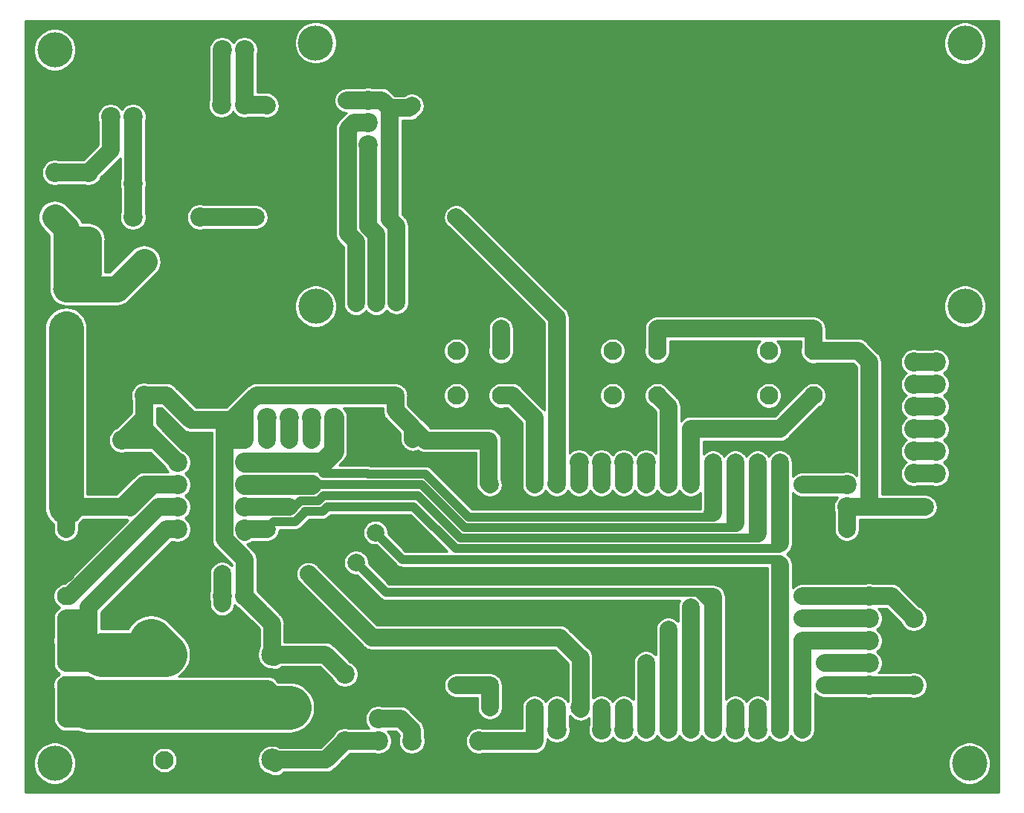
<source format=gbr>
%TF.GenerationSoftware,KiCad,Pcbnew,(5.1.6)-1*%
%TF.CreationDate,2022-01-22T13:21:43-05:00*%
%TF.ProjectId,bilgeAlarm,62696c67-6541-46c6-9172-6d2e6b696361,rev?*%
%TF.SameCoordinates,Original*%
%TF.FileFunction,Copper,L2,Bot*%
%TF.FilePolarity,Positive*%
%FSLAX46Y46*%
G04 Gerber Fmt 4.6, Leading zero omitted, Abs format (unit mm)*
G04 Created by KiCad (PCBNEW (5.1.6)-1) date 2022-01-22 13:21:43*
%MOMM*%
%LPD*%
G01*
G04 APERTURE LIST*
%TA.AperFunction,ComponentPad*%
%ADD10C,2.000000*%
%TD*%
%TA.AperFunction,ComponentPad*%
%ADD11C,2.200000*%
%TD*%
%TA.AperFunction,ComponentPad*%
%ADD12C,2.100000*%
%TD*%
%TA.AperFunction,ComponentPad*%
%ADD13C,2.500000*%
%TD*%
%TA.AperFunction,ComponentPad*%
%ADD14O,3.000000X2.000000*%
%TD*%
%TA.AperFunction,ViaPad*%
%ADD15C,4.000000*%
%TD*%
%TA.AperFunction,ViaPad*%
%ADD16C,2.000000*%
%TD*%
%TA.AperFunction,Conductor*%
%ADD17C,2.000000*%
%TD*%
%TA.AperFunction,Conductor*%
%ADD18C,5.000000*%
%TD*%
%TA.AperFunction,Conductor*%
%ADD19C,1.500000*%
%TD*%
%TA.AperFunction,Conductor*%
%ADD20C,1.000000*%
%TD*%
%TA.AperFunction,Conductor*%
%ADD21C,3.000000*%
%TD*%
%TA.AperFunction,Conductor*%
%ADD22C,2.300000*%
%TD*%
%TA.AperFunction,Conductor*%
%ADD23C,4.000000*%
%TD*%
%TA.AperFunction,Conductor*%
%ADD24C,0.254000*%
%TD*%
G04 APERTURE END LIST*
D10*
%TO.P,U1,1*%
%TO.N,+5V*%
X53340000Y35560000D03*
%TO.P,U1,2*%
%TO.N,GND*%
X55880000Y35560000D03*
%TO.P,U1,3*%
%TO.N,BUTTON1*%
X58420000Y35560000D03*
%TO.P,U1,4*%
%TO.N,ALARM*%
X60960000Y35560000D03*
%TO.P,U1,5*%
%TO.N,Net-(J24-Pad1)*%
X63500000Y35560000D03*
%TO.P,U1,6*%
%TO.N,Net-(J29-Pad1)*%
X66040000Y35560000D03*
%TO.P,U1,7*%
%TO.N,Net-(J25-Pad1)*%
X68580000Y35560000D03*
%TO.P,U1,8*%
%TO.N,Net-(J26-Pad1)*%
X71120000Y35560000D03*
%TO.P,U1,9*%
%TO.N,BUTTON2*%
X73660000Y35560000D03*
%TO.P,U1,10*%
%TO.N,BUTTON3*%
X76200000Y35560000D03*
%TO.P,U1,11*%
%TO.N,S_5V*%
X78740000Y35560000D03*
%TO.P,U1,12*%
%TO.N,S_12V*%
X81280000Y35560000D03*
%TO.P,U1,13*%
%TO.N,S_PIN2*%
X83820000Y35560000D03*
%TO.P,U1,14*%
%TO.N,S_POUT*%
X86360000Y35560000D03*
%TO.P,U1,15*%
%TO.N,Net-(C2-Pad2)*%
X88900000Y35560000D03*
%TO.P,U1,16*%
%TO.N,MOSI*%
X88900000Y10160000D03*
%TO.P,U1,17*%
%TO.N,SCL*%
X86360000Y10160000D03*
%TO.P,U1,18*%
%TO.N,Net-(J28-Pad1)*%
X83820000Y10160000D03*
%TO.P,U1,19*%
%TO.N,Net-(J27-Pad1)*%
X81280000Y10160000D03*
%TO.P,U1,20*%
%TO.N,SDA*%
X78740000Y10160000D03*
%TO.P,U1,21*%
%TO.N,MISO*%
X76200000Y10160000D03*
%TO.P,U1,22*%
%TO.N,SCLK*%
X73660000Y10160000D03*
%TO.P,U1,23*%
%TO.N,SD_CS*%
X71120000Y10160000D03*
%TO.P,U1,24*%
%TO.N,Net-(J23-Pad1)*%
X68580000Y10160000D03*
%TO.P,U1,25*%
%TO.N,Net-(J22-Pad1)*%
X66040000Y10160000D03*
%TO.P,U1,26*%
%TO.N,LED_DATA*%
X63500000Y10160000D03*
%TO.P,U1,27*%
%TO.N,Net-(J21-Pad1)*%
X60960000Y10160000D03*
%TO.P,U1,28*%
%TO.N,RELAY*%
X58420000Y10160000D03*
%TO.P,U1,29*%
%TO.N,GND*%
X55880000Y10160000D03*
%TO.P,U1,30*%
%TO.N,+3V3*%
X53340000Y10160000D03*
%TD*%
D11*
%TO.P,J16,1*%
%TO.N,GND*%
X20320000Y78740000D03*
%TD*%
%TO.P,C1,2*%
%TO.N,GND*%
X8890000Y40640000D03*
%TO.P,C1,1*%
%TO.N,+5V*%
X11430000Y40640000D03*
%TD*%
%TO.P,C2,1*%
%TO.N,+3V3*%
X93980000Y33020000D03*
%TO.P,C2,2*%
%TO.N,Net-(C2-Pad2)*%
X93980000Y35560000D03*
%TD*%
D12*
%TO.P,J1,1*%
%TO.N,PUMP_IN*%
X5080000Y12700000D03*
%TD*%
%TO.P,J3,1*%
%TO.N,PUMP_OUT*%
X5080000Y17780000D03*
%TD*%
%TO.P,J2,1*%
%TO.N,PUMP2_IN*%
X5080000Y22860000D03*
%TD*%
%TO.P,J4,1*%
%TO.N,RAW_12V*%
X5080000Y33020000D03*
%TD*%
%TO.P,J5,1*%
%TO.N,GND*%
X5080000Y27940000D03*
%TD*%
D11*
%TO.P,J6,1*%
%TO.N,+5V*%
X25400000Y22860000D03*
%TD*%
%TO.P,J7,1*%
%TO.N,LED_DATA*%
X22860000Y22860000D03*
%TD*%
%TO.P,J8,1*%
%TO.N,GND*%
X20320000Y22860000D03*
%TD*%
%TO.P,J9,1*%
%TO.N,+5V*%
X39470000Y79340000D03*
%TD*%
%TO.P,J10,1*%
%TO.N,SDA*%
X39470000Y76800000D03*
%TD*%
%TO.P,J11,1*%
%TO.N,SCL*%
X39470000Y74260000D03*
%TD*%
%TO.P,J12,1*%
%TO.N,GND*%
X39470000Y81890000D03*
%TD*%
%TO.P,J13,1*%
%TO.N,+12V*%
X3810000Y66040000D03*
%TD*%
%TO.P,J14,1*%
%TO.N,Net-(D1-Pad2)*%
X3810000Y71120000D03*
%TD*%
D13*
%TO.P,K1,2*%
%TO.N,+5V*%
X28530000Y16210000D03*
D12*
%TO.P,K1,3*%
%TO.N,PUMP_OUT*%
X16330000Y16210000D03*
%TO.P,K1,4*%
%TO.N,N/C*%
X16280000Y4160000D03*
D13*
%TO.P,K1,5*%
%TO.N,Net-(D2-Pad2)*%
X28530000Y4210000D03*
D12*
%TO.P,K1,1*%
%TO.N,PUMP_IN*%
X30480000Y10160000D03*
%TD*%
D11*
%TO.P,M1,1*%
%TO.N,GND*%
X22860000Y60960000D03*
%TO.P,M1,2*%
X22860000Y45720000D03*
%TO.P,M1,3*%
%TO.N,+5V*%
X13970000Y45720000D03*
%TO.P,M1,4*%
%TO.N,+12V*%
X13970000Y60960000D03*
%TD*%
%TO.P,M2,1*%
%TO.N,GND*%
X96520000Y25400000D03*
%TO.P,M2,2*%
%TO.N,MISO*%
X96520000Y22860000D03*
%TO.P,M2,3*%
%TO.N,SCLK*%
X96520000Y20320000D03*
%TO.P,M2,4*%
%TO.N,MOSI*%
X96520000Y17780000D03*
%TO.P,M2,5*%
%TO.N,SD_CS*%
X96520000Y15240000D03*
%TO.P,M2,6*%
%TO.N,+3V3*%
X96520000Y12700000D03*
%TD*%
%TO.P,R1,2*%
%TO.N,+3V3*%
X101600000Y12700000D03*
%TO.P,R1,1*%
%TO.N,MISO*%
X101600000Y20320000D03*
%TD*%
%TO.P,R3,1*%
%TO.N,PUMP_OUT*%
X17780000Y30480000D03*
%TO.P,R3,2*%
%TO.N,S_POUT*%
X25400000Y30480000D03*
%TD*%
%TO.P,R4,2*%
%TO.N,S_PIN2*%
X25400000Y33020000D03*
%TO.P,R4,1*%
%TO.N,PUMP2_IN*%
X17780000Y33020000D03*
%TD*%
%TO.P,R5,2*%
%TO.N,S_12V*%
X25400000Y35560000D03*
%TO.P,R5,1*%
%TO.N,RAW_12V*%
X17780000Y35560000D03*
%TD*%
%TO.P,R6,2*%
%TO.N,S_5V*%
X25400000Y38100000D03*
%TO.P,R6,1*%
%TO.N,+5V*%
X17780000Y38100000D03*
%TD*%
%TO.P,R8,2*%
%TO.N,GND*%
X27940000Y50800000D03*
%TO.P,R8,1*%
%TO.N,S_POUT*%
X27940000Y43180000D03*
%TD*%
%TO.P,R9,2*%
%TO.N,GND*%
X30480000Y50800000D03*
%TO.P,R9,1*%
%TO.N,S_PIN2*%
X30480000Y43180000D03*
%TD*%
%TO.P,R10,2*%
%TO.N,GND*%
X33020000Y50800000D03*
%TO.P,R10,1*%
%TO.N,S_12V*%
X33020000Y43180000D03*
%TD*%
%TO.P,R11,2*%
%TO.N,GND*%
X35560000Y50800000D03*
%TO.P,R11,1*%
%TO.N,S_5V*%
X35560000Y43180000D03*
%TD*%
%TO.P,R13,1*%
%TO.N,Net-(Q2-Pad2)*%
X44450000Y6350000D03*
%TO.P,R13,2*%
%TO.N,RELAY*%
X52070000Y6350000D03*
%TD*%
D14*
%TO.P,SW1,2*%
%TO.N,RAW_12V*%
X5080000Y53340000D03*
%TO.P,SW1,1*%
X5080000Y48840000D03*
%TO.P,SW1,3*%
%TO.N,+12V*%
X5080000Y57840000D03*
%TD*%
D12*
%TO.P,SW2,3*%
%TO.N,N/C*%
X49530000Y45720000D03*
%TO.P,SW2,4*%
X49530000Y50800000D03*
%TO.P,SW2,2*%
%TO.N,BUTTON1*%
X54610000Y45720000D03*
%TO.P,SW2,1*%
%TO.N,+3V3*%
X54610000Y50800000D03*
%TD*%
%TO.P,SW3,1*%
%TO.N,+3V3*%
X72390000Y50800000D03*
%TO.P,SW3,2*%
%TO.N,BUTTON2*%
X72390000Y45720000D03*
%TO.P,SW3,4*%
%TO.N,N/C*%
X67310000Y50800000D03*
%TO.P,SW3,3*%
X67310000Y45720000D03*
%TD*%
%TO.P,SW4,3*%
%TO.N,N/C*%
X85090000Y45720000D03*
%TO.P,SW4,4*%
X85090000Y50800000D03*
%TO.P,SW4,2*%
%TO.N,BUTTON3*%
X90170000Y45720000D03*
%TO.P,SW4,1*%
%TO.N,+3V3*%
X90170000Y50800000D03*
%TD*%
D11*
%TO.P,J15,1*%
%TO.N,GND*%
X20320000Y85090000D03*
%TD*%
%TO.P,J17,1*%
%TO.N,Net-(J17-Pad1)*%
X22860000Y85090000D03*
%TD*%
%TO.P,J18,1*%
%TO.N,Net-(J17-Pad1)*%
X22770001Y78829999D03*
%TD*%
%TO.P,J19,1*%
%TO.N,+5V*%
X25400000Y85090000D03*
%TD*%
%TO.P,J20,1*%
%TO.N,+5V*%
X25400000Y78829999D03*
%TD*%
%TO.P,Q2,1*%
%TO.N,Net-(D2-Pad2)*%
X40640000Y6350000D03*
%TO.P,Q2,2*%
%TO.N,Net-(Q2-Pad2)*%
X40640000Y8890000D03*
%TO.P,Q2,3*%
%TO.N,GND*%
X40640000Y11430000D03*
%TD*%
%TO.P,D2,1*%
%TO.N,+5V*%
X36830000Y13970000D03*
%TO.P,D2,2*%
%TO.N,Net-(D2-Pad2)*%
X36830000Y6350000D03*
%TD*%
%TO.P,Q1,1*%
%TO.N,Net-(Q1-Pad1)*%
X12700000Y77470000D03*
%TO.P,Q1,2*%
%TO.N,Net-(D1-Pad2)*%
X10160000Y77470000D03*
%TO.P,Q1,3*%
%TO.N,GND*%
X7620000Y77470000D03*
%TD*%
%TO.P,R2,1*%
%TO.N,ALARM*%
X20320000Y66040000D03*
%TO.P,R2,2*%
%TO.N,Net-(Q1-Pad1)*%
X12700000Y66040000D03*
%TD*%
%TO.P,R7,2*%
%TO.N,GND*%
X20320000Y69850000D03*
%TO.P,R7,1*%
%TO.N,Net-(Q1-Pad1)*%
X12700000Y69850000D03*
%TD*%
%TO.P,D1,1*%
%TO.N,+12V*%
X7620000Y63500000D03*
%TO.P,D1,2*%
%TO.N,Net-(D1-Pad2)*%
X7620000Y71120000D03*
%TD*%
%TO.P,J21,1*%
%TO.N,Net-(J21-Pad1)*%
X60960000Y7620000D03*
%TD*%
%TO.P,J22,1*%
%TO.N,Net-(J22-Pad1)*%
X66040000Y7620000D03*
%TD*%
%TO.P,J23,1*%
%TO.N,Net-(J23-Pad1)*%
X68580000Y7620000D03*
%TD*%
%TO.P,J24,1*%
%TO.N,Net-(J24-Pad1)*%
X63500000Y38100000D03*
%TD*%
%TO.P,J25,1*%
%TO.N,Net-(J25-Pad1)*%
X68580000Y38100000D03*
%TD*%
%TO.P,J26,1*%
%TO.N,Net-(J26-Pad1)*%
X71120000Y38100000D03*
%TD*%
%TO.P,J27,1*%
%TO.N,Net-(J27-Pad1)*%
X81280000Y7620000D03*
%TD*%
%TO.P,J28,1*%
%TO.N,Net-(J28-Pad1)*%
X83820000Y7620000D03*
%TD*%
%TO.P,J29,1*%
%TO.N,Net-(J29-Pad1)*%
X66040000Y38100000D03*
%TD*%
%TO.P,J30,1*%
%TO.N,Net-(J30-Pad1)*%
X101600000Y49530000D03*
%TD*%
%TO.P,J31,1*%
%TO.N,Net-(J31-Pad1)*%
X101600000Y46990000D03*
%TD*%
%TO.P,J32,1*%
%TO.N,Net-(J32-Pad1)*%
X101600000Y44450000D03*
%TD*%
%TO.P,J33,1*%
%TO.N,Net-(J33-Pad1)*%
X101600000Y41910000D03*
%TD*%
%TO.P,J34,1*%
%TO.N,Net-(J34-Pad1)*%
X101600000Y39370000D03*
%TD*%
%TO.P,J35,1*%
%TO.N,Net-(J35-Pad1)*%
X101600000Y36830000D03*
%TD*%
%TO.P,J36,1*%
%TO.N,Net-(J30-Pad1)*%
X104140000Y49530000D03*
%TD*%
%TO.P,J37,1*%
%TO.N,Net-(J31-Pad1)*%
X104140000Y46990000D03*
%TD*%
%TO.P,J38,1*%
%TO.N,Net-(J32-Pad1)*%
X104140000Y44450000D03*
%TD*%
%TO.P,J39,1*%
%TO.N,Net-(J33-Pad1)*%
X104140000Y41910000D03*
%TD*%
%TO.P,J40,1*%
%TO.N,Net-(J34-Pad1)*%
X104140000Y39370000D03*
%TD*%
%TO.P,J41,1*%
%TO.N,Net-(J35-Pad1)*%
X104140000Y36830000D03*
%TD*%
D15*
%TO.N,*%
X107442000Y85852000D03*
X107950000Y3810000D03*
X33528000Y55880000D03*
X3810000Y3810000D03*
X107442000Y55880000D03*
X33500000Y85900000D03*
X3800000Y85100000D03*
D16*
%TO.N,PUMP_OUT*%
X5080000Y15240000D03*
%TO.N,GND*%
X99060000Y30480000D03*
X102870000Y30480000D03*
X44450000Y81280000D03*
X13970000Y85090000D03*
X102870000Y27940000D03*
X5080000Y25400000D03*
%TO.N,+5V*%
X27940000Y78740000D03*
X37017400Y79340000D03*
X42700000Y56300000D03*
X42580000Y45720000D03*
X44570000Y40760000D03*
X44450000Y78740000D03*
%TO.N,+3V3*%
X91440000Y12700000D03*
X53340000Y12700000D03*
X93980000Y12700000D03*
X93980000Y30480000D03*
X54610000Y53340000D03*
X72390000Y53340000D03*
X90170000Y53340000D03*
X102870000Y33020000D03*
X99060000Y33020000D03*
X49530000Y12700000D03*
%TO.N,PUMP_IN*%
X5080000Y10160000D03*
%TO.N,PUMP_OUT*%
X5080000Y20320000D03*
%TO.N,LED_DATA*%
X22860000Y25400000D03*
X32689800Y25374600D03*
%TO.N,SDA*%
X38100000Y26670000D03*
X38100000Y56200000D03*
X78740000Y7620000D03*
%TO.N,SCL*%
X40400000Y56200000D03*
X40300000Y30100000D03*
X86360000Y7620000D03*
%TO.N,+12V*%
X7620000Y60960000D03*
%TO.N,MISO*%
X88900000Y22860000D03*
X76200000Y21590000D03*
X76200000Y7620000D03*
%TO.N,SCLK*%
X88900000Y20320000D03*
X73660000Y19050000D03*
X73660000Y7620000D03*
%TO.N,MOSI*%
X88900000Y7620000D03*
%TO.N,SD_CS*%
X91440000Y15240000D03*
X71120000Y15240000D03*
X71120000Y7620000D03*
%TO.N,S_POUT*%
X27940000Y30480000D03*
X27940000Y40640000D03*
X27940000Y40640000D03*
X86360000Y38100000D03*
%TO.N,S_PIN2*%
X30480000Y40640000D03*
X30480000Y33020000D03*
X83820000Y38100000D03*
%TO.N,S_12V*%
X33020000Y35560000D03*
X33020000Y40640000D03*
X81280000Y38100000D03*
%TO.N,S_5V*%
X78740000Y38100000D03*
%TO.N,ALARM*%
X26670000Y66040000D03*
X49500000Y66040000D03*
%TO.N,RAW_12V*%
X5080000Y30480000D03*
%TD*%
D17*
%TO.N,+5V*%
X13970000Y45720000D02*
X16510000Y45720000D01*
X28530000Y19730000D02*
X28530000Y16210000D01*
X13970000Y43180000D02*
X11430000Y40640000D01*
X15240000Y40640000D02*
X17780000Y38100000D01*
X11430000Y40640000D02*
X15240000Y40640000D01*
X13970000Y41910000D02*
X15240000Y40640000D01*
X13970000Y43180000D02*
X13970000Y41910000D01*
X25400000Y22860000D02*
X27305000Y20955000D01*
X27305000Y20955000D02*
X28530000Y19730000D01*
X13970000Y45720000D02*
X13970000Y44450000D01*
X13970000Y44450000D02*
X13970000Y43180000D01*
X16510000Y45720000D02*
X17145000Y45085000D01*
X18415000Y43815000D02*
X16510000Y45720000D01*
X17145000Y45085000D02*
X18415000Y43815000D01*
X39470000Y79340000D02*
X37017400Y79340000D01*
X37017400Y79340000D02*
X37017400Y79340000D01*
X18415000Y43815000D02*
X19304000Y42926000D01*
X19304000Y42926000D02*
X23876000Y42926000D01*
X23099999Y29351001D02*
X23099999Y42149999D01*
X23099999Y42149999D02*
X23876000Y42926000D01*
X28820020Y15919980D02*
X28530000Y16210000D01*
X25400000Y27051000D02*
X25400000Y22860000D01*
X23099999Y29351001D02*
X25400000Y27051000D01*
X27850001Y78829999D02*
X27940000Y78740000D01*
X25400000Y78829999D02*
X27850001Y78829999D01*
X41910000Y78455634D02*
X41910000Y65786000D01*
X41025634Y79340000D02*
X41910000Y78455634D01*
X41910000Y65786000D02*
X42672000Y65024000D01*
X39470000Y79340000D02*
X41025634Y79340000D01*
X34590000Y16210000D02*
X36830000Y13970000D01*
X28530000Y16210000D02*
X34590000Y16210000D01*
X42672000Y57772000D02*
X42700000Y57744000D01*
X42672000Y65024000D02*
X42672000Y57772000D01*
X42700000Y57744000D02*
X42700000Y56300000D01*
X26430001Y45480001D02*
X26557001Y45480001D01*
X26797000Y45720000D02*
X42580000Y45720000D01*
X26557001Y45480001D02*
X26797000Y45720000D01*
X42700000Y56300000D02*
X42700000Y56300000D01*
X42580000Y45720000D02*
X42580000Y45720000D01*
X42580000Y45720000D02*
X42580000Y44020000D01*
X46000000Y40600000D02*
X53200000Y40600000D01*
X53200000Y35700000D02*
X53340000Y35560000D01*
X53200000Y40600000D02*
X53200000Y35700000D01*
X25400000Y78829999D02*
X25400000Y85090000D01*
X44570000Y42030000D02*
X44570000Y40760000D01*
X44570000Y42030000D02*
X46000000Y40600000D01*
X42580000Y44020000D02*
X44570000Y42030000D01*
X44570000Y40760000D02*
X44570000Y40760000D01*
X41910000Y78455634D02*
X44165634Y78455634D01*
X44165634Y78455634D02*
X44450000Y78740000D01*
X44450000Y78740000D02*
X44450000Y78740000D01*
X25400000Y44450000D02*
X25400000Y40640000D01*
X25400000Y44450000D02*
X26430001Y45480001D01*
X23876000Y42926000D02*
X25400000Y44450000D01*
X25400000Y40640000D02*
X24130000Y40640000D01*
X24130000Y40640000D02*
X24130000Y41910000D01*
%TO.N,+3V3*%
X96520000Y12700000D02*
X93980000Y12700000D01*
X96520000Y12700000D02*
X101600000Y12700000D01*
X91440000Y12700000D02*
X91440000Y12700000D01*
X93980000Y12700000D02*
X91440000Y12700000D01*
X53340000Y10160000D02*
X53340000Y12700000D01*
X93980000Y33020000D02*
X96520000Y33020000D01*
X93980000Y33020000D02*
X93980000Y30480000D01*
X96520000Y33020000D02*
X96520000Y49530000D01*
X95250000Y50800000D02*
X90170000Y50800000D01*
X96520000Y49530000D02*
X95250000Y50800000D01*
X54610000Y50800000D02*
X54610000Y53340000D01*
X72390000Y50800000D02*
X72390000Y53340000D01*
X90170000Y50800000D02*
X90170000Y53340000D01*
X54610000Y53340000D02*
X54610000Y53340000D01*
X72390000Y53340000D02*
X72390000Y53340000D01*
X90170000Y53340000D02*
X90170000Y53340000D01*
X72390000Y53340000D02*
X90170000Y53340000D01*
X96520000Y33020000D02*
X99060000Y33020000D01*
X102870000Y33020000D02*
X102870000Y33020000D01*
X99060000Y33020000D02*
X102870000Y33020000D01*
X53340000Y12700000D02*
X49530000Y12700000D01*
X49530000Y12700000D02*
X49530000Y12700000D01*
%TO.N,Net-(C2-Pad2)*%
X88900000Y35560000D02*
X93980000Y35560000D01*
%TO.N,Net-(D1-Pad2)*%
X3810000Y71120000D02*
X7620000Y71120000D01*
X7620000Y71120000D02*
X10160000Y73660000D01*
X10160000Y73660000D02*
X10160000Y77470000D01*
%TO.N,Net-(D2-Pad2)*%
X28930000Y3810000D02*
X28530000Y4210000D01*
X34690000Y4210000D02*
X36830000Y6350000D01*
X28530000Y4210000D02*
X34690000Y4210000D01*
X36830000Y6350000D02*
X40640000Y6350000D01*
D18*
%TO.N,PUMP_IN*%
X30480000Y10160000D02*
X24130000Y10160000D01*
X19050000Y10160000D02*
X7620000Y10160000D01*
X24130000Y10160000D02*
X24130000Y10160000D01*
X30480000Y10160000D02*
X27940000Y10160000D01*
D19*
X19050000Y10160000D02*
X20320000Y11430000D01*
X20193000Y11303000D02*
X19050000Y10160000D01*
D18*
X24130000Y10160000D02*
X19050000Y10160000D01*
D17*
X28067000Y12280900D02*
X30416990Y9930910D01*
X5080000Y12700000D02*
X5270010Y12509990D01*
X5080000Y12700000D02*
X5080000Y10160000D01*
X5080000Y10160000D02*
X5080000Y10160000D01*
X5080000Y10160000D02*
X5080000Y8890000D01*
X6350000Y8890000D02*
X7620000Y10160000D01*
X5080000Y8890000D02*
X6350000Y8890000D01*
X5080000Y12700000D02*
X7620000Y12700000D01*
X7620000Y12700000D02*
X8039100Y12280900D01*
X5143500Y12280900D02*
X8039100Y12280900D01*
X8039100Y12280900D02*
X28003500Y12280900D01*
D18*
%TO.N,PUMP_OUT*%
X14760000Y17780000D02*
X16330000Y16210000D01*
D19*
X15240000Y18260000D02*
X14760000Y17780000D01*
D18*
X16330000Y16210000D02*
X9190000Y16210000D01*
D17*
X17780000Y30480000D02*
X16510000Y30480000D01*
X16510000Y30480000D02*
X7620000Y21590000D01*
X5080000Y17780000D02*
X5080000Y20320000D01*
X5080000Y20320000D02*
X5080000Y20320000D01*
X7620000Y21590000D02*
X7620000Y20320000D01*
X7620000Y20320000D02*
X7620000Y17780000D01*
X6350000Y19050000D02*
X7620000Y17780000D01*
X6350000Y20320000D02*
X6350000Y19050000D01*
X6350000Y20320000D02*
X7620000Y20320000D01*
X5080000Y20320000D02*
X6350000Y20320000D01*
X7620000Y17780000D02*
X9190000Y16210000D01*
X5080000Y17780000D02*
X7620000Y17780000D01*
X5710001Y17780000D02*
X5080000Y17780000D01*
X7280001Y16210000D02*
X5710001Y17780000D01*
X9190000Y16210000D02*
X7280001Y16210000D01*
X5080000Y17780000D02*
X5080000Y15240000D01*
X8220000Y15240000D02*
X9190000Y16210000D01*
X5080000Y15240000D02*
X8220000Y15240000D01*
%TO.N,PUMP2_IN*%
X15621000Y33020000D02*
X17780000Y33020000D01*
X5080000Y22860000D02*
X5461000Y22860000D01*
X5461000Y22860000D02*
X15621000Y33020000D01*
%TO.N,LED_DATA*%
X22860000Y22860000D02*
X22860000Y21995998D01*
X63500000Y15938718D02*
X61318728Y18119990D01*
X63662560Y10027702D02*
X63662560Y15806420D01*
X22860000Y22860000D02*
X22860000Y25400000D01*
X39944410Y18119990D02*
X61318728Y18119990D01*
X32689800Y25374600D02*
X39944410Y18119990D01*
%TO.N,SDA*%
X37169999Y76055633D02*
X37169999Y66970001D01*
X39470000Y76800000D02*
X37914366Y76800000D01*
X37914366Y76800000D02*
X37169999Y76055633D01*
X37169999Y66970001D02*
X37169999Y66335001D01*
X37169999Y66970001D02*
X37169999Y64176001D01*
X37169999Y64176001D02*
X38100000Y63246000D01*
X38100000Y63246000D02*
X38100000Y56200000D01*
X38100000Y56200000D02*
X38100000Y56200000D01*
D20*
X41479999Y23290001D02*
X38100000Y26670000D01*
X78091002Y22215000D02*
X78740000Y22215000D01*
X77190001Y23116001D02*
X78091002Y22215000D01*
X77190001Y23290001D02*
X77190001Y23116001D01*
X77190001Y23290001D02*
X41479999Y23290001D01*
D17*
X78740000Y10160000D02*
X78740000Y22215000D01*
D20*
X78709999Y23290001D02*
X77190001Y23290001D01*
D17*
X78740000Y22215000D02*
X78740000Y22765000D01*
X78740000Y10160000D02*
X78740000Y7620000D01*
X78740000Y7620000D02*
X78740000Y7620000D01*
%TO.N,SCL*%
X39470000Y74260000D02*
X39470000Y67781282D01*
X39470000Y64987283D02*
X40386000Y64071283D01*
X39470000Y67781282D02*
X39470000Y64987283D01*
D20*
X50449963Y27049963D02*
X76197052Y27049962D01*
X76197052Y27049962D02*
X84900000Y27049962D01*
X84900000Y27049962D02*
X86400000Y27049962D01*
D17*
X86360000Y10160000D02*
X86360000Y26460000D01*
D20*
X50449963Y27049963D02*
X43350037Y27049963D01*
X43350037Y27049963D02*
X40300000Y30100000D01*
D17*
X40386000Y60086000D02*
X40400000Y60072000D01*
X40386000Y64071283D02*
X40386000Y60086000D01*
X40400000Y60072000D02*
X40400000Y56200000D01*
X40400000Y56200000D02*
X40400000Y56200000D01*
D20*
X40300000Y30100000D02*
X40300000Y30100000D01*
D17*
X86360000Y10160000D02*
X86360000Y7620000D01*
X86360000Y7620000D02*
X86360000Y7620000D01*
D21*
%TO.N,+12V*%
X5080000Y57840000D02*
X10850000Y57840000D01*
X3810000Y66040000D02*
X5080000Y64770000D01*
X5080000Y64770000D02*
X5080000Y63500000D01*
X7620000Y63500000D02*
X5080000Y63500000D01*
X5080000Y63500000D02*
X5080000Y57840000D01*
X10850000Y57840000D02*
X13970000Y60960000D01*
X7620000Y63500000D02*
X7620000Y60960000D01*
X7620000Y60960000D02*
X7620000Y59690000D01*
D17*
%TO.N,MISO*%
X96520000Y22860000D02*
X88900000Y22860000D01*
X99060000Y22860000D02*
X101600000Y20320000D01*
X96520000Y22860000D02*
X99060000Y22860000D01*
X76200000Y10160000D02*
X76200000Y21590000D01*
X88900000Y22860000D02*
X88900000Y22860000D01*
X76200000Y21590000D02*
X76200000Y21590000D01*
X76200000Y10160000D02*
X76200000Y7620000D01*
X76200000Y7620000D02*
X76200000Y7620000D01*
%TO.N,SCLK*%
X96520000Y20320000D02*
X88900000Y20320000D01*
X73660000Y10160000D02*
X73660000Y19050000D01*
X88900000Y20320000D02*
X88900000Y20320000D01*
X73660000Y19050000D02*
X73660000Y19050000D01*
X73660000Y10160000D02*
X73660000Y7620000D01*
X73660000Y7620000D02*
X73660000Y7620000D01*
%TO.N,MOSI*%
X96520000Y17780000D02*
X88900000Y17780000D01*
X88900000Y15240000D02*
X88900000Y10160000D01*
X88900000Y17780000D02*
X88900000Y15240000D01*
X88900000Y10160000D02*
X88900000Y7620000D01*
X88900000Y7620000D02*
X88900000Y7620000D01*
%TO.N,SD_CS*%
X96520000Y15240000D02*
X91440000Y15240000D01*
X71120000Y10160000D02*
X71120000Y15240000D01*
X91440000Y15240000D02*
X91440000Y15240000D01*
X71120000Y15240000D02*
X71120000Y15240000D01*
X71120000Y10160000D02*
X71120000Y7620000D01*
X71120000Y7620000D02*
X71120000Y7620000D01*
%TO.N,RELAY*%
X52070000Y6350000D02*
X58420000Y6350000D01*
X58420000Y6350000D02*
X58420000Y10160000D01*
%TO.N,S_POUT*%
X25400000Y30480000D02*
X27940000Y30480000D01*
X27940000Y30480000D02*
X27940000Y30480000D01*
X27940000Y43180000D02*
X27940000Y40640000D01*
X27940000Y40640000D02*
X27940000Y40640000D01*
X27940000Y40640000D02*
X27940000Y40640000D01*
X25400000Y30480000D02*
X25400000Y30162282D01*
D20*
X27940000Y30540000D02*
X28719990Y31319990D01*
X27940000Y30480000D02*
X27940000Y30540000D01*
X31184167Y31319990D02*
X32180010Y32315833D01*
X28719990Y31319990D02*
X31184167Y31319990D01*
X32309980Y32509980D02*
X34283359Y32509980D01*
X32180010Y32315833D02*
X32180010Y32380010D01*
X32180010Y32380010D02*
X32309980Y32509980D01*
X34283359Y32509980D02*
X34823379Y33050000D01*
X34823379Y33050000D02*
X38950000Y33050000D01*
X38950000Y33050000D02*
X39350000Y33050000D01*
X44658790Y33050000D02*
X49458821Y28249971D01*
X38950000Y33050000D02*
X44658790Y33050000D01*
X49458821Y28249971D02*
X76694112Y28249972D01*
X76694112Y28249972D02*
X86288972Y28249972D01*
D17*
X86360000Y35560000D02*
X86360000Y28840000D01*
X86360000Y35560000D02*
X86360000Y38100000D01*
X86360000Y38100000D02*
X86360000Y38100000D01*
%TO.N,S_PIN2*%
X30480000Y43180000D02*
X30480000Y40640000D01*
X30480000Y40640000D02*
X30480000Y40640000D01*
X25400000Y33020000D02*
X30480000Y33020000D01*
D20*
X31120000Y33020000D02*
X31809990Y33709990D01*
X31809990Y33709990D02*
X33786299Y33709990D01*
X30480000Y33020000D02*
X31120000Y33020000D01*
X33786299Y33709990D02*
X34366309Y34290000D01*
X45115860Y34290000D02*
X49955880Y29449980D01*
X34366309Y34290000D02*
X45115860Y34290000D01*
X49955880Y29449980D02*
X76197051Y29449981D01*
X76197051Y29449981D02*
X83805981Y29449981D01*
D17*
X83820000Y35560000D02*
X83820000Y29972000D01*
X83820000Y35560000D02*
X83820000Y38100000D01*
X83820000Y38100000D02*
X83820000Y38100000D01*
D22*
%TO.N,S_12V*%
X33020000Y35560000D02*
X25400000Y35560000D01*
D17*
X33020000Y35560000D02*
X33020000Y35560000D01*
X33020000Y43180000D02*
X33020000Y40640000D01*
X33020000Y40640000D02*
X33020000Y40640000D01*
D20*
X45542930Y35560000D02*
X50452940Y30649990D01*
X50452940Y30649990D02*
X75699990Y30649990D01*
X33020000Y35560000D02*
X45542930Y35560000D01*
X75699990Y30649990D02*
X81068990Y30649990D01*
D17*
X81280000Y35560000D02*
X81280000Y31149991D01*
X81280000Y35560000D02*
X81280000Y38100000D01*
X81280000Y38100000D02*
X81280000Y38100000D01*
D22*
%TO.N,S_5V*%
X34290000Y38100000D02*
X25400000Y38100000D01*
X35560000Y43180000D02*
X35560000Y40640000D01*
X35560000Y39370000D02*
X35560000Y40640000D01*
X34290000Y38100000D02*
X35560000Y39370000D01*
D20*
X39489990Y36760010D02*
X46039990Y36760010D01*
X39420000Y36830000D02*
X39489990Y36760010D01*
X50950000Y31850000D02*
X75030000Y31850000D01*
X34366309Y36830000D02*
X39420000Y36830000D01*
X34290000Y38100000D02*
X34290000Y36906309D01*
X34290000Y36906309D02*
X34366309Y36830000D01*
X46039990Y36760010D02*
X50950000Y31850000D01*
X75030000Y31850000D02*
X78713000Y31850000D01*
D17*
X78740000Y32377000D02*
X78713000Y32350000D01*
X78740000Y35560000D02*
X78740000Y32377000D01*
X78740000Y35560000D02*
X78740000Y38100000D01*
X78740000Y38100000D02*
X78740000Y38100000D01*
%TO.N,BUTTON1*%
X58420000Y35560000D02*
X58420000Y43180000D01*
X58420000Y43180000D02*
X55880000Y45720000D01*
X55880000Y45720000D02*
X54610000Y45720000D01*
%TO.N,BUTTON2*%
X73660000Y44450000D02*
X72390000Y45720000D01*
X73660000Y35560000D02*
X73660000Y44450000D01*
%TO.N,BUTTON3*%
X86360000Y41910000D02*
X90170000Y45720000D01*
X76200000Y35560000D02*
X76200000Y41910000D01*
X76200000Y41910000D02*
X86360000Y41910000D01*
%TO.N,ALARM*%
X60877559Y35642441D02*
X60960000Y35560000D01*
X20320000Y66040000D02*
X20320000Y66040000D01*
X20320000Y66040000D02*
X26670000Y66040000D01*
X60960000Y54580000D02*
X49500000Y66040000D01*
X60960000Y35560000D02*
X60960000Y54580000D01*
D23*
%TO.N,RAW_12V*%
X5080000Y33020000D02*
X5080000Y53340000D01*
D17*
X5709920Y32997140D02*
X12059920Y32997140D01*
X11430000Y33020000D02*
X13970000Y35560000D01*
X15049717Y35560000D02*
X13420990Y33931273D01*
X15621000Y35560000D02*
X15049717Y35560000D01*
X15621000Y35560000D02*
X17780000Y35560000D01*
X13970000Y35560000D02*
X15621000Y35560000D01*
X13420990Y33931273D02*
X12414359Y32924641D01*
X5080000Y33020000D02*
X5080000Y30480000D01*
X5080000Y30480000D02*
X5080000Y30480000D01*
%TO.N,Net-(J17-Pad1)*%
X22770001Y85000001D02*
X22860000Y85090000D01*
X22770001Y78829999D02*
X22770001Y85000001D01*
%TO.N,Net-(Q2-Pad2)*%
X40640000Y8890000D02*
X43180000Y8890000D01*
X43180000Y8890000D02*
X44450000Y7620000D01*
X44450000Y7620000D02*
X44450000Y6350000D01*
%TO.N,Net-(Q1-Pad1)*%
X12700000Y77470000D02*
X12700000Y69850000D01*
X12700000Y69850000D02*
X12700000Y66040000D01*
%TO.N,Net-(J21-Pad1)*%
X60960000Y10160000D02*
X60960000Y7620000D01*
%TO.N,Net-(J22-Pad1)*%
X66040000Y10160000D02*
X66040000Y7620000D01*
%TO.N,Net-(J23-Pad1)*%
X68580000Y10160000D02*
X68580000Y7620000D01*
%TO.N,Net-(J24-Pad1)*%
X63500000Y35560000D02*
X63500000Y38100000D01*
%TO.N,Net-(J25-Pad1)*%
X68580000Y35560000D02*
X68580000Y38100000D01*
%TO.N,Net-(J26-Pad1)*%
X71120000Y35560000D02*
X71120000Y38100000D01*
%TO.N,Net-(J27-Pad1)*%
X81280000Y10160000D02*
X81280000Y7620000D01*
%TO.N,Net-(J28-Pad1)*%
X83820000Y10160000D02*
X83820000Y7620000D01*
%TO.N,Net-(J29-Pad1)*%
X66040000Y35560000D02*
X66040000Y38100000D01*
%TO.N,Net-(J30-Pad1)*%
X101600000Y49530000D02*
X104140000Y49530000D01*
%TO.N,Net-(J31-Pad1)*%
X101600000Y46990000D02*
X104140000Y46990000D01*
%TO.N,Net-(J32-Pad1)*%
X101600000Y44450000D02*
X104140000Y44450000D01*
%TO.N,Net-(J33-Pad1)*%
X101600000Y41910000D02*
X104140000Y41910000D01*
%TO.N,Net-(J34-Pad1)*%
X101600000Y39370000D02*
X104140000Y39370000D01*
%TO.N,Net-(J35-Pad1)*%
X101600000Y36830000D02*
X104140000Y36830000D01*
%TD*%
D24*
%TO.N,GND*%
G36*
X111283000Y477000D02*
G01*
X477000Y477000D01*
X477000Y4049039D01*
X1383000Y4049039D01*
X1383000Y3570961D01*
X1476268Y3102070D01*
X1659221Y2660385D01*
X1924826Y2262878D01*
X2262878Y1924826D01*
X2660385Y1659221D01*
X3102070Y1476268D01*
X3570961Y1383000D01*
X4049039Y1383000D01*
X4517930Y1476268D01*
X4959615Y1659221D01*
X5357122Y1924826D01*
X5695174Y2262878D01*
X5960779Y2660385D01*
X6143732Y3102070D01*
X6237000Y3570961D01*
X6237000Y4049039D01*
X6185993Y4305472D01*
X14803000Y4305472D01*
X14803000Y4014528D01*
X14859760Y3729175D01*
X14971099Y3460378D01*
X15132739Y3218467D01*
X15338467Y3012739D01*
X15580378Y2851099D01*
X15849175Y2739760D01*
X16134528Y2683000D01*
X16425472Y2683000D01*
X16710825Y2739760D01*
X16979622Y2851099D01*
X17221533Y3012739D01*
X17427261Y3218467D01*
X17588901Y3460378D01*
X17700240Y3729175D01*
X17757000Y4014528D01*
X17757000Y4305472D01*
X17743137Y4375170D01*
X26853000Y4375170D01*
X26853000Y4044830D01*
X26917446Y3720837D01*
X27043862Y3415643D01*
X27227389Y3140975D01*
X27460975Y2907389D01*
X27735643Y2723862D01*
X28040837Y2597446D01*
X28248717Y2556096D01*
X28381268Y2485246D01*
X28650258Y2403649D01*
X28929999Y2376097D01*
X29209741Y2403649D01*
X29478731Y2485246D01*
X29726633Y2617753D01*
X29927986Y2783000D01*
X34619912Y2783000D01*
X34690000Y2776097D01*
X34760088Y2783000D01*
X34760098Y2783000D01*
X34969741Y2803648D01*
X35238731Y2885245D01*
X35486634Y3017752D01*
X35703923Y3196077D01*
X35748609Y3250527D01*
X36547121Y4049039D01*
X105523000Y4049039D01*
X105523000Y3570961D01*
X105616268Y3102070D01*
X105799221Y2660385D01*
X106064826Y2262878D01*
X106402878Y1924826D01*
X106800385Y1659221D01*
X107242070Y1476268D01*
X107710961Y1383000D01*
X108189039Y1383000D01*
X108657930Y1476268D01*
X109099615Y1659221D01*
X109497122Y1924826D01*
X109835174Y2262878D01*
X110100779Y2660385D01*
X110283732Y3102070D01*
X110377000Y3570961D01*
X110377000Y4049039D01*
X110283732Y4517930D01*
X110100779Y4959615D01*
X109835174Y5357122D01*
X109497122Y5695174D01*
X109099615Y5960779D01*
X108657930Y6143732D01*
X108189039Y6237000D01*
X107710961Y6237000D01*
X107242070Y6143732D01*
X106800385Y5960779D01*
X106402878Y5695174D01*
X106064826Y5357122D01*
X105799221Y4959615D01*
X105616268Y4517930D01*
X105523000Y4049039D01*
X36547121Y4049039D01*
X37421083Y4923000D01*
X40094838Y4923000D01*
X40194590Y4881681D01*
X40489604Y4823000D01*
X40790396Y4823000D01*
X41085410Y4881681D01*
X41363306Y4996790D01*
X41613406Y5163901D01*
X41826099Y5376594D01*
X41993210Y5626694D01*
X42108319Y5904590D01*
X42167000Y6199604D01*
X42167000Y6500396D01*
X42108319Y6795410D01*
X41993210Y7073306D01*
X41826099Y7323406D01*
X41686505Y7463000D01*
X42588918Y7463000D01*
X43023000Y7028918D01*
X43023000Y6895162D01*
X42981681Y6795410D01*
X42923000Y6500396D01*
X42923000Y6199604D01*
X42981681Y5904590D01*
X43096790Y5626694D01*
X43263901Y5376594D01*
X43476594Y5163901D01*
X43726694Y4996790D01*
X44004590Y4881681D01*
X44299604Y4823000D01*
X44600396Y4823000D01*
X44895410Y4881681D01*
X45173306Y4996790D01*
X45423406Y5163901D01*
X45636099Y5376594D01*
X45803210Y5626694D01*
X45918319Y5904590D01*
X45977000Y6199604D01*
X45977000Y6500396D01*
X45918319Y6795410D01*
X45877000Y6895162D01*
X45877000Y7549913D01*
X45883903Y7620001D01*
X45877000Y7690089D01*
X45877000Y7690098D01*
X45856352Y7899741D01*
X45774755Y8168731D01*
X45642248Y8416634D01*
X45463922Y8633923D01*
X45409477Y8678605D01*
X44238608Y9849474D01*
X44193923Y9903923D01*
X43976634Y10082248D01*
X43728731Y10214755D01*
X43459741Y10296352D01*
X43250098Y10317000D01*
X43250088Y10317000D01*
X43180000Y10323903D01*
X43109912Y10317000D01*
X41185162Y10317000D01*
X41085410Y10358319D01*
X40790396Y10417000D01*
X40489604Y10417000D01*
X40194590Y10358319D01*
X39916694Y10243210D01*
X39666594Y10076099D01*
X39453901Y9863406D01*
X39286790Y9613306D01*
X39171681Y9335410D01*
X39113000Y9040396D01*
X39113000Y8739604D01*
X39171681Y8444590D01*
X39286790Y8166694D01*
X39453901Y7916594D01*
X39593495Y7777000D01*
X37375162Y7777000D01*
X37275410Y7818319D01*
X36980396Y7877000D01*
X36679604Y7877000D01*
X36384590Y7818319D01*
X36106694Y7703210D01*
X35856594Y7536099D01*
X35643901Y7323406D01*
X35476790Y7073306D01*
X35435471Y6973554D01*
X34098918Y5637000D01*
X29412863Y5637000D01*
X29324357Y5696138D01*
X29019163Y5822554D01*
X28695170Y5887000D01*
X28364830Y5887000D01*
X28040837Y5822554D01*
X27735643Y5696138D01*
X27460975Y5512611D01*
X27227389Y5279025D01*
X27043862Y5004357D01*
X26917446Y4699163D01*
X26853000Y4375170D01*
X17743137Y4375170D01*
X17700240Y4590825D01*
X17588901Y4859622D01*
X17427261Y5101533D01*
X17221533Y5307261D01*
X16979622Y5468901D01*
X16710825Y5580240D01*
X16425472Y5637000D01*
X16134528Y5637000D01*
X15849175Y5580240D01*
X15580378Y5468901D01*
X15338467Y5307261D01*
X15132739Y5101533D01*
X14971099Y4859622D01*
X14859760Y4590825D01*
X14803000Y4305472D01*
X6185993Y4305472D01*
X6143732Y4517930D01*
X5960779Y4959615D01*
X5695174Y5357122D01*
X5357122Y5695174D01*
X4959615Y5960779D01*
X4517930Y6143732D01*
X4049039Y6237000D01*
X3570961Y6237000D01*
X3102070Y6143732D01*
X2660385Y5960779D01*
X2262878Y5695174D01*
X1924826Y5357122D01*
X1659221Y4959615D01*
X1476268Y4517930D01*
X1383000Y4049039D01*
X477000Y4049039D01*
X477000Y32900773D01*
X2653000Y32900773D01*
X2688117Y32544226D01*
X2826895Y32086734D01*
X3052259Y31665108D01*
X3355548Y31295548D01*
X3653001Y31051435D01*
X3653001Y30620552D01*
X3653000Y30620547D01*
X3653000Y30550098D01*
X3646096Y30480000D01*
X3653000Y30409902D01*
X3653000Y30339453D01*
X3666744Y30270355D01*
X3673648Y30200259D01*
X3694093Y30132860D01*
X3707838Y30063759D01*
X3734800Y29998668D01*
X3755245Y29931269D01*
X3788449Y29869149D01*
X3815409Y29804062D01*
X3854549Y29745485D01*
X3887752Y29683366D01*
X3932432Y29628923D01*
X3971576Y29570340D01*
X4021400Y29520516D01*
X4066077Y29466077D01*
X4120516Y29421400D01*
X4170340Y29371576D01*
X4228923Y29332432D01*
X4283366Y29287752D01*
X4345485Y29254549D01*
X4404062Y29215409D01*
X4469149Y29188449D01*
X4531269Y29155245D01*
X4598668Y29134800D01*
X4663759Y29107838D01*
X4732860Y29094093D01*
X4800259Y29073648D01*
X4870356Y29066744D01*
X4939453Y29053000D01*
X5009903Y29053000D01*
X5080000Y29046096D01*
X5150098Y29053000D01*
X5220547Y29053000D01*
X5289645Y29066744D01*
X5359741Y29073648D01*
X5427140Y29094093D01*
X5496241Y29107838D01*
X5561332Y29134800D01*
X5628731Y29155245D01*
X5690851Y29188449D01*
X5755938Y29215409D01*
X5814515Y29254549D01*
X5876634Y29287752D01*
X5931077Y29332432D01*
X5989660Y29371576D01*
X6039484Y29421400D01*
X6093923Y29466077D01*
X6138600Y29520516D01*
X6188424Y29570340D01*
X6227568Y29628923D01*
X6272248Y29683366D01*
X6305451Y29745485D01*
X6344591Y29804062D01*
X6371551Y29869149D01*
X6404755Y29931269D01*
X6425200Y29998668D01*
X6452162Y30063759D01*
X6465907Y30132860D01*
X6486352Y30200259D01*
X6493256Y30270356D01*
X6507000Y30339453D01*
X6507000Y30409902D01*
X6513904Y30480000D01*
X6507000Y30550098D01*
X6507000Y31051436D01*
X6804452Y31295548D01*
X7029804Y31570140D01*
X11963690Y31570140D01*
X12108983Y31526066D01*
X4916290Y24333372D01*
X4649175Y24280240D01*
X4380378Y24168901D01*
X4138467Y24007261D01*
X3932739Y23801533D01*
X3771099Y23559622D01*
X3659760Y23290825D01*
X3603000Y23005472D01*
X3603000Y22714528D01*
X3659760Y22429175D01*
X3771099Y22160378D01*
X3932739Y21918467D01*
X4138467Y21712739D01*
X4367158Y21559933D01*
X4345485Y21545451D01*
X4283366Y21512248D01*
X4228923Y21467568D01*
X4170340Y21428424D01*
X4120516Y21378600D01*
X4066077Y21333923D01*
X4021400Y21279484D01*
X3971576Y21229660D01*
X3932432Y21171077D01*
X3887752Y21116634D01*
X3854549Y21054515D01*
X3815409Y20995938D01*
X3788449Y20930851D01*
X3755245Y20868731D01*
X3734800Y20801332D01*
X3707838Y20736241D01*
X3694093Y20667140D01*
X3673648Y20599741D01*
X3666744Y20529645D01*
X3653000Y20460547D01*
X3653000Y20390098D01*
X3646096Y20320000D01*
X3653000Y20249902D01*
X3653000Y20179453D01*
X3653001Y20179448D01*
X3653000Y18176841D01*
X3603000Y17925472D01*
X3603000Y17634528D01*
X3653000Y17383159D01*
X3653001Y15380552D01*
X3653000Y15380547D01*
X3653000Y15310098D01*
X3646096Y15240000D01*
X3653000Y15169902D01*
X3653000Y15099453D01*
X3666744Y15030355D01*
X3673648Y14960259D01*
X3694093Y14892860D01*
X3707838Y14823759D01*
X3734800Y14758668D01*
X3755245Y14691269D01*
X3788449Y14629149D01*
X3815409Y14564062D01*
X3854549Y14505485D01*
X3887752Y14443366D01*
X3932432Y14388923D01*
X3971576Y14330340D01*
X4021400Y14280516D01*
X4066077Y14226077D01*
X4120516Y14181400D01*
X4170340Y14131576D01*
X4228923Y14092432D01*
X4283366Y14047752D01*
X4345485Y14014549D01*
X4367158Y14000067D01*
X4138467Y13847261D01*
X3932739Y13641533D01*
X3771099Y13399622D01*
X3659760Y13130825D01*
X3603000Y12845472D01*
X3603000Y12554528D01*
X3653000Y12303159D01*
X3653001Y10300552D01*
X3653000Y10300547D01*
X3653000Y10230098D01*
X3646096Y10160000D01*
X3653000Y10089903D01*
X3653000Y8960098D01*
X3646096Y8890000D01*
X3653000Y8819902D01*
X3656158Y8787838D01*
X3673648Y8610259D01*
X3755245Y8341269D01*
X3887752Y8093366D01*
X4066077Y7876077D01*
X4283366Y7697752D01*
X4531269Y7565245D01*
X4800259Y7483648D01*
X5009902Y7463000D01*
X5009903Y7463000D01*
X5080000Y7456096D01*
X5150098Y7463000D01*
X6279912Y7463000D01*
X6350000Y7456097D01*
X6420088Y7463000D01*
X6420098Y7463000D01*
X6450859Y7466030D01*
X6494466Y7442721D01*
X7046208Y7275352D01*
X7476212Y7233000D01*
X30623788Y7233000D01*
X31053792Y7275352D01*
X31605534Y7442721D01*
X32114022Y7714513D01*
X32559716Y8080284D01*
X32925487Y8525978D01*
X33197279Y9034466D01*
X33364648Y9586208D01*
X33421162Y10160000D01*
X33364648Y10733792D01*
X33197279Y11285534D01*
X32925487Y11794022D01*
X32559716Y12239716D01*
X32114022Y12605487D01*
X31605534Y12877279D01*
X31053792Y13044648D01*
X30623788Y13087000D01*
X29278982Y13087000D01*
X29026474Y13339508D01*
X28863634Y13473147D01*
X28615731Y13605654D01*
X28346741Y13687251D01*
X28067000Y13714803D01*
X27996912Y13707900D01*
X17858106Y13707900D01*
X17964022Y13764513D01*
X18409716Y14130284D01*
X18775487Y14575978D01*
X19047279Y15084466D01*
X19214648Y15636208D01*
X19271162Y16210000D01*
X19242147Y16504591D01*
X19214648Y16783793D01*
X19154108Y16983366D01*
X19047279Y17335534D01*
X18775487Y17844022D01*
X18409716Y18289716D01*
X18298018Y18381384D01*
X16728028Y19951375D01*
X16394021Y20225486D01*
X15885533Y20497279D01*
X15333792Y20664648D01*
X14760000Y20721162D01*
X14186208Y20664648D01*
X13634467Y20497279D01*
X13125979Y20225486D01*
X12680285Y19859715D01*
X12314514Y19414021D01*
X12166443Y19137000D01*
X9047000Y19137000D01*
X9047000Y20249902D01*
X9053904Y20320000D01*
X9047000Y20390098D01*
X9047000Y20998918D01*
X17101083Y29053000D01*
X17234838Y29053000D01*
X17334590Y29011681D01*
X17629604Y28953000D01*
X17930396Y28953000D01*
X18225410Y29011681D01*
X18503306Y29126790D01*
X18753406Y29293901D01*
X18966099Y29506594D01*
X19133210Y29756694D01*
X19248319Y30034590D01*
X19307000Y30329604D01*
X19307000Y30630396D01*
X19248319Y30925410D01*
X19133210Y31203306D01*
X18966099Y31453406D01*
X18753406Y31666099D01*
X18627839Y31750000D01*
X18753406Y31833901D01*
X18966099Y32046594D01*
X19133210Y32296694D01*
X19248319Y32574590D01*
X19307000Y32869604D01*
X19307000Y33170396D01*
X19248319Y33465410D01*
X19133210Y33743306D01*
X18966099Y33993406D01*
X18753406Y34206099D01*
X18627839Y34290000D01*
X18753406Y34373901D01*
X18966099Y34586594D01*
X19133210Y34836694D01*
X19248319Y35114590D01*
X19307000Y35409604D01*
X19307000Y35710396D01*
X19248319Y36005410D01*
X19133210Y36283306D01*
X18966099Y36533406D01*
X18753406Y36746099D01*
X18627839Y36830000D01*
X18753406Y36913901D01*
X18966099Y37126594D01*
X19133210Y37376694D01*
X19248319Y37654590D01*
X19307000Y37949604D01*
X19307000Y38250396D01*
X19248319Y38545410D01*
X19133210Y38823306D01*
X18966099Y39073406D01*
X18753406Y39286099D01*
X18503306Y39453210D01*
X18403552Y39494530D01*
X16298607Y41599475D01*
X16253923Y41653923D01*
X16199472Y41698610D01*
X15397000Y42501082D01*
X15397000Y43109911D01*
X15403903Y43179999D01*
X15397000Y43250087D01*
X15397000Y44293000D01*
X15918918Y44293000D01*
X17455525Y42756392D01*
X17455531Y42756387D01*
X18245390Y41966528D01*
X18290077Y41912077D01*
X18507366Y41733752D01*
X18755269Y41601245D01*
X18942661Y41544400D01*
X19024258Y41519648D01*
X19048474Y41517263D01*
X19233902Y41499000D01*
X19233910Y41499000D01*
X19304000Y41492097D01*
X19374090Y41499000D01*
X21673000Y41499000D01*
X21672999Y29421089D01*
X21666096Y29351001D01*
X21672999Y29280913D01*
X21672999Y29280904D01*
X21693647Y29071261D01*
X21775244Y28802271D01*
X21907751Y28554368D01*
X21907752Y28554367D01*
X22041391Y28391527D01*
X22041394Y28391524D01*
X22086076Y28337079D01*
X22140522Y28292396D01*
X23973000Y26459917D01*
X23973000Y26302811D01*
X23968424Y26309660D01*
X23918600Y26359484D01*
X23873923Y26413923D01*
X23819484Y26458600D01*
X23769660Y26508424D01*
X23711077Y26547568D01*
X23656634Y26592248D01*
X23594515Y26625451D01*
X23535938Y26664591D01*
X23470851Y26691551D01*
X23408731Y26724755D01*
X23341332Y26745200D01*
X23276241Y26772162D01*
X23207140Y26785907D01*
X23139741Y26806352D01*
X23069645Y26813256D01*
X23000547Y26827000D01*
X22930098Y26827000D01*
X22860000Y26833904D01*
X22789903Y26827000D01*
X22719453Y26827000D01*
X22650355Y26813256D01*
X22580260Y26806352D01*
X22512863Y26785907D01*
X22443759Y26772162D01*
X22378666Y26745199D01*
X22311270Y26724755D01*
X22249154Y26691553D01*
X22184062Y26664591D01*
X22125481Y26625448D01*
X22063367Y26592248D01*
X22008928Y26547571D01*
X21950340Y26508424D01*
X21900512Y26458596D01*
X21846078Y26413923D01*
X21801405Y26359489D01*
X21751576Y26309660D01*
X21712428Y26251070D01*
X21667753Y26196634D01*
X21634554Y26134523D01*
X21595409Y26075938D01*
X21568445Y26010843D01*
X21535246Y25948731D01*
X21514803Y25881341D01*
X21487838Y25816241D01*
X21474091Y25747130D01*
X21453649Y25679741D01*
X21446746Y25609654D01*
X21433000Y25540547D01*
X21433000Y25259453D01*
X21433001Y25259448D01*
X21433000Y23405163D01*
X21391681Y23305410D01*
X21333000Y23010396D01*
X21333000Y22709604D01*
X21391681Y22414590D01*
X21433000Y22314838D01*
X21433000Y21925900D01*
X21453648Y21716257D01*
X21535245Y21447267D01*
X21667752Y21199364D01*
X21846078Y20982075D01*
X22063367Y20803750D01*
X22311270Y20671243D01*
X22580260Y20589646D01*
X22860000Y20562094D01*
X23139741Y20589646D01*
X23408731Y20671243D01*
X23656634Y20803750D01*
X23873923Y20982075D01*
X24052248Y21199364D01*
X24184755Y21447267D01*
X24266352Y21716257D01*
X24276922Y21823573D01*
X24426594Y21673901D01*
X24676694Y21506790D01*
X24776447Y21465471D01*
X26345525Y19896392D01*
X26345530Y19896388D01*
X27103000Y19138917D01*
X27103001Y17092865D01*
X27043862Y17004357D01*
X26917446Y16699163D01*
X26853000Y16375170D01*
X26853000Y16044830D01*
X26917446Y15720837D01*
X27043862Y15415643D01*
X27227389Y15140975D01*
X27460975Y14907389D01*
X27735643Y14723862D01*
X28040837Y14597446D01*
X28364830Y14533000D01*
X28476420Y14533000D01*
X28540278Y14513629D01*
X28820019Y14486077D01*
X29099761Y14513629D01*
X29368751Y14595226D01*
X29616654Y14727733D01*
X29683997Y14783000D01*
X33998918Y14783000D01*
X35435470Y13346448D01*
X35476790Y13246694D01*
X35643901Y12996594D01*
X35856594Y12783901D01*
X36106694Y12616790D01*
X36384590Y12501681D01*
X36679604Y12443000D01*
X36980396Y12443000D01*
X37275410Y12501681D01*
X37553306Y12616790D01*
X37677838Y12700000D01*
X48096096Y12700000D01*
X48103000Y12629902D01*
X48103000Y12559453D01*
X48116744Y12490355D01*
X48123648Y12420259D01*
X48144093Y12352860D01*
X48157838Y12283759D01*
X48184800Y12218668D01*
X48205245Y12151269D01*
X48238449Y12089149D01*
X48265409Y12024062D01*
X48304549Y11965485D01*
X48337752Y11903366D01*
X48382432Y11848923D01*
X48421576Y11790340D01*
X48471400Y11740516D01*
X48516077Y11686077D01*
X48570516Y11641400D01*
X48620340Y11591576D01*
X48678923Y11552432D01*
X48733366Y11507752D01*
X48795485Y11474549D01*
X48854062Y11435409D01*
X48919149Y11408449D01*
X48981269Y11375245D01*
X49048668Y11354800D01*
X49113759Y11327838D01*
X49182860Y11314093D01*
X49250259Y11293648D01*
X49320356Y11286744D01*
X49389453Y11273000D01*
X51913000Y11273000D01*
X51913000Y10019453D01*
X51926744Y9950355D01*
X51933648Y9880260D01*
X51954093Y9812863D01*
X51967838Y9743759D01*
X51994801Y9678666D01*
X52015245Y9611270D01*
X52048447Y9549154D01*
X52075409Y9484062D01*
X52114552Y9425481D01*
X52147752Y9363367D01*
X52192429Y9308928D01*
X52231576Y9250340D01*
X52281404Y9200512D01*
X52326077Y9146078D01*
X52380512Y9101404D01*
X52430340Y9051576D01*
X52488925Y9012431D01*
X52543366Y8967752D01*
X52605485Y8934549D01*
X52664062Y8895409D01*
X52729149Y8868449D01*
X52791269Y8835245D01*
X52858668Y8814800D01*
X52923759Y8787838D01*
X52992860Y8774093D01*
X53060259Y8753648D01*
X53130355Y8746744D01*
X53199453Y8733000D01*
X53269902Y8733000D01*
X53340000Y8726096D01*
X53410097Y8733000D01*
X53480547Y8733000D01*
X53549645Y8746744D01*
X53619740Y8753648D01*
X53687137Y8774093D01*
X53756241Y8787838D01*
X53821334Y8814801D01*
X53888730Y8835245D01*
X53950846Y8868447D01*
X54015938Y8895409D01*
X54074519Y8934552D01*
X54136633Y8967752D01*
X54191072Y9012429D01*
X54249660Y9051576D01*
X54299488Y9101404D01*
X54353922Y9146077D01*
X54398596Y9200512D01*
X54448424Y9250340D01*
X54487569Y9308925D01*
X54532248Y9363366D01*
X54565451Y9425485D01*
X54604591Y9484062D01*
X54631551Y9549149D01*
X54664755Y9611269D01*
X54685200Y9678668D01*
X54712162Y9743759D01*
X54725907Y9812860D01*
X54746352Y9880259D01*
X54753256Y9950356D01*
X54767000Y10019453D01*
X54767000Y12629902D01*
X54773904Y12700000D01*
X54767000Y12770098D01*
X54767000Y12840547D01*
X54753256Y12909644D01*
X54746352Y12979741D01*
X54725907Y13047140D01*
X54712162Y13116241D01*
X54685200Y13181332D01*
X54664755Y13248731D01*
X54631551Y13310851D01*
X54604591Y13375938D01*
X54565451Y13434515D01*
X54532248Y13496634D01*
X54487568Y13551077D01*
X54448424Y13609660D01*
X54398600Y13659484D01*
X54353923Y13713923D01*
X54299484Y13758600D01*
X54249660Y13808424D01*
X54191077Y13847568D01*
X54136634Y13892248D01*
X54074515Y13925451D01*
X54015938Y13964591D01*
X53950851Y13991551D01*
X53888731Y14024755D01*
X53821332Y14045200D01*
X53756241Y14072162D01*
X53687140Y14085907D01*
X53619741Y14106352D01*
X53549644Y14113256D01*
X53480547Y14127000D01*
X53410098Y14127000D01*
X53340000Y14133904D01*
X53269903Y14127000D01*
X49389453Y14127000D01*
X49320356Y14113256D01*
X49250259Y14106352D01*
X49182860Y14085907D01*
X49113759Y14072162D01*
X49048668Y14045200D01*
X48981269Y14024755D01*
X48919149Y13991551D01*
X48854062Y13964591D01*
X48795485Y13925451D01*
X48733366Y13892248D01*
X48678923Y13847568D01*
X48620340Y13808424D01*
X48570516Y13758600D01*
X48516077Y13713923D01*
X48471400Y13659484D01*
X48421576Y13609660D01*
X48382432Y13551077D01*
X48337752Y13496634D01*
X48304549Y13434515D01*
X48265409Y13375938D01*
X48238449Y13310851D01*
X48205245Y13248731D01*
X48184800Y13181332D01*
X48157838Y13116241D01*
X48144093Y13047140D01*
X48123648Y12979741D01*
X48116744Y12909645D01*
X48103000Y12840547D01*
X48103000Y12770098D01*
X48096096Y12700000D01*
X37677838Y12700000D01*
X37803406Y12783901D01*
X38016099Y12996594D01*
X38183210Y13246694D01*
X38298319Y13524590D01*
X38357000Y13819604D01*
X38357000Y14120396D01*
X38298319Y14415410D01*
X38183210Y14693306D01*
X38016099Y14943406D01*
X37803406Y15156099D01*
X37553306Y15323210D01*
X37453552Y15364530D01*
X35648607Y17169475D01*
X35603923Y17223923D01*
X35386634Y17402248D01*
X35138731Y17534755D01*
X34869741Y17616352D01*
X34660098Y17637000D01*
X34660088Y17637000D01*
X34590000Y17643903D01*
X34519912Y17637000D01*
X29957000Y17637000D01*
X29957000Y19659910D01*
X29963903Y19730000D01*
X29957000Y19800090D01*
X29957000Y19800098D01*
X29936352Y20009741D01*
X29927095Y20040259D01*
X29906361Y20108608D01*
X29854755Y20278731D01*
X29791136Y20397753D01*
X29722248Y20526635D01*
X29588608Y20689475D01*
X29588601Y20689482D01*
X29543922Y20743923D01*
X29489482Y20788601D01*
X28363612Y21914470D01*
X28363608Y21914475D01*
X26827000Y23451082D01*
X26827000Y26980910D01*
X26833903Y27051000D01*
X26827000Y27121090D01*
X26827000Y27121098D01*
X26806352Y27330741D01*
X26804641Y27336384D01*
X26750383Y27515245D01*
X26724755Y27599731D01*
X26604634Y27824462D01*
X26592248Y27847635D01*
X26458608Y28010475D01*
X26458601Y28010482D01*
X26413922Y28064923D01*
X26359482Y28109601D01*
X25705376Y28763706D01*
X25948731Y28837527D01*
X26196634Y28970034D01*
X26297728Y29053000D01*
X28080547Y29053000D01*
X28149644Y29066744D01*
X28219741Y29073648D01*
X28287140Y29094093D01*
X28356241Y29107838D01*
X28421332Y29134800D01*
X28488731Y29155245D01*
X28550851Y29188449D01*
X28615938Y29215409D01*
X28674515Y29254549D01*
X28736634Y29287752D01*
X28791077Y29332432D01*
X28849660Y29371576D01*
X28899484Y29421400D01*
X28953923Y29466077D01*
X28998600Y29520516D01*
X29048424Y29570340D01*
X29087568Y29628923D01*
X29132248Y29683366D01*
X29165451Y29745485D01*
X29204591Y29804062D01*
X29231551Y29869149D01*
X29264755Y29931269D01*
X29285200Y29998668D01*
X29312162Y30063759D01*
X29325907Y30132860D01*
X29346352Y30200259D01*
X29353256Y30270355D01*
X29367000Y30339453D01*
X29367000Y30392990D01*
X31138640Y30392990D01*
X31184167Y30388506D01*
X31229694Y30392990D01*
X31229705Y30392990D01*
X31365891Y30406403D01*
X31540631Y30459410D01*
X31701672Y30545489D01*
X31842826Y30661331D01*
X31871855Y30696703D01*
X32758133Y31582980D01*
X34237832Y31582980D01*
X34283359Y31578496D01*
X34328886Y31582980D01*
X34328897Y31582980D01*
X34465083Y31596393D01*
X34639823Y31649400D01*
X34800864Y31735479D01*
X34942018Y31851321D01*
X34971047Y31886693D01*
X35207354Y32123000D01*
X44274815Y32123000D01*
X48420853Y27976963D01*
X43734013Y27976963D01*
X41727000Y29983975D01*
X41727000Y30240547D01*
X41672162Y30516241D01*
X41564591Y30775938D01*
X41408424Y31009660D01*
X41209660Y31208424D01*
X40975938Y31364591D01*
X40716241Y31472162D01*
X40440547Y31527000D01*
X40159453Y31527000D01*
X39883759Y31472162D01*
X39624062Y31364591D01*
X39390340Y31208424D01*
X39191576Y31009660D01*
X39035409Y30775938D01*
X38927838Y30516241D01*
X38873000Y30240547D01*
X38873000Y29959453D01*
X38927838Y29683759D01*
X39035409Y29424062D01*
X39191576Y29190340D01*
X39390340Y28991576D01*
X39624062Y28835409D01*
X39883759Y28727838D01*
X40159453Y28673000D01*
X40416025Y28673000D01*
X42662353Y26426671D01*
X42691378Y26391304D01*
X42726745Y26362279D01*
X42726749Y26362275D01*
X42832531Y26275461D01*
X42980007Y26196634D01*
X42993573Y26189383D01*
X43168313Y26136376D01*
X43304499Y26122963D01*
X43304510Y26122963D01*
X43350037Y26118479D01*
X43395564Y26122963D01*
X50495501Y26122963D01*
X50495511Y26122964D01*
X76151514Y26122962D01*
X84933001Y26122962D01*
X84933000Y11062811D01*
X84928424Y11069660D01*
X84878596Y11119488D01*
X84833922Y11173923D01*
X84779488Y11218596D01*
X84729660Y11268424D01*
X84671072Y11307571D01*
X84616633Y11352248D01*
X84554519Y11385448D01*
X84495938Y11424591D01*
X84430846Y11451553D01*
X84368730Y11484755D01*
X84301334Y11505199D01*
X84236241Y11532162D01*
X84167137Y11545907D01*
X84099740Y11566352D01*
X84029645Y11573256D01*
X83960547Y11587000D01*
X83890097Y11587000D01*
X83820000Y11593904D01*
X83749902Y11587000D01*
X83679453Y11587000D01*
X83610355Y11573256D01*
X83540259Y11566352D01*
X83472860Y11545907D01*
X83403759Y11532162D01*
X83338668Y11505200D01*
X83271269Y11484755D01*
X83209149Y11451551D01*
X83144062Y11424591D01*
X83085485Y11385451D01*
X83023366Y11352248D01*
X82968925Y11307569D01*
X82910340Y11268424D01*
X82860512Y11218596D01*
X82806077Y11173922D01*
X82761404Y11119488D01*
X82711576Y11069660D01*
X82672429Y11011072D01*
X82627752Y10956633D01*
X82594552Y10894519D01*
X82555409Y10835938D01*
X82550000Y10822880D01*
X82544591Y10835938D01*
X82505451Y10894515D01*
X82472248Y10956634D01*
X82427569Y11011075D01*
X82388424Y11069660D01*
X82338596Y11119488D01*
X82293922Y11173923D01*
X82239488Y11218596D01*
X82189660Y11268424D01*
X82131072Y11307571D01*
X82076633Y11352248D01*
X82014519Y11385448D01*
X81955938Y11424591D01*
X81890846Y11451553D01*
X81828730Y11484755D01*
X81761334Y11505199D01*
X81696241Y11532162D01*
X81627137Y11545907D01*
X81559740Y11566352D01*
X81489645Y11573256D01*
X81420547Y11587000D01*
X81350097Y11587000D01*
X81280000Y11593904D01*
X81209902Y11587000D01*
X81139453Y11587000D01*
X81070355Y11573256D01*
X81000259Y11566352D01*
X80932860Y11545907D01*
X80863759Y11532162D01*
X80798668Y11505200D01*
X80731269Y11484755D01*
X80669149Y11451551D01*
X80604062Y11424591D01*
X80545485Y11385451D01*
X80483366Y11352248D01*
X80428925Y11307569D01*
X80370340Y11268424D01*
X80320512Y11218596D01*
X80266077Y11173922D01*
X80221404Y11119488D01*
X80171576Y11069660D01*
X80167000Y11062811D01*
X80167000Y22835097D01*
X80146352Y23044740D01*
X80064755Y23313731D01*
X79932248Y23561634D01*
X79753923Y23778923D01*
X79536634Y23957248D01*
X79288731Y24089755D01*
X79019741Y24171352D01*
X78987533Y24174524D01*
X78891723Y24203588D01*
X78755537Y24217001D01*
X77235538Y24217001D01*
X77190001Y24221486D01*
X77144463Y24217001D01*
X41863975Y24217001D01*
X39527000Y26553975D01*
X39527000Y26810547D01*
X39472162Y27086241D01*
X39364591Y27345938D01*
X39208424Y27579660D01*
X39009660Y27778424D01*
X38775938Y27934591D01*
X38516241Y28042162D01*
X38240547Y28097000D01*
X37959453Y28097000D01*
X37683759Y28042162D01*
X37424062Y27934591D01*
X37190340Y27778424D01*
X36991576Y27579660D01*
X36835409Y27345938D01*
X36727838Y27086241D01*
X36673000Y26810547D01*
X36673000Y26529453D01*
X36727838Y26253759D01*
X36835409Y25994062D01*
X36991576Y25760340D01*
X37190340Y25561576D01*
X37424062Y25405409D01*
X37683759Y25297838D01*
X37959453Y25243000D01*
X38216025Y25243000D01*
X40792315Y22666709D01*
X40821340Y22631342D01*
X40856707Y22602317D01*
X40856710Y22602314D01*
X40962493Y22515500D01*
X41005123Y22492714D01*
X41123535Y22429421D01*
X41298275Y22376414D01*
X41434461Y22363001D01*
X41434473Y22363001D01*
X41479998Y22358517D01*
X41525523Y22363001D01*
X74995120Y22363001D01*
X74974549Y22324515D01*
X74935409Y22265938D01*
X74908449Y22200851D01*
X74875245Y22138731D01*
X74854800Y22071332D01*
X74827838Y22006241D01*
X74814093Y21937140D01*
X74793648Y21869741D01*
X74786744Y21799645D01*
X74773000Y21730547D01*
X74773000Y21660098D01*
X74766096Y21590000D01*
X74773000Y21519902D01*
X74773000Y21449453D01*
X74773001Y21449448D01*
X74773001Y19952810D01*
X74768424Y19959660D01*
X74718600Y20009484D01*
X74673923Y20063923D01*
X74619484Y20108600D01*
X74569660Y20158424D01*
X74511077Y20197568D01*
X74456634Y20242248D01*
X74394515Y20275451D01*
X74335938Y20314591D01*
X74270851Y20341551D01*
X74208731Y20374755D01*
X74141332Y20395200D01*
X74076241Y20422162D01*
X74007140Y20435907D01*
X73939741Y20456352D01*
X73897148Y20460547D01*
X73869644Y20463256D01*
X73800547Y20477000D01*
X73730098Y20477000D01*
X73660000Y20483904D01*
X73589903Y20477000D01*
X73519453Y20477000D01*
X73450356Y20463256D01*
X73380259Y20456352D01*
X73312860Y20435907D01*
X73243759Y20422162D01*
X73178668Y20395200D01*
X73111269Y20374755D01*
X73049149Y20341551D01*
X72984062Y20314591D01*
X72925485Y20275451D01*
X72863366Y20242248D01*
X72808923Y20197568D01*
X72750340Y20158424D01*
X72700516Y20108600D01*
X72646077Y20063923D01*
X72601400Y20009484D01*
X72551576Y19959660D01*
X72512432Y19901077D01*
X72467752Y19846634D01*
X72434549Y19784515D01*
X72395409Y19725938D01*
X72368449Y19660851D01*
X72335245Y19598731D01*
X72314800Y19531332D01*
X72287838Y19466241D01*
X72274093Y19397140D01*
X72253648Y19329741D01*
X72246744Y19259645D01*
X72233000Y19190547D01*
X72233000Y19120098D01*
X72226096Y19050000D01*
X72233000Y18979902D01*
X72233000Y18909453D01*
X72233001Y18909448D01*
X72233001Y16142810D01*
X72228424Y16149660D01*
X72178600Y16199484D01*
X72133923Y16253923D01*
X72079484Y16298600D01*
X72029660Y16348424D01*
X71971077Y16387568D01*
X71916634Y16432248D01*
X71854515Y16465451D01*
X71795938Y16504591D01*
X71730851Y16531551D01*
X71668731Y16564755D01*
X71601332Y16585200D01*
X71536241Y16612162D01*
X71467140Y16625907D01*
X71399741Y16646352D01*
X71329644Y16653256D01*
X71260547Y16667000D01*
X71190098Y16667000D01*
X71120000Y16673904D01*
X71049903Y16667000D01*
X70979453Y16667000D01*
X70910356Y16653256D01*
X70840259Y16646352D01*
X70772860Y16625907D01*
X70703759Y16612162D01*
X70638668Y16585200D01*
X70571269Y16564755D01*
X70509149Y16531551D01*
X70444062Y16504591D01*
X70385485Y16465451D01*
X70323366Y16432248D01*
X70268923Y16387568D01*
X70210340Y16348424D01*
X70160516Y16298600D01*
X70106077Y16253923D01*
X70061400Y16199484D01*
X70011576Y16149660D01*
X69972432Y16091077D01*
X69927752Y16036634D01*
X69894549Y15974515D01*
X69855409Y15915938D01*
X69828449Y15850851D01*
X69795245Y15788731D01*
X69774800Y15721332D01*
X69747838Y15656241D01*
X69734093Y15587140D01*
X69713648Y15519741D01*
X69706744Y15449645D01*
X69693000Y15380547D01*
X69693000Y15310098D01*
X69686096Y15240000D01*
X69693000Y15169902D01*
X69693000Y15099453D01*
X69693001Y15099448D01*
X69693000Y11062811D01*
X69688424Y11069660D01*
X69638596Y11119488D01*
X69593922Y11173923D01*
X69539488Y11218596D01*
X69489660Y11268424D01*
X69431072Y11307571D01*
X69376633Y11352248D01*
X69314519Y11385448D01*
X69255938Y11424591D01*
X69190846Y11451553D01*
X69128730Y11484755D01*
X69061334Y11505199D01*
X68996241Y11532162D01*
X68927137Y11545907D01*
X68859740Y11566352D01*
X68789645Y11573256D01*
X68720547Y11587000D01*
X68650097Y11587000D01*
X68580000Y11593904D01*
X68509902Y11587000D01*
X68439453Y11587000D01*
X68370355Y11573256D01*
X68300259Y11566352D01*
X68232860Y11545907D01*
X68163759Y11532162D01*
X68098668Y11505200D01*
X68031269Y11484755D01*
X67969149Y11451551D01*
X67904062Y11424591D01*
X67845485Y11385451D01*
X67783366Y11352248D01*
X67728925Y11307569D01*
X67670340Y11268424D01*
X67620512Y11218596D01*
X67566077Y11173922D01*
X67521404Y11119488D01*
X67471576Y11069660D01*
X67432429Y11011072D01*
X67387752Y10956633D01*
X67354552Y10894519D01*
X67315409Y10835938D01*
X67310000Y10822880D01*
X67304591Y10835938D01*
X67265451Y10894515D01*
X67232248Y10956634D01*
X67187569Y11011075D01*
X67148424Y11069660D01*
X67098596Y11119488D01*
X67053922Y11173923D01*
X66999488Y11218596D01*
X66949660Y11268424D01*
X66891072Y11307571D01*
X66836633Y11352248D01*
X66774519Y11385448D01*
X66715938Y11424591D01*
X66650846Y11451553D01*
X66588730Y11484755D01*
X66521334Y11505199D01*
X66456241Y11532162D01*
X66387137Y11545907D01*
X66319740Y11566352D01*
X66249645Y11573256D01*
X66180547Y11587000D01*
X66110097Y11587000D01*
X66040000Y11593904D01*
X65969902Y11587000D01*
X65899453Y11587000D01*
X65830355Y11573256D01*
X65760259Y11566352D01*
X65692860Y11545907D01*
X65623759Y11532162D01*
X65558668Y11505200D01*
X65491269Y11484755D01*
X65429149Y11451551D01*
X65364062Y11424591D01*
X65305485Y11385451D01*
X65243366Y11352248D01*
X65188925Y11307569D01*
X65130340Y11268424D01*
X65089560Y11227644D01*
X65089560Y15876518D01*
X65068912Y16086161D01*
X64987315Y16355151D01*
X64854808Y16603054D01*
X64676483Y16820343D01*
X64459194Y16998668D01*
X64456913Y16999887D01*
X62377335Y19079465D01*
X62332651Y19133913D01*
X62115362Y19312238D01*
X61867459Y19444745D01*
X61598469Y19526342D01*
X61388826Y19546990D01*
X61388816Y19546990D01*
X61318728Y19553893D01*
X61248640Y19546990D01*
X40535493Y19546990D01*
X33798228Y26284254D01*
X33798224Y26284260D01*
X33599460Y26483024D01*
X33540872Y26522171D01*
X33486434Y26566847D01*
X33424323Y26600046D01*
X33365738Y26639191D01*
X33300643Y26666155D01*
X33238531Y26699354D01*
X33171141Y26719797D01*
X33106041Y26746762D01*
X33036930Y26760509D01*
X32969541Y26780951D01*
X32899455Y26787854D01*
X32830347Y26801600D01*
X32759888Y26801600D01*
X32689800Y26808503D01*
X32619712Y26801600D01*
X32549253Y26801600D01*
X32480145Y26787854D01*
X32410059Y26780951D01*
X32342670Y26760509D01*
X32273559Y26746762D01*
X32208459Y26719797D01*
X32141069Y26699354D01*
X32078957Y26666155D01*
X32013862Y26639191D01*
X31955277Y26600046D01*
X31893166Y26566847D01*
X31838728Y26522171D01*
X31780140Y26483024D01*
X31730315Y26433199D01*
X31675877Y26388523D01*
X31631201Y26334085D01*
X31581376Y26284260D01*
X31542229Y26225672D01*
X31497553Y26171234D01*
X31464354Y26109123D01*
X31425209Y26050538D01*
X31398245Y25985443D01*
X31365046Y25923331D01*
X31344603Y25855941D01*
X31317638Y25790841D01*
X31303891Y25721730D01*
X31283449Y25654341D01*
X31276546Y25584255D01*
X31262800Y25515147D01*
X31262800Y25444688D01*
X31255897Y25374600D01*
X31262800Y25304512D01*
X31262800Y25234053D01*
X31276546Y25164945D01*
X31283449Y25094859D01*
X31303891Y25027470D01*
X31317638Y24958359D01*
X31344603Y24893259D01*
X31365046Y24825869D01*
X31398245Y24763757D01*
X31425209Y24698662D01*
X31464354Y24640077D01*
X31497553Y24577966D01*
X31542229Y24523528D01*
X31581376Y24464940D01*
X31780140Y24266176D01*
X31780146Y24266172D01*
X38885805Y17160512D01*
X38930487Y17106067D01*
X38984932Y17061385D01*
X38984935Y17061382D01*
X39079997Y16983367D01*
X39147776Y16927742D01*
X39395679Y16795235D01*
X39583071Y16738390D01*
X39664668Y16713638D01*
X39688884Y16711253D01*
X39874312Y16692990D01*
X39874320Y16692990D01*
X39944410Y16686087D01*
X40014500Y16692990D01*
X60727646Y16692990D01*
X62235561Y15185075D01*
X62235560Y10836164D01*
X62235409Y10835938D01*
X62230000Y10822880D01*
X62224591Y10835938D01*
X62185451Y10894515D01*
X62152248Y10956634D01*
X62107569Y11011075D01*
X62068424Y11069660D01*
X62018596Y11119488D01*
X61973922Y11173923D01*
X61919488Y11218596D01*
X61869660Y11268424D01*
X61811072Y11307571D01*
X61756633Y11352248D01*
X61694519Y11385448D01*
X61635938Y11424591D01*
X61570846Y11451553D01*
X61508730Y11484755D01*
X61441334Y11505199D01*
X61376241Y11532162D01*
X61307137Y11545907D01*
X61239740Y11566352D01*
X61169645Y11573256D01*
X61100547Y11587000D01*
X61030097Y11587000D01*
X60960000Y11593904D01*
X60889902Y11587000D01*
X60819453Y11587000D01*
X60750355Y11573256D01*
X60680259Y11566352D01*
X60612860Y11545907D01*
X60543759Y11532162D01*
X60478668Y11505200D01*
X60411269Y11484755D01*
X60349149Y11451551D01*
X60284062Y11424591D01*
X60225485Y11385451D01*
X60163366Y11352248D01*
X60108925Y11307569D01*
X60050340Y11268424D01*
X60000512Y11218596D01*
X59946077Y11173922D01*
X59901404Y11119488D01*
X59851576Y11069660D01*
X59812429Y11011072D01*
X59767752Y10956633D01*
X59734552Y10894519D01*
X59695409Y10835938D01*
X59690000Y10822880D01*
X59684591Y10835938D01*
X59645451Y10894515D01*
X59612248Y10956634D01*
X59567568Y11011077D01*
X59528424Y11069660D01*
X59478600Y11119484D01*
X59433923Y11173923D01*
X59379484Y11218600D01*
X59329660Y11268424D01*
X59271077Y11307568D01*
X59216634Y11352248D01*
X59154515Y11385451D01*
X59095938Y11424591D01*
X59030851Y11451551D01*
X58968731Y11484755D01*
X58901332Y11505200D01*
X58836241Y11532162D01*
X58767140Y11545907D01*
X58699741Y11566352D01*
X58629645Y11573256D01*
X58560547Y11587000D01*
X58490098Y11587000D01*
X58420000Y11593904D01*
X58349903Y11587000D01*
X58279453Y11587000D01*
X58210355Y11573256D01*
X58140260Y11566352D01*
X58072863Y11545907D01*
X58003759Y11532162D01*
X57938666Y11505199D01*
X57871270Y11484755D01*
X57809154Y11451553D01*
X57744062Y11424591D01*
X57685481Y11385448D01*
X57623367Y11352248D01*
X57568928Y11307571D01*
X57510340Y11268424D01*
X57460512Y11218596D01*
X57406078Y11173923D01*
X57361405Y11119489D01*
X57311576Y11069660D01*
X57272428Y11011070D01*
X57227753Y10956634D01*
X57194554Y10894523D01*
X57155409Y10835938D01*
X57128445Y10770843D01*
X57095246Y10708731D01*
X57074803Y10641341D01*
X57047838Y10576241D01*
X57034091Y10507130D01*
X57013649Y10439741D01*
X57006746Y10369654D01*
X56993000Y10300547D01*
X56993000Y10019453D01*
X56993001Y10019448D01*
X56993000Y7777000D01*
X52615162Y7777000D01*
X52515410Y7818319D01*
X52220396Y7877000D01*
X51919604Y7877000D01*
X51624590Y7818319D01*
X51346694Y7703210D01*
X51096594Y7536099D01*
X50883901Y7323406D01*
X50716790Y7073306D01*
X50601681Y6795410D01*
X50543000Y6500396D01*
X50543000Y6199604D01*
X50601681Y5904590D01*
X50716790Y5626694D01*
X50883901Y5376594D01*
X51096594Y5163901D01*
X51346694Y4996790D01*
X51624590Y4881681D01*
X51919604Y4823000D01*
X52220396Y4823000D01*
X52515410Y4881681D01*
X52615162Y4923000D01*
X58349902Y4923000D01*
X58420000Y4916096D01*
X58490097Y4923000D01*
X58490098Y4923000D01*
X58699741Y4943648D01*
X58968731Y5025245D01*
X59216634Y5157752D01*
X59433923Y5336077D01*
X59612248Y5553366D01*
X59744755Y5801269D01*
X59826352Y6070259D01*
X59853904Y6350000D01*
X59847000Y6420098D01*
X59847000Y6573495D01*
X59986594Y6433901D01*
X60236694Y6266790D01*
X60514590Y6151681D01*
X60809604Y6093000D01*
X61110396Y6093000D01*
X61405410Y6151681D01*
X61683306Y6266790D01*
X61933406Y6433901D01*
X62146099Y6646594D01*
X62313210Y6896694D01*
X62428319Y7174590D01*
X62487000Y7469604D01*
X62487000Y7770396D01*
X62428319Y8065410D01*
X62387000Y8165162D01*
X62387000Y9257189D01*
X62391576Y9250340D01*
X62590340Y9051576D01*
X62656220Y9007556D01*
X62865926Y8835454D01*
X63113829Y8702947D01*
X63382819Y8621350D01*
X63662560Y8593798D01*
X63942300Y8621350D01*
X64211290Y8702947D01*
X64459193Y8835454D01*
X64613000Y8961681D01*
X64613001Y8165164D01*
X64571681Y8065410D01*
X64513000Y7770396D01*
X64513000Y7469604D01*
X64571681Y7174590D01*
X64686790Y6896694D01*
X64853901Y6646594D01*
X65066594Y6433901D01*
X65316694Y6266790D01*
X65594590Y6151681D01*
X65889604Y6093000D01*
X66190396Y6093000D01*
X66485410Y6151681D01*
X66763306Y6266790D01*
X67013406Y6433901D01*
X67226099Y6646594D01*
X67310000Y6772161D01*
X67393901Y6646594D01*
X67606594Y6433901D01*
X67856694Y6266790D01*
X68134590Y6151681D01*
X68429604Y6093000D01*
X68730396Y6093000D01*
X69025410Y6151681D01*
X69303306Y6266790D01*
X69553406Y6433901D01*
X69766099Y6646594D01*
X69908402Y6859567D01*
X69927752Y6823366D01*
X69972432Y6768923D01*
X70011576Y6710340D01*
X70061400Y6660516D01*
X70106077Y6606077D01*
X70160516Y6561400D01*
X70210340Y6511576D01*
X70268923Y6472432D01*
X70323366Y6427752D01*
X70385485Y6394549D01*
X70444062Y6355409D01*
X70509149Y6328449D01*
X70571269Y6295245D01*
X70638668Y6274800D01*
X70703759Y6247838D01*
X70772860Y6234093D01*
X70840259Y6213648D01*
X70910356Y6206744D01*
X70979453Y6193000D01*
X71049903Y6193000D01*
X71120000Y6186096D01*
X71190098Y6193000D01*
X71260547Y6193000D01*
X71329644Y6206744D01*
X71399741Y6213648D01*
X71467140Y6234093D01*
X71536241Y6247838D01*
X71601332Y6274800D01*
X71668731Y6295245D01*
X71730851Y6328449D01*
X71795938Y6355409D01*
X71854515Y6394549D01*
X71916634Y6427752D01*
X71971077Y6472432D01*
X72029660Y6511576D01*
X72079484Y6561400D01*
X72133923Y6606077D01*
X72178600Y6660516D01*
X72228424Y6710340D01*
X72267568Y6768923D01*
X72312248Y6823366D01*
X72345451Y6885485D01*
X72384591Y6944062D01*
X72390000Y6957120D01*
X72395409Y6944062D01*
X72434549Y6885485D01*
X72467752Y6823366D01*
X72512432Y6768923D01*
X72551576Y6710340D01*
X72601400Y6660516D01*
X72646077Y6606077D01*
X72700516Y6561400D01*
X72750340Y6511576D01*
X72808923Y6472432D01*
X72863366Y6427752D01*
X72925485Y6394549D01*
X72984062Y6355409D01*
X73049149Y6328449D01*
X73111269Y6295245D01*
X73178668Y6274800D01*
X73243759Y6247838D01*
X73312860Y6234093D01*
X73380259Y6213648D01*
X73450356Y6206744D01*
X73519453Y6193000D01*
X73589903Y6193000D01*
X73660000Y6186096D01*
X73730098Y6193000D01*
X73800547Y6193000D01*
X73869644Y6206744D01*
X73939741Y6213648D01*
X74007140Y6234093D01*
X74076241Y6247838D01*
X74141332Y6274800D01*
X74208731Y6295245D01*
X74270851Y6328449D01*
X74335938Y6355409D01*
X74394515Y6394549D01*
X74456634Y6427752D01*
X74511077Y6472432D01*
X74569660Y6511576D01*
X74619484Y6561400D01*
X74673923Y6606077D01*
X74718600Y6660516D01*
X74768424Y6710340D01*
X74807568Y6768923D01*
X74852248Y6823366D01*
X74885451Y6885485D01*
X74924591Y6944062D01*
X74930000Y6957120D01*
X74935409Y6944062D01*
X74974549Y6885485D01*
X75007752Y6823366D01*
X75052432Y6768923D01*
X75091576Y6710340D01*
X75141400Y6660516D01*
X75186077Y6606077D01*
X75240516Y6561400D01*
X75290340Y6511576D01*
X75348923Y6472432D01*
X75403366Y6427752D01*
X75465485Y6394549D01*
X75524062Y6355409D01*
X75589149Y6328449D01*
X75651269Y6295245D01*
X75718668Y6274800D01*
X75783759Y6247838D01*
X75852860Y6234093D01*
X75920259Y6213648D01*
X75990356Y6206744D01*
X76059453Y6193000D01*
X76129903Y6193000D01*
X76200000Y6186096D01*
X76270098Y6193000D01*
X76340547Y6193000D01*
X76409644Y6206744D01*
X76479741Y6213648D01*
X76547140Y6234093D01*
X76616241Y6247838D01*
X76681332Y6274800D01*
X76748731Y6295245D01*
X76810851Y6328449D01*
X76875938Y6355409D01*
X76934515Y6394549D01*
X76996634Y6427752D01*
X77051077Y6472432D01*
X77109660Y6511576D01*
X77159484Y6561400D01*
X77213923Y6606077D01*
X77258600Y6660516D01*
X77308424Y6710340D01*
X77347568Y6768923D01*
X77392248Y6823366D01*
X77425451Y6885485D01*
X77464591Y6944062D01*
X77470000Y6957120D01*
X77475409Y6944062D01*
X77514549Y6885485D01*
X77547752Y6823366D01*
X77592432Y6768923D01*
X77631576Y6710340D01*
X77681400Y6660516D01*
X77726077Y6606077D01*
X77780516Y6561400D01*
X77830340Y6511576D01*
X77888923Y6472432D01*
X77943366Y6427752D01*
X78005485Y6394549D01*
X78064062Y6355409D01*
X78129149Y6328449D01*
X78191269Y6295245D01*
X78258668Y6274800D01*
X78323759Y6247838D01*
X78392860Y6234093D01*
X78460259Y6213648D01*
X78530356Y6206744D01*
X78599453Y6193000D01*
X78669903Y6193000D01*
X78740000Y6186096D01*
X78810098Y6193000D01*
X78880547Y6193000D01*
X78949644Y6206744D01*
X79019741Y6213648D01*
X79087140Y6234093D01*
X79156241Y6247838D01*
X79221332Y6274800D01*
X79288731Y6295245D01*
X79350851Y6328449D01*
X79415938Y6355409D01*
X79474515Y6394549D01*
X79536634Y6427752D01*
X79591077Y6472432D01*
X79649660Y6511576D01*
X79699484Y6561400D01*
X79753923Y6606077D01*
X79798600Y6660516D01*
X79848424Y6710340D01*
X79887568Y6768923D01*
X79932248Y6823366D01*
X79951598Y6859567D01*
X80093901Y6646594D01*
X80306594Y6433901D01*
X80556694Y6266790D01*
X80834590Y6151681D01*
X81129604Y6093000D01*
X81430396Y6093000D01*
X81725410Y6151681D01*
X82003306Y6266790D01*
X82253406Y6433901D01*
X82466099Y6646594D01*
X82550000Y6772161D01*
X82633901Y6646594D01*
X82846594Y6433901D01*
X83096694Y6266790D01*
X83374590Y6151681D01*
X83669604Y6093000D01*
X83970396Y6093000D01*
X84265410Y6151681D01*
X84543306Y6266790D01*
X84793406Y6433901D01*
X85006099Y6646594D01*
X85148402Y6859567D01*
X85167752Y6823366D01*
X85212432Y6768923D01*
X85251576Y6710340D01*
X85301400Y6660516D01*
X85346077Y6606077D01*
X85400516Y6561400D01*
X85450340Y6511576D01*
X85508923Y6472432D01*
X85563366Y6427752D01*
X85625485Y6394549D01*
X85684062Y6355409D01*
X85749149Y6328449D01*
X85811269Y6295245D01*
X85878668Y6274800D01*
X85943759Y6247838D01*
X86012860Y6234093D01*
X86080259Y6213648D01*
X86150356Y6206744D01*
X86219453Y6193000D01*
X86289903Y6193000D01*
X86360000Y6186096D01*
X86430098Y6193000D01*
X86500547Y6193000D01*
X86569644Y6206744D01*
X86639741Y6213648D01*
X86707140Y6234093D01*
X86776241Y6247838D01*
X86841332Y6274800D01*
X86908731Y6295245D01*
X86970851Y6328449D01*
X87035938Y6355409D01*
X87094515Y6394549D01*
X87156634Y6427752D01*
X87211077Y6472432D01*
X87269660Y6511576D01*
X87319484Y6561400D01*
X87373923Y6606077D01*
X87418600Y6660516D01*
X87468424Y6710340D01*
X87507568Y6768923D01*
X87552248Y6823366D01*
X87585451Y6885485D01*
X87624591Y6944062D01*
X87630000Y6957120D01*
X87635409Y6944062D01*
X87674549Y6885485D01*
X87707752Y6823366D01*
X87752432Y6768923D01*
X87791576Y6710340D01*
X87841400Y6660516D01*
X87886077Y6606077D01*
X87940516Y6561400D01*
X87990340Y6511576D01*
X88048923Y6472432D01*
X88103366Y6427752D01*
X88165485Y6394549D01*
X88224062Y6355409D01*
X88289149Y6328449D01*
X88351269Y6295245D01*
X88418668Y6274800D01*
X88483759Y6247838D01*
X88552860Y6234093D01*
X88620259Y6213648D01*
X88690356Y6206744D01*
X88759453Y6193000D01*
X88829903Y6193000D01*
X88900000Y6186096D01*
X88970098Y6193000D01*
X89040547Y6193000D01*
X89109644Y6206744D01*
X89179741Y6213648D01*
X89247140Y6234093D01*
X89316241Y6247838D01*
X89381332Y6274800D01*
X89448731Y6295245D01*
X89510851Y6328449D01*
X89575938Y6355409D01*
X89634515Y6394549D01*
X89696634Y6427752D01*
X89751077Y6472432D01*
X89809660Y6511576D01*
X89859484Y6561400D01*
X89913923Y6606077D01*
X89958600Y6660516D01*
X90008424Y6710340D01*
X90047568Y6768923D01*
X90092248Y6823366D01*
X90125451Y6885485D01*
X90164591Y6944062D01*
X90191551Y7009149D01*
X90224755Y7071269D01*
X90245200Y7138668D01*
X90272162Y7203759D01*
X90285907Y7272860D01*
X90306352Y7340259D01*
X90313256Y7410355D01*
X90327000Y7479453D01*
X90327000Y7549902D01*
X90333904Y7620000D01*
X90327000Y7690098D01*
X90327000Y11797189D01*
X90331576Y11790340D01*
X90381400Y11740516D01*
X90426077Y11686077D01*
X90480516Y11641400D01*
X90530340Y11591576D01*
X90588923Y11552432D01*
X90643366Y11507752D01*
X90705485Y11474549D01*
X90764062Y11435409D01*
X90829149Y11408449D01*
X90891269Y11375245D01*
X90958668Y11354800D01*
X91023759Y11327838D01*
X91092860Y11314093D01*
X91160259Y11293648D01*
X91230356Y11286744D01*
X91299453Y11273000D01*
X95974838Y11273000D01*
X96074590Y11231681D01*
X96369604Y11173000D01*
X96670396Y11173000D01*
X96965410Y11231681D01*
X97065162Y11273000D01*
X101054838Y11273000D01*
X101154590Y11231681D01*
X101449604Y11173000D01*
X101750396Y11173000D01*
X102045410Y11231681D01*
X102323306Y11346790D01*
X102573406Y11513901D01*
X102786099Y11726594D01*
X102953210Y11976694D01*
X103068319Y12254590D01*
X103127000Y12549604D01*
X103127000Y12850396D01*
X103068319Y13145410D01*
X102953210Y13423306D01*
X102786099Y13673406D01*
X102573406Y13886099D01*
X102323306Y14053210D01*
X102045410Y14168319D01*
X101750396Y14227000D01*
X101449604Y14227000D01*
X101154590Y14168319D01*
X101054838Y14127000D01*
X97566505Y14127000D01*
X97706099Y14266594D01*
X97873210Y14516694D01*
X97988319Y14794590D01*
X98047000Y15089604D01*
X98047000Y15390396D01*
X97988319Y15685410D01*
X97873210Y15963306D01*
X97706099Y16213406D01*
X97493406Y16426099D01*
X97367839Y16510000D01*
X97493406Y16593901D01*
X97706099Y16806594D01*
X97873210Y17056694D01*
X97988319Y17334590D01*
X98047000Y17629604D01*
X98047000Y17930396D01*
X97988319Y18225410D01*
X97873210Y18503306D01*
X97706099Y18753406D01*
X97493406Y18966099D01*
X97367839Y19050000D01*
X97493406Y19133901D01*
X97706099Y19346594D01*
X97873210Y19596694D01*
X97988319Y19874590D01*
X98047000Y20169604D01*
X98047000Y20470396D01*
X97988319Y20765410D01*
X97873210Y21043306D01*
X97706099Y21293406D01*
X97566505Y21433000D01*
X98468918Y21433000D01*
X100205470Y19696448D01*
X100246790Y19596694D01*
X100413901Y19346594D01*
X100626594Y19133901D01*
X100876694Y18966790D01*
X101154590Y18851681D01*
X101449604Y18793000D01*
X101750396Y18793000D01*
X102045410Y18851681D01*
X102323306Y18966790D01*
X102573406Y19133901D01*
X102786099Y19346594D01*
X102953210Y19596694D01*
X103068319Y19874590D01*
X103127000Y20169604D01*
X103127000Y20470396D01*
X103068319Y20765410D01*
X102953210Y21043306D01*
X102786099Y21293406D01*
X102573406Y21506099D01*
X102323306Y21673210D01*
X102223552Y21714530D01*
X100118608Y23819474D01*
X100073923Y23873923D01*
X99856634Y24052248D01*
X99608731Y24184755D01*
X99339741Y24266352D01*
X99130098Y24287000D01*
X99130088Y24287000D01*
X99060000Y24293903D01*
X98989912Y24287000D01*
X97065162Y24287000D01*
X96965410Y24328319D01*
X96670396Y24387000D01*
X96369604Y24387000D01*
X96074590Y24328319D01*
X95974838Y24287000D01*
X88759453Y24287000D01*
X88690356Y24273256D01*
X88620259Y24266352D01*
X88552860Y24245907D01*
X88483759Y24232162D01*
X88418668Y24205200D01*
X88351269Y24184755D01*
X88289149Y24151551D01*
X88224062Y24124591D01*
X88165485Y24085451D01*
X88103366Y24052248D01*
X88048923Y24007568D01*
X87990340Y23968424D01*
X87940516Y23918600D01*
X87886077Y23873923D01*
X87841400Y23819484D01*
X87791576Y23769660D01*
X87787000Y23762811D01*
X87787000Y26530098D01*
X87766352Y26739741D01*
X87684755Y27008731D01*
X87552248Y27256634D01*
X87373923Y27473923D01*
X87159373Y27650000D01*
X87373923Y27826077D01*
X87552248Y28043366D01*
X87684755Y28291269D01*
X87766352Y28560259D01*
X87787000Y28769902D01*
X87787000Y34657189D01*
X87791576Y34650340D01*
X87841400Y34600516D01*
X87886077Y34546077D01*
X87940516Y34501400D01*
X87990340Y34451576D01*
X88048923Y34412432D01*
X88103366Y34367752D01*
X88165485Y34334549D01*
X88224062Y34295409D01*
X88289149Y34268449D01*
X88351269Y34235245D01*
X88418668Y34214800D01*
X88483759Y34187838D01*
X88552860Y34174093D01*
X88620259Y34153648D01*
X88690356Y34146744D01*
X88759453Y34133000D01*
X92933495Y34133000D01*
X92793901Y33993406D01*
X92626790Y33743306D01*
X92511681Y33465410D01*
X92453000Y33170396D01*
X92453000Y32869604D01*
X92511681Y32574590D01*
X92553000Y32474837D01*
X92553001Y30620552D01*
X92553000Y30620547D01*
X92553000Y30339453D01*
X92566746Y30270346D01*
X92573649Y30200259D01*
X92594091Y30132870D01*
X92607838Y30063759D01*
X92634803Y29998659D01*
X92655246Y29931269D01*
X92688445Y29869157D01*
X92715409Y29804062D01*
X92754554Y29745477D01*
X92787753Y29683366D01*
X92832428Y29628930D01*
X92871576Y29570340D01*
X92921405Y29520511D01*
X92966078Y29466077D01*
X93020512Y29421404D01*
X93070340Y29371576D01*
X93128928Y29332429D01*
X93183367Y29287752D01*
X93245481Y29254552D01*
X93304062Y29215409D01*
X93369154Y29188447D01*
X93431270Y29155245D01*
X93498666Y29134801D01*
X93563759Y29107838D01*
X93632863Y29094093D01*
X93700260Y29073648D01*
X93770355Y29066744D01*
X93839453Y29053000D01*
X93909903Y29053000D01*
X93980000Y29046096D01*
X94050098Y29053000D01*
X94120547Y29053000D01*
X94189645Y29066744D01*
X94259741Y29073648D01*
X94327140Y29094093D01*
X94396241Y29107838D01*
X94461332Y29134800D01*
X94528731Y29155245D01*
X94590851Y29188449D01*
X94655938Y29215409D01*
X94714515Y29254549D01*
X94776634Y29287752D01*
X94831077Y29332432D01*
X94889660Y29371576D01*
X94939484Y29421400D01*
X94993923Y29466077D01*
X95038600Y29520516D01*
X95088424Y29570340D01*
X95127568Y29628923D01*
X95172248Y29683366D01*
X95205451Y29745485D01*
X95244591Y29804062D01*
X95271551Y29869149D01*
X95304755Y29931269D01*
X95325200Y29998668D01*
X95352162Y30063759D01*
X95365907Y30132860D01*
X95386352Y30200259D01*
X95393256Y30270356D01*
X95407000Y30339453D01*
X95407000Y31593000D01*
X96449902Y31593000D01*
X96520000Y31586096D01*
X96590097Y31593000D01*
X103010547Y31593000D01*
X103079644Y31606744D01*
X103149741Y31613648D01*
X103217140Y31634093D01*
X103286241Y31647838D01*
X103351332Y31674800D01*
X103418731Y31695245D01*
X103480851Y31728449D01*
X103545938Y31755409D01*
X103604515Y31794549D01*
X103666634Y31827752D01*
X103721077Y31872432D01*
X103779660Y31911576D01*
X103829484Y31961400D01*
X103883923Y32006077D01*
X103928600Y32060516D01*
X103978424Y32110340D01*
X104017568Y32168923D01*
X104062248Y32223366D01*
X104095451Y32285485D01*
X104134591Y32344062D01*
X104161551Y32409149D01*
X104194755Y32471269D01*
X104215200Y32538668D01*
X104242162Y32603759D01*
X104255907Y32672860D01*
X104276352Y32740259D01*
X104283256Y32810355D01*
X104297000Y32879453D01*
X104297000Y32949903D01*
X104303904Y33020000D01*
X104297000Y33090098D01*
X104297000Y33160547D01*
X104283256Y33229645D01*
X104276352Y33299741D01*
X104255907Y33367140D01*
X104242162Y33436241D01*
X104215200Y33501332D01*
X104194755Y33568731D01*
X104161551Y33630851D01*
X104134591Y33695938D01*
X104095451Y33754515D01*
X104062248Y33816634D01*
X104017568Y33871077D01*
X103978424Y33929660D01*
X103928600Y33979484D01*
X103883923Y34033923D01*
X103829484Y34078600D01*
X103779660Y34128424D01*
X103721077Y34167568D01*
X103666634Y34212248D01*
X103604515Y34245451D01*
X103545938Y34284591D01*
X103480851Y34311551D01*
X103418731Y34344755D01*
X103351332Y34365200D01*
X103286241Y34392162D01*
X103217140Y34405907D01*
X103149741Y34426352D01*
X103079644Y34433256D01*
X103010547Y34447000D01*
X97947000Y34447000D01*
X97947000Y49459913D01*
X97953903Y49530001D01*
X97947000Y49600089D01*
X97947000Y49600098D01*
X97939092Y49680396D01*
X100073000Y49680396D01*
X100073000Y49379604D01*
X100131681Y49084590D01*
X100246790Y48806694D01*
X100413901Y48556594D01*
X100626594Y48343901D01*
X100752161Y48260000D01*
X100626594Y48176099D01*
X100413901Y47963406D01*
X100246790Y47713306D01*
X100131681Y47435410D01*
X100073000Y47140396D01*
X100073000Y46839604D01*
X100131681Y46544590D01*
X100246790Y46266694D01*
X100413901Y46016594D01*
X100626594Y45803901D01*
X100752161Y45720000D01*
X100626594Y45636099D01*
X100413901Y45423406D01*
X100246790Y45173306D01*
X100131681Y44895410D01*
X100073000Y44600396D01*
X100073000Y44299604D01*
X100131681Y44004590D01*
X100246790Y43726694D01*
X100413901Y43476594D01*
X100626594Y43263901D01*
X100752161Y43180000D01*
X100626594Y43096099D01*
X100413901Y42883406D01*
X100246790Y42633306D01*
X100131681Y42355410D01*
X100073000Y42060396D01*
X100073000Y41759604D01*
X100131681Y41464590D01*
X100246790Y41186694D01*
X100413901Y40936594D01*
X100626594Y40723901D01*
X100752161Y40640000D01*
X100626594Y40556099D01*
X100413901Y40343406D01*
X100246790Y40093306D01*
X100131681Y39815410D01*
X100073000Y39520396D01*
X100073000Y39219604D01*
X100131681Y38924590D01*
X100246790Y38646694D01*
X100413901Y38396594D01*
X100626594Y38183901D01*
X100752161Y38100000D01*
X100626594Y38016099D01*
X100413901Y37803406D01*
X100246790Y37553306D01*
X100131681Y37275410D01*
X100073000Y36980396D01*
X100073000Y36679604D01*
X100131681Y36384590D01*
X100246790Y36106694D01*
X100413901Y35856594D01*
X100626594Y35643901D01*
X100876694Y35476790D01*
X101154590Y35361681D01*
X101449604Y35303000D01*
X101750396Y35303000D01*
X102045410Y35361681D01*
X102145162Y35403000D01*
X103594838Y35403000D01*
X103694590Y35361681D01*
X103989604Y35303000D01*
X104290396Y35303000D01*
X104585410Y35361681D01*
X104863306Y35476790D01*
X105113406Y35643901D01*
X105326099Y35856594D01*
X105493210Y36106694D01*
X105608319Y36384590D01*
X105667000Y36679604D01*
X105667000Y36980396D01*
X105608319Y37275410D01*
X105493210Y37553306D01*
X105326099Y37803406D01*
X105113406Y38016099D01*
X104987839Y38100000D01*
X105113406Y38183901D01*
X105326099Y38396594D01*
X105493210Y38646694D01*
X105608319Y38924590D01*
X105667000Y39219604D01*
X105667000Y39520396D01*
X105608319Y39815410D01*
X105493210Y40093306D01*
X105326099Y40343406D01*
X105113406Y40556099D01*
X104987839Y40640000D01*
X105113406Y40723901D01*
X105326099Y40936594D01*
X105493210Y41186694D01*
X105608319Y41464590D01*
X105667000Y41759604D01*
X105667000Y42060396D01*
X105608319Y42355410D01*
X105493210Y42633306D01*
X105326099Y42883406D01*
X105113406Y43096099D01*
X104987839Y43180000D01*
X105113406Y43263901D01*
X105326099Y43476594D01*
X105493210Y43726694D01*
X105608319Y44004590D01*
X105667000Y44299604D01*
X105667000Y44600396D01*
X105608319Y44895410D01*
X105493210Y45173306D01*
X105326099Y45423406D01*
X105113406Y45636099D01*
X104987839Y45720000D01*
X105113406Y45803901D01*
X105326099Y46016594D01*
X105493210Y46266694D01*
X105608319Y46544590D01*
X105667000Y46839604D01*
X105667000Y47140396D01*
X105608319Y47435410D01*
X105493210Y47713306D01*
X105326099Y47963406D01*
X105113406Y48176099D01*
X104987839Y48260000D01*
X105113406Y48343901D01*
X105326099Y48556594D01*
X105493210Y48806694D01*
X105608319Y49084590D01*
X105667000Y49379604D01*
X105667000Y49680396D01*
X105608319Y49975410D01*
X105493210Y50253306D01*
X105326099Y50503406D01*
X105113406Y50716099D01*
X104863306Y50883210D01*
X104585410Y50998319D01*
X104290396Y51057000D01*
X103989604Y51057000D01*
X103694590Y50998319D01*
X103594838Y50957000D01*
X102145162Y50957000D01*
X102045410Y50998319D01*
X101750396Y51057000D01*
X101449604Y51057000D01*
X101154590Y50998319D01*
X100876694Y50883210D01*
X100626594Y50716099D01*
X100413901Y50503406D01*
X100246790Y50253306D01*
X100131681Y49975410D01*
X100073000Y49680396D01*
X97939092Y49680396D01*
X97926352Y49809741D01*
X97844755Y50078731D01*
X97712248Y50326634D01*
X97533923Y50543923D01*
X97479472Y50588610D01*
X96308610Y51759472D01*
X96263923Y51813923D01*
X96046634Y51992248D01*
X95798731Y52124755D01*
X95529741Y52206352D01*
X95320098Y52227000D01*
X95320088Y52227000D01*
X95250000Y52233903D01*
X95179912Y52227000D01*
X91597000Y52227000D01*
X91597000Y53269902D01*
X91603904Y53340000D01*
X91597000Y53410098D01*
X91597000Y53480547D01*
X91583256Y53549645D01*
X91576352Y53619741D01*
X91555907Y53687140D01*
X91542162Y53756241D01*
X91515200Y53821332D01*
X91494755Y53888731D01*
X91461551Y53950851D01*
X91434591Y54015938D01*
X91395451Y54074515D01*
X91362248Y54136634D01*
X91317568Y54191077D01*
X91278424Y54249660D01*
X91228600Y54299484D01*
X91183923Y54353923D01*
X91129484Y54398600D01*
X91079660Y54448424D01*
X91021077Y54487568D01*
X90966634Y54532248D01*
X90904515Y54565451D01*
X90845938Y54604591D01*
X90780851Y54631551D01*
X90718731Y54664755D01*
X90651332Y54685200D01*
X90586241Y54712162D01*
X90517140Y54725907D01*
X90449741Y54746352D01*
X90379644Y54753256D01*
X90310547Y54767000D01*
X90240098Y54767000D01*
X90170000Y54773904D01*
X90099903Y54767000D01*
X72460098Y54767000D01*
X72390000Y54773904D01*
X72319903Y54767000D01*
X72249453Y54767000D01*
X72180356Y54753256D01*
X72110259Y54746352D01*
X72042860Y54725907D01*
X71973759Y54712162D01*
X71908668Y54685200D01*
X71841269Y54664755D01*
X71779149Y54631551D01*
X71714062Y54604591D01*
X71655485Y54565451D01*
X71593366Y54532248D01*
X71538923Y54487568D01*
X71480340Y54448424D01*
X71430516Y54398600D01*
X71376077Y54353923D01*
X71331400Y54299484D01*
X71281576Y54249660D01*
X71242432Y54191077D01*
X71197752Y54136634D01*
X71164549Y54074515D01*
X71125409Y54015938D01*
X71098449Y53950851D01*
X71065245Y53888731D01*
X71044800Y53821332D01*
X71017838Y53756241D01*
X71004093Y53687140D01*
X70983648Y53619741D01*
X70976744Y53549645D01*
X70963000Y53480547D01*
X70963000Y53410098D01*
X70956096Y53340000D01*
X70963000Y53269902D01*
X70963000Y53199453D01*
X70963001Y53199448D01*
X70963000Y51196841D01*
X70913000Y50945472D01*
X70913000Y50654528D01*
X70969760Y50369175D01*
X71081099Y50100378D01*
X71242739Y49858467D01*
X71448467Y49652739D01*
X71690378Y49491099D01*
X71959175Y49379760D01*
X72244528Y49323000D01*
X72535472Y49323000D01*
X72820825Y49379760D01*
X73089622Y49491099D01*
X73331533Y49652739D01*
X73537261Y49858467D01*
X73698901Y50100378D01*
X73810240Y50369175D01*
X73867000Y50654528D01*
X73867000Y50945472D01*
X73817000Y51196840D01*
X73817000Y51913000D01*
X84114206Y51913000D01*
X83942739Y51741533D01*
X83781099Y51499622D01*
X83669760Y51230825D01*
X83613000Y50945472D01*
X83613000Y50654528D01*
X83669760Y50369175D01*
X83781099Y50100378D01*
X83942739Y49858467D01*
X84148467Y49652739D01*
X84390378Y49491099D01*
X84659175Y49379760D01*
X84944528Y49323000D01*
X85235472Y49323000D01*
X85520825Y49379760D01*
X85789622Y49491099D01*
X86031533Y49652739D01*
X86237261Y49858467D01*
X86398901Y50100378D01*
X86510240Y50369175D01*
X86567000Y50654528D01*
X86567000Y50945472D01*
X86510240Y51230825D01*
X86398901Y51499622D01*
X86237261Y51741533D01*
X86065794Y51913000D01*
X88743000Y51913000D01*
X88743000Y51196841D01*
X88693000Y50945472D01*
X88693000Y50654528D01*
X88749760Y50369175D01*
X88861099Y50100378D01*
X89022739Y49858467D01*
X89228467Y49652739D01*
X89470378Y49491099D01*
X89739175Y49379760D01*
X90024528Y49323000D01*
X90315472Y49323000D01*
X90566840Y49373000D01*
X94658918Y49373000D01*
X95093001Y48938917D01*
X95093000Y36606505D01*
X94953406Y36746099D01*
X94703306Y36913210D01*
X94425410Y37028319D01*
X94130396Y37087000D01*
X93829604Y37087000D01*
X93534590Y37028319D01*
X93434838Y36987000D01*
X88759453Y36987000D01*
X88690356Y36973256D01*
X88620259Y36966352D01*
X88552860Y36945907D01*
X88483759Y36932162D01*
X88418668Y36905200D01*
X88351269Y36884755D01*
X88289149Y36851551D01*
X88224062Y36824591D01*
X88165485Y36785451D01*
X88103366Y36752248D01*
X88048923Y36707568D01*
X87990340Y36668424D01*
X87940516Y36618600D01*
X87886077Y36573923D01*
X87841400Y36519484D01*
X87791576Y36469660D01*
X87787000Y36462811D01*
X87787000Y38029902D01*
X87793904Y38100000D01*
X87787000Y38170098D01*
X87787000Y38240547D01*
X87773256Y38309644D01*
X87766352Y38379741D01*
X87745907Y38447140D01*
X87732162Y38516241D01*
X87705200Y38581332D01*
X87684755Y38648731D01*
X87651551Y38710851D01*
X87624591Y38775938D01*
X87585451Y38834515D01*
X87552248Y38896634D01*
X87507568Y38951077D01*
X87468424Y39009660D01*
X87418600Y39059484D01*
X87373923Y39113923D01*
X87319484Y39158600D01*
X87269660Y39208424D01*
X87211077Y39247568D01*
X87156634Y39292248D01*
X87094515Y39325451D01*
X87035938Y39364591D01*
X86970851Y39391551D01*
X86908731Y39424755D01*
X86841332Y39445200D01*
X86776241Y39472162D01*
X86707140Y39485907D01*
X86639741Y39506352D01*
X86569645Y39513256D01*
X86500547Y39527000D01*
X86430098Y39527000D01*
X86360000Y39533904D01*
X86289903Y39527000D01*
X86219453Y39527000D01*
X86150356Y39513256D01*
X86080259Y39506352D01*
X86012860Y39485907D01*
X85943759Y39472162D01*
X85878668Y39445200D01*
X85811269Y39424755D01*
X85749149Y39391551D01*
X85684062Y39364591D01*
X85625485Y39325451D01*
X85563366Y39292248D01*
X85508923Y39247568D01*
X85450340Y39208424D01*
X85400516Y39158600D01*
X85346077Y39113923D01*
X85301400Y39059484D01*
X85251576Y39009660D01*
X85212432Y38951077D01*
X85167752Y38896634D01*
X85134549Y38834515D01*
X85095409Y38775938D01*
X85090000Y38762880D01*
X85084591Y38775938D01*
X85045451Y38834515D01*
X85012248Y38896634D01*
X84967568Y38951077D01*
X84928424Y39009660D01*
X84878600Y39059484D01*
X84833923Y39113923D01*
X84779484Y39158600D01*
X84729660Y39208424D01*
X84671077Y39247568D01*
X84616634Y39292248D01*
X84554515Y39325451D01*
X84495938Y39364591D01*
X84430851Y39391551D01*
X84368731Y39424755D01*
X84301332Y39445200D01*
X84236241Y39472162D01*
X84167140Y39485907D01*
X84099741Y39506352D01*
X84029645Y39513256D01*
X83960547Y39527000D01*
X83890098Y39527000D01*
X83820000Y39533904D01*
X83749903Y39527000D01*
X83679453Y39527000D01*
X83610356Y39513256D01*
X83540259Y39506352D01*
X83472860Y39485907D01*
X83403759Y39472162D01*
X83338668Y39445200D01*
X83271269Y39424755D01*
X83209149Y39391551D01*
X83144062Y39364591D01*
X83085485Y39325451D01*
X83023366Y39292248D01*
X82968923Y39247568D01*
X82910340Y39208424D01*
X82860516Y39158600D01*
X82806077Y39113923D01*
X82761400Y39059484D01*
X82711576Y39009660D01*
X82672432Y38951077D01*
X82627752Y38896634D01*
X82594549Y38834515D01*
X82555409Y38775938D01*
X82550000Y38762880D01*
X82544591Y38775938D01*
X82505451Y38834515D01*
X82472248Y38896634D01*
X82427568Y38951077D01*
X82388424Y39009660D01*
X82338600Y39059484D01*
X82293923Y39113923D01*
X82239484Y39158600D01*
X82189660Y39208424D01*
X82131077Y39247568D01*
X82076634Y39292248D01*
X82014515Y39325451D01*
X81955938Y39364591D01*
X81890851Y39391551D01*
X81828731Y39424755D01*
X81761332Y39445200D01*
X81696241Y39472162D01*
X81627140Y39485907D01*
X81559741Y39506352D01*
X81489645Y39513256D01*
X81420547Y39527000D01*
X81350098Y39527000D01*
X81280000Y39533904D01*
X81209903Y39527000D01*
X81139453Y39527000D01*
X81070356Y39513256D01*
X81000259Y39506352D01*
X80932860Y39485907D01*
X80863759Y39472162D01*
X80798668Y39445200D01*
X80731269Y39424755D01*
X80669149Y39391551D01*
X80604062Y39364591D01*
X80545485Y39325451D01*
X80483366Y39292248D01*
X80428923Y39247568D01*
X80370340Y39208424D01*
X80320516Y39158600D01*
X80266077Y39113923D01*
X80221400Y39059484D01*
X80171576Y39009660D01*
X80132432Y38951077D01*
X80087752Y38896634D01*
X80054549Y38834515D01*
X80015409Y38775938D01*
X80010000Y38762880D01*
X80004591Y38775938D01*
X79965451Y38834515D01*
X79932248Y38896634D01*
X79887568Y38951077D01*
X79848424Y39009660D01*
X79798600Y39059484D01*
X79753923Y39113923D01*
X79699484Y39158600D01*
X79649660Y39208424D01*
X79591077Y39247568D01*
X79536634Y39292248D01*
X79474515Y39325451D01*
X79415938Y39364591D01*
X79350851Y39391551D01*
X79288731Y39424755D01*
X79221332Y39445200D01*
X79156241Y39472162D01*
X79087140Y39485907D01*
X79019741Y39506352D01*
X78949645Y39513256D01*
X78880547Y39527000D01*
X78810098Y39527000D01*
X78740000Y39533904D01*
X78669903Y39527000D01*
X78599453Y39527000D01*
X78530356Y39513256D01*
X78460259Y39506352D01*
X78392860Y39485907D01*
X78323759Y39472162D01*
X78258668Y39445200D01*
X78191269Y39424755D01*
X78129149Y39391551D01*
X78064062Y39364591D01*
X78005485Y39325451D01*
X77943366Y39292248D01*
X77888923Y39247568D01*
X77830340Y39208424D01*
X77780516Y39158600D01*
X77726077Y39113923D01*
X77681400Y39059484D01*
X77631576Y39009660D01*
X77627000Y39002811D01*
X77627000Y40483000D01*
X86289912Y40483000D01*
X86360000Y40476097D01*
X86430088Y40483000D01*
X86430098Y40483000D01*
X86639741Y40503648D01*
X86908731Y40585245D01*
X87156634Y40717752D01*
X87373923Y40896077D01*
X87418609Y40950527D01*
X90898433Y44430350D01*
X91111533Y44572739D01*
X91317261Y44778467D01*
X91478901Y45020378D01*
X91590240Y45289175D01*
X91647000Y45574528D01*
X91647000Y45865472D01*
X91590240Y46150825D01*
X91478901Y46419622D01*
X91317261Y46661533D01*
X91111533Y46867261D01*
X90869622Y47028901D01*
X90600825Y47140240D01*
X90315472Y47197000D01*
X90024528Y47197000D01*
X89739175Y47140240D01*
X89470378Y47028901D01*
X89228467Y46867261D01*
X89022739Y46661533D01*
X88880350Y46448433D01*
X85768918Y43337000D01*
X76270098Y43337000D01*
X76200000Y43343904D01*
X76129903Y43337000D01*
X76129902Y43337000D01*
X75920259Y43316352D01*
X75651269Y43234755D01*
X75403366Y43102248D01*
X75186077Y42923923D01*
X75087000Y42803198D01*
X75087000Y44379913D01*
X75093903Y44450001D01*
X75087000Y44520089D01*
X75087000Y44520098D01*
X75066352Y44729741D01*
X74984755Y44998731D01*
X74852248Y45246634D01*
X74673923Y45463923D01*
X74619472Y45508610D01*
X74262610Y45865472D01*
X83613000Y45865472D01*
X83613000Y45574528D01*
X83669760Y45289175D01*
X83781099Y45020378D01*
X83942739Y44778467D01*
X84148467Y44572739D01*
X84390378Y44411099D01*
X84659175Y44299760D01*
X84944528Y44243000D01*
X85235472Y44243000D01*
X85520825Y44299760D01*
X85789622Y44411099D01*
X86031533Y44572739D01*
X86237261Y44778467D01*
X86398901Y45020378D01*
X86510240Y45289175D01*
X86567000Y45574528D01*
X86567000Y45865472D01*
X86510240Y46150825D01*
X86398901Y46419622D01*
X86237261Y46661533D01*
X86031533Y46867261D01*
X85789622Y47028901D01*
X85520825Y47140240D01*
X85235472Y47197000D01*
X84944528Y47197000D01*
X84659175Y47140240D01*
X84390378Y47028901D01*
X84148467Y46867261D01*
X83942739Y46661533D01*
X83781099Y46419622D01*
X83669760Y46150825D01*
X83613000Y45865472D01*
X74262610Y45865472D01*
X73679652Y46448430D01*
X73537261Y46661533D01*
X73331533Y46867261D01*
X73089622Y47028901D01*
X72820825Y47140240D01*
X72535472Y47197000D01*
X72244528Y47197000D01*
X71959175Y47140240D01*
X71690378Y47028901D01*
X71448467Y46867261D01*
X71242739Y46661533D01*
X71081099Y46419622D01*
X70969760Y46150825D01*
X70913000Y45865472D01*
X70913000Y45574528D01*
X70969760Y45289175D01*
X71081099Y45020378D01*
X71242739Y44778467D01*
X71448467Y44572739D01*
X71661570Y44430348D01*
X72233001Y43858917D01*
X72233000Y39146505D01*
X72093406Y39286099D01*
X71843306Y39453210D01*
X71565410Y39568319D01*
X71270396Y39627000D01*
X70969604Y39627000D01*
X70674590Y39568319D01*
X70396694Y39453210D01*
X70146594Y39286099D01*
X69933901Y39073406D01*
X69850000Y38947839D01*
X69766099Y39073406D01*
X69553406Y39286099D01*
X69303306Y39453210D01*
X69025410Y39568319D01*
X68730396Y39627000D01*
X68429604Y39627000D01*
X68134590Y39568319D01*
X67856694Y39453210D01*
X67606594Y39286099D01*
X67393901Y39073406D01*
X67310000Y38947839D01*
X67226099Y39073406D01*
X67013406Y39286099D01*
X66763306Y39453210D01*
X66485410Y39568319D01*
X66190396Y39627000D01*
X65889604Y39627000D01*
X65594590Y39568319D01*
X65316694Y39453210D01*
X65066594Y39286099D01*
X64853901Y39073406D01*
X64770000Y38947839D01*
X64686099Y39073406D01*
X64473406Y39286099D01*
X64223306Y39453210D01*
X63945410Y39568319D01*
X63650396Y39627000D01*
X63349604Y39627000D01*
X63054590Y39568319D01*
X62776694Y39453210D01*
X62526594Y39286099D01*
X62387000Y39146505D01*
X62387000Y45865472D01*
X65833000Y45865472D01*
X65833000Y45574528D01*
X65889760Y45289175D01*
X66001099Y45020378D01*
X66162739Y44778467D01*
X66368467Y44572739D01*
X66610378Y44411099D01*
X66879175Y44299760D01*
X67164528Y44243000D01*
X67455472Y44243000D01*
X67740825Y44299760D01*
X68009622Y44411099D01*
X68251533Y44572739D01*
X68457261Y44778467D01*
X68618901Y45020378D01*
X68730240Y45289175D01*
X68787000Y45574528D01*
X68787000Y45865472D01*
X68730240Y46150825D01*
X68618901Y46419622D01*
X68457261Y46661533D01*
X68251533Y46867261D01*
X68009622Y47028901D01*
X67740825Y47140240D01*
X67455472Y47197000D01*
X67164528Y47197000D01*
X66879175Y47140240D01*
X66610378Y47028901D01*
X66368467Y46867261D01*
X66162739Y46661533D01*
X66001099Y46419622D01*
X65889760Y46150825D01*
X65833000Y45865472D01*
X62387000Y45865472D01*
X62387000Y50945472D01*
X65833000Y50945472D01*
X65833000Y50654528D01*
X65889760Y50369175D01*
X66001099Y50100378D01*
X66162739Y49858467D01*
X66368467Y49652739D01*
X66610378Y49491099D01*
X66879175Y49379760D01*
X67164528Y49323000D01*
X67455472Y49323000D01*
X67740825Y49379760D01*
X68009622Y49491099D01*
X68251533Y49652739D01*
X68457261Y49858467D01*
X68618901Y50100378D01*
X68730240Y50369175D01*
X68787000Y50654528D01*
X68787000Y50945472D01*
X68730240Y51230825D01*
X68618901Y51499622D01*
X68457261Y51741533D01*
X68251533Y51947261D01*
X68009622Y52108901D01*
X67740825Y52220240D01*
X67455472Y52277000D01*
X67164528Y52277000D01*
X66879175Y52220240D01*
X66610378Y52108901D01*
X66368467Y51947261D01*
X66162739Y51741533D01*
X66001099Y51499622D01*
X65889760Y51230825D01*
X65833000Y50945472D01*
X62387000Y50945472D01*
X62387000Y54509913D01*
X62393903Y54580001D01*
X62387000Y54650089D01*
X62387000Y54650098D01*
X62366352Y54859741D01*
X62284755Y55128731D01*
X62152248Y55376634D01*
X61973923Y55593923D01*
X61919472Y55638610D01*
X61439043Y56119039D01*
X105015000Y56119039D01*
X105015000Y55640961D01*
X105108268Y55172070D01*
X105291221Y54730385D01*
X105556826Y54332878D01*
X105894878Y53994826D01*
X106292385Y53729221D01*
X106734070Y53546268D01*
X107202961Y53453000D01*
X107681039Y53453000D01*
X108149930Y53546268D01*
X108591615Y53729221D01*
X108989122Y53994826D01*
X109327174Y54332878D01*
X109592779Y54730385D01*
X109775732Y55172070D01*
X109869000Y55640961D01*
X109869000Y56119039D01*
X109775732Y56587930D01*
X109592779Y57029615D01*
X109327174Y57427122D01*
X108989122Y57765174D01*
X108591615Y58030779D01*
X108149930Y58213732D01*
X107681039Y58307000D01*
X107202961Y58307000D01*
X106734070Y58213732D01*
X106292385Y58030779D01*
X105894878Y57765174D01*
X105556826Y57427122D01*
X105291221Y57029615D01*
X105108268Y56587930D01*
X105015000Y56119039D01*
X61439043Y56119039D01*
X50608428Y66949654D01*
X50608424Y66949660D01*
X50409660Y67148424D01*
X50351072Y67187571D01*
X50296634Y67232247D01*
X50234523Y67265446D01*
X50175938Y67304591D01*
X50110843Y67331555D01*
X50048731Y67364754D01*
X49981341Y67385197D01*
X49916241Y67412162D01*
X49847130Y67425909D01*
X49779741Y67446351D01*
X49709655Y67453254D01*
X49640547Y67467000D01*
X49570088Y67467000D01*
X49500000Y67473903D01*
X49429912Y67467000D01*
X49359453Y67467000D01*
X49290345Y67453254D01*
X49220259Y67446351D01*
X49152870Y67425909D01*
X49083759Y67412162D01*
X49018659Y67385197D01*
X48951269Y67364754D01*
X48889157Y67331555D01*
X48824062Y67304591D01*
X48765477Y67265446D01*
X48703366Y67232247D01*
X48648928Y67187571D01*
X48590340Y67148424D01*
X48540515Y67098599D01*
X48486077Y67053923D01*
X48441401Y66999485D01*
X48391576Y66949660D01*
X48352429Y66891072D01*
X48307753Y66836634D01*
X48274554Y66774523D01*
X48235409Y66715938D01*
X48208445Y66650843D01*
X48175246Y66588731D01*
X48154803Y66521341D01*
X48127838Y66456241D01*
X48114091Y66387130D01*
X48093649Y66319741D01*
X48086746Y66249655D01*
X48073000Y66180547D01*
X48073000Y66110088D01*
X48066097Y66040000D01*
X48073000Y65969912D01*
X48073000Y65899453D01*
X48086746Y65830345D01*
X48093649Y65760259D01*
X48114091Y65692870D01*
X48127838Y65623759D01*
X48154803Y65558659D01*
X48175246Y65491269D01*
X48208445Y65429157D01*
X48235409Y65364062D01*
X48274554Y65305477D01*
X48307753Y65243366D01*
X48352429Y65188928D01*
X48391576Y65130340D01*
X48590340Y64931576D01*
X48590346Y64931572D01*
X59533001Y53988917D01*
X59533000Y44073197D01*
X59433923Y44193923D01*
X59379472Y44238610D01*
X56938610Y46679472D01*
X56893923Y46733923D01*
X56676634Y46912248D01*
X56428731Y47044755D01*
X56159741Y47126352D01*
X55950098Y47147000D01*
X55950088Y47147000D01*
X55880000Y47153903D01*
X55809912Y47147000D01*
X55006840Y47147000D01*
X54755472Y47197000D01*
X54464528Y47197000D01*
X54179175Y47140240D01*
X53910378Y47028901D01*
X53668467Y46867261D01*
X53462739Y46661533D01*
X53301099Y46419622D01*
X53189760Y46150825D01*
X53133000Y45865472D01*
X53133000Y45574528D01*
X53189760Y45289175D01*
X53301099Y45020378D01*
X53462739Y44778467D01*
X53668467Y44572739D01*
X53910378Y44411099D01*
X54179175Y44299760D01*
X54464528Y44243000D01*
X54755472Y44243000D01*
X55006840Y44293000D01*
X55288918Y44293000D01*
X56993001Y42588917D01*
X56993000Y35700547D01*
X56993000Y35419453D01*
X57006744Y35350355D01*
X57013648Y35280260D01*
X57034093Y35212863D01*
X57047838Y35143759D01*
X57074801Y35078666D01*
X57095245Y35011270D01*
X57128447Y34949154D01*
X57155409Y34884062D01*
X57194552Y34825481D01*
X57227752Y34763367D01*
X57272429Y34708928D01*
X57311576Y34650340D01*
X57361404Y34600512D01*
X57406077Y34546078D01*
X57460512Y34501404D01*
X57510340Y34451576D01*
X57568925Y34412431D01*
X57623366Y34367752D01*
X57685485Y34334549D01*
X57744062Y34295409D01*
X57809149Y34268449D01*
X57871269Y34235245D01*
X57938668Y34214800D01*
X58003759Y34187838D01*
X58072860Y34174093D01*
X58140259Y34153648D01*
X58210355Y34146744D01*
X58279453Y34133000D01*
X58349902Y34133000D01*
X58420000Y34126096D01*
X58490097Y34133000D01*
X58560547Y34133000D01*
X58629645Y34146744D01*
X58699740Y34153648D01*
X58767137Y34174093D01*
X58836241Y34187838D01*
X58901334Y34214801D01*
X58968730Y34235245D01*
X59030846Y34268447D01*
X59095938Y34295409D01*
X59154519Y34334552D01*
X59216633Y34367752D01*
X59271072Y34412429D01*
X59329660Y34451576D01*
X59379488Y34501404D01*
X59433922Y34546077D01*
X59478596Y34600512D01*
X59528424Y34650340D01*
X59567569Y34708925D01*
X59612248Y34763366D01*
X59645451Y34825485D01*
X59673631Y34867660D01*
X59685312Y34845807D01*
X59818951Y34682967D01*
X59851572Y34650346D01*
X59851576Y34650340D01*
X59901404Y34600512D01*
X59946077Y34546078D01*
X60000512Y34501404D01*
X60050340Y34451576D01*
X60108925Y34412431D01*
X60163366Y34367752D01*
X60225485Y34334549D01*
X60284062Y34295409D01*
X60349149Y34268449D01*
X60411269Y34235245D01*
X60478668Y34214800D01*
X60543759Y34187838D01*
X60612860Y34174093D01*
X60680259Y34153648D01*
X60750355Y34146744D01*
X60819453Y34133000D01*
X60889902Y34133000D01*
X60960000Y34126096D01*
X61030097Y34133000D01*
X61100547Y34133000D01*
X61169645Y34146744D01*
X61239740Y34153648D01*
X61307137Y34174093D01*
X61376241Y34187838D01*
X61441334Y34214801D01*
X61508730Y34235245D01*
X61570846Y34268447D01*
X61635938Y34295409D01*
X61694519Y34334552D01*
X61756633Y34367752D01*
X61811072Y34412429D01*
X61869660Y34451576D01*
X61919485Y34501401D01*
X61973923Y34546077D01*
X62018599Y34600515D01*
X62068424Y34650340D01*
X62107569Y34708925D01*
X62152248Y34763366D01*
X62185451Y34825485D01*
X62224591Y34884062D01*
X62230000Y34897120D01*
X62235409Y34884062D01*
X62274552Y34825481D01*
X62307752Y34763367D01*
X62352429Y34708928D01*
X62391576Y34650340D01*
X62441404Y34600512D01*
X62486077Y34546078D01*
X62540512Y34501404D01*
X62590340Y34451576D01*
X62648925Y34412431D01*
X62703366Y34367752D01*
X62765485Y34334549D01*
X62824062Y34295409D01*
X62889149Y34268449D01*
X62951269Y34235245D01*
X63018668Y34214800D01*
X63083759Y34187838D01*
X63152860Y34174093D01*
X63220259Y34153648D01*
X63290355Y34146744D01*
X63359453Y34133000D01*
X63429902Y34133000D01*
X63500000Y34126096D01*
X63570097Y34133000D01*
X63640547Y34133000D01*
X63709645Y34146744D01*
X63779740Y34153648D01*
X63847137Y34174093D01*
X63916241Y34187838D01*
X63981334Y34214801D01*
X64048730Y34235245D01*
X64110846Y34268447D01*
X64175938Y34295409D01*
X64234519Y34334552D01*
X64296633Y34367752D01*
X64351072Y34412429D01*
X64409660Y34451576D01*
X64459488Y34501404D01*
X64513922Y34546077D01*
X64558596Y34600512D01*
X64608424Y34650340D01*
X64647569Y34708925D01*
X64692248Y34763366D01*
X64725451Y34825485D01*
X64764591Y34884062D01*
X64770000Y34897120D01*
X64775409Y34884062D01*
X64814552Y34825481D01*
X64847752Y34763367D01*
X64892429Y34708928D01*
X64931576Y34650340D01*
X64981404Y34600512D01*
X65026077Y34546078D01*
X65080512Y34501404D01*
X65130340Y34451576D01*
X65188925Y34412431D01*
X65243366Y34367752D01*
X65305485Y34334549D01*
X65364062Y34295409D01*
X65429149Y34268449D01*
X65491269Y34235245D01*
X65558668Y34214800D01*
X65623759Y34187838D01*
X65692860Y34174093D01*
X65760259Y34153648D01*
X65830355Y34146744D01*
X65899453Y34133000D01*
X65969902Y34133000D01*
X66040000Y34126096D01*
X66110097Y34133000D01*
X66180547Y34133000D01*
X66249645Y34146744D01*
X66319740Y34153648D01*
X66387137Y34174093D01*
X66456241Y34187838D01*
X66521334Y34214801D01*
X66588730Y34235245D01*
X66650846Y34268447D01*
X66715938Y34295409D01*
X66774519Y34334552D01*
X66836633Y34367752D01*
X66891072Y34412429D01*
X66949660Y34451576D01*
X66999488Y34501404D01*
X67053922Y34546077D01*
X67098596Y34600512D01*
X67148424Y34650340D01*
X67187569Y34708925D01*
X67232248Y34763366D01*
X67265451Y34825485D01*
X67304591Y34884062D01*
X67310000Y34897120D01*
X67315409Y34884062D01*
X67354552Y34825481D01*
X67387752Y34763367D01*
X67432429Y34708928D01*
X67471576Y34650340D01*
X67521404Y34600512D01*
X67566077Y34546078D01*
X67620512Y34501404D01*
X67670340Y34451576D01*
X67728925Y34412431D01*
X67783366Y34367752D01*
X67845485Y34334549D01*
X67904062Y34295409D01*
X67969149Y34268449D01*
X68031269Y34235245D01*
X68098668Y34214800D01*
X68163759Y34187838D01*
X68232860Y34174093D01*
X68300259Y34153648D01*
X68370355Y34146744D01*
X68439453Y34133000D01*
X68509902Y34133000D01*
X68580000Y34126096D01*
X68650097Y34133000D01*
X68720547Y34133000D01*
X68789645Y34146744D01*
X68859740Y34153648D01*
X68927137Y34174093D01*
X68996241Y34187838D01*
X69061334Y34214801D01*
X69128730Y34235245D01*
X69190846Y34268447D01*
X69255938Y34295409D01*
X69314519Y34334552D01*
X69376633Y34367752D01*
X69431072Y34412429D01*
X69489660Y34451576D01*
X69539488Y34501404D01*
X69593922Y34546077D01*
X69638596Y34600512D01*
X69688424Y34650340D01*
X69727569Y34708925D01*
X69772248Y34763366D01*
X69805451Y34825485D01*
X69844591Y34884062D01*
X69850000Y34897120D01*
X69855409Y34884062D01*
X69894552Y34825481D01*
X69927752Y34763367D01*
X69972429Y34708928D01*
X70011576Y34650340D01*
X70061404Y34600512D01*
X70106077Y34546078D01*
X70160512Y34501404D01*
X70210340Y34451576D01*
X70268925Y34412431D01*
X70323366Y34367752D01*
X70385485Y34334549D01*
X70444062Y34295409D01*
X70509149Y34268449D01*
X70571269Y34235245D01*
X70638668Y34214800D01*
X70703759Y34187838D01*
X70772860Y34174093D01*
X70840259Y34153648D01*
X70910355Y34146744D01*
X70979453Y34133000D01*
X71049902Y34133000D01*
X71120000Y34126096D01*
X71190097Y34133000D01*
X71260547Y34133000D01*
X71329645Y34146744D01*
X71399740Y34153648D01*
X71467137Y34174093D01*
X71536241Y34187838D01*
X71601334Y34214801D01*
X71668730Y34235245D01*
X71730846Y34268447D01*
X71795938Y34295409D01*
X71854519Y34334552D01*
X71916633Y34367752D01*
X71971072Y34412429D01*
X72029660Y34451576D01*
X72079488Y34501404D01*
X72133922Y34546077D01*
X72178596Y34600512D01*
X72228424Y34650340D01*
X72267569Y34708925D01*
X72312248Y34763366D01*
X72345451Y34825485D01*
X72384591Y34884062D01*
X72390000Y34897120D01*
X72395409Y34884062D01*
X72434552Y34825481D01*
X72467752Y34763367D01*
X72512429Y34708928D01*
X72551576Y34650340D01*
X72601404Y34600512D01*
X72646077Y34546078D01*
X72700512Y34501404D01*
X72750340Y34451576D01*
X72808925Y34412431D01*
X72863366Y34367752D01*
X72925485Y34334549D01*
X72984062Y34295409D01*
X73049149Y34268449D01*
X73111269Y34235245D01*
X73178668Y34214800D01*
X73243759Y34187838D01*
X73312860Y34174093D01*
X73380259Y34153648D01*
X73450355Y34146744D01*
X73519453Y34133000D01*
X73589902Y34133000D01*
X73660000Y34126096D01*
X73730097Y34133000D01*
X73800547Y34133000D01*
X73869645Y34146744D01*
X73939740Y34153648D01*
X74007137Y34174093D01*
X74076241Y34187838D01*
X74141334Y34214801D01*
X74208730Y34235245D01*
X74270846Y34268447D01*
X74335938Y34295409D01*
X74394519Y34334552D01*
X74456633Y34367752D01*
X74511072Y34412429D01*
X74569660Y34451576D01*
X74619488Y34501404D01*
X74673922Y34546077D01*
X74718596Y34600512D01*
X74768424Y34650340D01*
X74807569Y34708925D01*
X74852248Y34763366D01*
X74885451Y34825485D01*
X74924591Y34884062D01*
X74930000Y34897120D01*
X74935409Y34884062D01*
X74974552Y34825481D01*
X75007752Y34763367D01*
X75052429Y34708928D01*
X75091576Y34650340D01*
X75141404Y34600512D01*
X75186077Y34546078D01*
X75240512Y34501404D01*
X75290340Y34451576D01*
X75348925Y34412431D01*
X75403366Y34367752D01*
X75465485Y34334549D01*
X75524062Y34295409D01*
X75589149Y34268449D01*
X75651269Y34235245D01*
X75718668Y34214800D01*
X75783759Y34187838D01*
X75852860Y34174093D01*
X75920259Y34153648D01*
X75990355Y34146744D01*
X76059453Y34133000D01*
X76129902Y34133000D01*
X76200000Y34126096D01*
X76270097Y34133000D01*
X76340547Y34133000D01*
X76409645Y34146744D01*
X76479740Y34153648D01*
X76547137Y34174093D01*
X76616241Y34187838D01*
X76681334Y34214801D01*
X76748730Y34235245D01*
X76810846Y34268447D01*
X76875938Y34295409D01*
X76934519Y34334552D01*
X76996633Y34367752D01*
X77051072Y34412429D01*
X77109660Y34451576D01*
X77159488Y34501404D01*
X77213922Y34546077D01*
X77258596Y34600512D01*
X77308424Y34650340D01*
X77313000Y34657189D01*
X77313001Y32777000D01*
X51333976Y32777000D01*
X46727678Y37383297D01*
X46698649Y37418669D01*
X46557495Y37534511D01*
X46396454Y37620590D01*
X46221714Y37673597D01*
X46085528Y37687010D01*
X46085517Y37687010D01*
X46039990Y37691494D01*
X45994463Y37687010D01*
X39783143Y37687010D01*
X39776464Y37690580D01*
X39601724Y37743587D01*
X39465538Y37757000D01*
X39465527Y37757000D01*
X39420000Y37761484D01*
X39374473Y37757000D01*
X36177215Y37757000D01*
X36620328Y38200113D01*
X36680503Y38249497D01*
X36877572Y38489627D01*
X37024007Y38763588D01*
X37114182Y39060854D01*
X37137000Y39292531D01*
X37137000Y39292532D01*
X37144630Y39369999D01*
X37137000Y39447466D01*
X37137000Y43257469D01*
X37114182Y43489146D01*
X37024007Y43786412D01*
X36877572Y44060373D01*
X36686661Y44293000D01*
X41153000Y44293000D01*
X41153000Y44090088D01*
X41146097Y44020000D01*
X41153000Y43949912D01*
X41153000Y43949902D01*
X41169103Y43786412D01*
X41173649Y43740259D01*
X41255246Y43471269D01*
X41387753Y43223366D01*
X41521392Y43060526D01*
X41521396Y43060522D01*
X41566078Y43006077D01*
X41620523Y42961395D01*
X43143000Y41438917D01*
X43143000Y40830098D01*
X43136096Y40760000D01*
X43143000Y40689902D01*
X43143000Y40619453D01*
X43156744Y40550355D01*
X43163648Y40480259D01*
X43184093Y40412860D01*
X43197838Y40343759D01*
X43224800Y40278668D01*
X43245245Y40211269D01*
X43278449Y40149149D01*
X43305409Y40084062D01*
X43344549Y40025485D01*
X43377752Y39963366D01*
X43422432Y39908923D01*
X43461576Y39850340D01*
X43511400Y39800516D01*
X43556077Y39746077D01*
X43610516Y39701400D01*
X43660340Y39651576D01*
X43718923Y39612432D01*
X43773366Y39567752D01*
X43835485Y39534549D01*
X43894062Y39495409D01*
X43959149Y39468449D01*
X44021269Y39435245D01*
X44088668Y39414800D01*
X44153759Y39387838D01*
X44222860Y39374093D01*
X44290259Y39353648D01*
X44360356Y39346744D01*
X44429453Y39333000D01*
X44499903Y39333000D01*
X44570000Y39326096D01*
X44640098Y39333000D01*
X44710547Y39333000D01*
X44779645Y39346744D01*
X44849741Y39353648D01*
X44917140Y39374093D01*
X44986241Y39387838D01*
X45051332Y39414800D01*
X45118731Y39435245D01*
X45149697Y39451797D01*
X45203366Y39407752D01*
X45451269Y39275245D01*
X45720259Y39193648D01*
X45929902Y39173000D01*
X45929911Y39173000D01*
X45999999Y39166097D01*
X46070087Y39173000D01*
X51773000Y39173000D01*
X51773001Y35770097D01*
X51766097Y35700000D01*
X51793649Y35420259D01*
X51875246Y35151269D01*
X52007753Y34903366D01*
X52141392Y34740526D01*
X52141396Y34740522D01*
X52186078Y34686077D01*
X52240512Y34641404D01*
X52430340Y34451576D01*
X52488928Y34412429D01*
X52543366Y34367753D01*
X52605477Y34334554D01*
X52664062Y34295409D01*
X52729157Y34268445D01*
X52791269Y34235246D01*
X52858661Y34214803D01*
X52923759Y34187838D01*
X52992863Y34174093D01*
X53060259Y34153648D01*
X53130353Y34146745D01*
X53199453Y34133000D01*
X53269910Y34133000D01*
X53340000Y34126097D01*
X53410090Y34133000D01*
X53480547Y34133000D01*
X53549647Y34146745D01*
X53619741Y34153648D01*
X53687137Y34174093D01*
X53756241Y34187838D01*
X53821339Y34214803D01*
X53888731Y34235246D01*
X53950843Y34268445D01*
X54015938Y34295409D01*
X54074523Y34334554D01*
X54136634Y34367753D01*
X54191072Y34412429D01*
X54249660Y34451576D01*
X54299485Y34501401D01*
X54353923Y34546077D01*
X54398599Y34600515D01*
X54448424Y34650340D01*
X54487571Y34708928D01*
X54532247Y34763366D01*
X54565446Y34825477D01*
X54604591Y34884062D01*
X54631555Y34949157D01*
X54664754Y35011269D01*
X54685197Y35078661D01*
X54712162Y35143759D01*
X54725907Y35212863D01*
X54746352Y35280259D01*
X54753255Y35350353D01*
X54767000Y35419453D01*
X54767000Y35489910D01*
X54773903Y35560000D01*
X54767000Y35630090D01*
X54767000Y35700547D01*
X54753255Y35769647D01*
X54746352Y35839741D01*
X54725907Y35907137D01*
X54712162Y35976241D01*
X54685197Y36041339D01*
X54664754Y36108731D01*
X54631555Y36170843D01*
X54627000Y36181838D01*
X54627000Y40529902D01*
X54633904Y40600000D01*
X54624572Y40694755D01*
X54606352Y40879741D01*
X54524755Y41148731D01*
X54392248Y41396634D01*
X54359420Y41436635D01*
X54213923Y41613923D01*
X53996634Y41792248D01*
X53748731Y41924755D01*
X53479741Y42006352D01*
X53270098Y42027000D01*
X53270097Y42027000D01*
X53200000Y42033904D01*
X53129902Y42027000D01*
X46591082Y42027000D01*
X45628613Y42989469D01*
X45628608Y42989475D01*
X45628601Y42989482D01*
X45583922Y43043923D01*
X45529482Y43088601D01*
X44007000Y44611082D01*
X44007000Y45649902D01*
X44013904Y45720000D01*
X44007000Y45790098D01*
X44007000Y45860547D01*
X44006021Y45865472D01*
X48053000Y45865472D01*
X48053000Y45574528D01*
X48109760Y45289175D01*
X48221099Y45020378D01*
X48382739Y44778467D01*
X48588467Y44572739D01*
X48830378Y44411099D01*
X49099175Y44299760D01*
X49384528Y44243000D01*
X49675472Y44243000D01*
X49960825Y44299760D01*
X50229622Y44411099D01*
X50471533Y44572739D01*
X50677261Y44778467D01*
X50838901Y45020378D01*
X50950240Y45289175D01*
X51007000Y45574528D01*
X51007000Y45865472D01*
X50950240Y46150825D01*
X50838901Y46419622D01*
X50677261Y46661533D01*
X50471533Y46867261D01*
X50229622Y47028901D01*
X49960825Y47140240D01*
X49675472Y47197000D01*
X49384528Y47197000D01*
X49099175Y47140240D01*
X48830378Y47028901D01*
X48588467Y46867261D01*
X48382739Y46661533D01*
X48221099Y46419622D01*
X48109760Y46150825D01*
X48053000Y45865472D01*
X44006021Y45865472D01*
X43993256Y45929644D01*
X43986352Y45999741D01*
X43965907Y46067140D01*
X43952162Y46136241D01*
X43925200Y46201332D01*
X43904755Y46268731D01*
X43871551Y46330851D01*
X43844591Y46395938D01*
X43805451Y46454515D01*
X43772248Y46516634D01*
X43749305Y46544590D01*
X43727568Y46571077D01*
X43688424Y46629660D01*
X43638600Y46679484D01*
X43593923Y46733923D01*
X43539484Y46778600D01*
X43489660Y46828424D01*
X43431077Y46867568D01*
X43376634Y46912248D01*
X43314515Y46945451D01*
X43255938Y46984591D01*
X43190851Y47011551D01*
X43128731Y47044755D01*
X43061332Y47065200D01*
X42996241Y47092162D01*
X42927140Y47105907D01*
X42859741Y47126352D01*
X42789644Y47133256D01*
X42720547Y47147000D01*
X42650097Y47147000D01*
X42580000Y47153904D01*
X42509902Y47147000D01*
X26867090Y47147000D01*
X26797000Y47153903D01*
X26726910Y47147000D01*
X26726902Y47147000D01*
X26517259Y47126352D01*
X26248269Y47044755D01*
X26000366Y46912248D01*
X25847192Y46786541D01*
X25633367Y46672249D01*
X25416078Y46493924D01*
X25371393Y46439475D01*
X24440525Y45508607D01*
X24386077Y45463922D01*
X24341395Y45409477D01*
X23284918Y44353000D01*
X19895082Y44353000D01*
X19473613Y44774469D01*
X19473608Y44774475D01*
X17568609Y46679473D01*
X17523923Y46733923D01*
X17306634Y46912248D01*
X17058731Y47044755D01*
X16789741Y47126352D01*
X16580098Y47147000D01*
X16580088Y47147000D01*
X16510000Y47153903D01*
X16439912Y47147000D01*
X14515162Y47147000D01*
X14415410Y47188319D01*
X14120396Y47247000D01*
X13819604Y47247000D01*
X13524590Y47188319D01*
X13246694Y47073210D01*
X12996594Y46906099D01*
X12783901Y46693406D01*
X12616790Y46443306D01*
X12501681Y46165410D01*
X12443000Y45870396D01*
X12443000Y45569604D01*
X12501681Y45274590D01*
X12543000Y45174838D01*
X12543000Y43771082D01*
X10806448Y42034530D01*
X10706694Y41993210D01*
X10456594Y41826099D01*
X10243901Y41613406D01*
X10076790Y41363306D01*
X9961681Y41085410D01*
X9903000Y40790396D01*
X9903000Y40489604D01*
X9961681Y40194590D01*
X10076790Y39916694D01*
X10243901Y39666594D01*
X10456594Y39453901D01*
X10706694Y39286790D01*
X10984590Y39171681D01*
X11279604Y39113000D01*
X11580396Y39113000D01*
X11875410Y39171681D01*
X11975162Y39213000D01*
X14648918Y39213000D01*
X16385470Y37476448D01*
X16426790Y37376694D01*
X16593901Y37126594D01*
X16733495Y36987000D01*
X15119807Y36987000D01*
X15049717Y36993903D01*
X14979627Y36987000D01*
X14040087Y36987000D01*
X13969999Y36993903D01*
X13899911Y36987000D01*
X13899902Y36987000D01*
X13690259Y36966352D01*
X13421269Y36884755D01*
X13421267Y36884754D01*
X13389255Y36867643D01*
X13173366Y36752248D01*
X12956077Y36573923D01*
X12911392Y36519474D01*
X10816058Y34424140D01*
X7507000Y34424140D01*
X7507000Y50945472D01*
X48053000Y50945472D01*
X48053000Y50654528D01*
X48109760Y50369175D01*
X48221099Y50100378D01*
X48382739Y49858467D01*
X48588467Y49652739D01*
X48830378Y49491099D01*
X49099175Y49379760D01*
X49384528Y49323000D01*
X49675472Y49323000D01*
X49960825Y49379760D01*
X50229622Y49491099D01*
X50471533Y49652739D01*
X50677261Y49858467D01*
X50838901Y50100378D01*
X50950240Y50369175D01*
X51007000Y50654528D01*
X51007000Y50945472D01*
X53133000Y50945472D01*
X53133000Y50654528D01*
X53189760Y50369175D01*
X53301099Y50100378D01*
X53462739Y49858467D01*
X53668467Y49652739D01*
X53910378Y49491099D01*
X54179175Y49379760D01*
X54464528Y49323000D01*
X54755472Y49323000D01*
X55040825Y49379760D01*
X55309622Y49491099D01*
X55551533Y49652739D01*
X55757261Y49858467D01*
X55918901Y50100378D01*
X56030240Y50369175D01*
X56087000Y50654528D01*
X56087000Y50945472D01*
X56037000Y51196840D01*
X56037000Y53269902D01*
X56043904Y53340000D01*
X56037000Y53410098D01*
X56037000Y53480547D01*
X56023256Y53549645D01*
X56016352Y53619741D01*
X55995907Y53687140D01*
X55982162Y53756241D01*
X55955200Y53821332D01*
X55934755Y53888731D01*
X55901551Y53950851D01*
X55874591Y54015938D01*
X55835451Y54074515D01*
X55802248Y54136634D01*
X55757568Y54191077D01*
X55718424Y54249660D01*
X55668600Y54299484D01*
X55623923Y54353923D01*
X55569484Y54398600D01*
X55519660Y54448424D01*
X55461077Y54487568D01*
X55406634Y54532248D01*
X55344515Y54565451D01*
X55285938Y54604591D01*
X55220851Y54631551D01*
X55158731Y54664755D01*
X55091332Y54685200D01*
X55026241Y54712162D01*
X54957140Y54725907D01*
X54889741Y54746352D01*
X54819644Y54753256D01*
X54750547Y54767000D01*
X54680098Y54767000D01*
X54610000Y54773904D01*
X54539903Y54767000D01*
X54469453Y54767000D01*
X54400356Y54753256D01*
X54330259Y54746352D01*
X54262860Y54725907D01*
X54193759Y54712162D01*
X54128668Y54685200D01*
X54061269Y54664755D01*
X53999149Y54631551D01*
X53934062Y54604591D01*
X53875485Y54565451D01*
X53813366Y54532248D01*
X53758923Y54487568D01*
X53700340Y54448424D01*
X53650516Y54398600D01*
X53596077Y54353923D01*
X53551400Y54299484D01*
X53501576Y54249660D01*
X53462432Y54191077D01*
X53417752Y54136634D01*
X53384549Y54074515D01*
X53345409Y54015938D01*
X53318449Y53950851D01*
X53285245Y53888731D01*
X53264800Y53821332D01*
X53237838Y53756241D01*
X53224093Y53687140D01*
X53203648Y53619741D01*
X53196744Y53549645D01*
X53183000Y53480547D01*
X53183000Y53410098D01*
X53176096Y53340000D01*
X53183000Y53269902D01*
X53183000Y53199453D01*
X53183001Y53199448D01*
X53183000Y51196841D01*
X53133000Y50945472D01*
X51007000Y50945472D01*
X50950240Y51230825D01*
X50838901Y51499622D01*
X50677261Y51741533D01*
X50471533Y51947261D01*
X50229622Y52108901D01*
X49960825Y52220240D01*
X49675472Y52277000D01*
X49384528Y52277000D01*
X49099175Y52220240D01*
X48830378Y52108901D01*
X48588467Y51947261D01*
X48382739Y51741533D01*
X48221099Y51499622D01*
X48109760Y51230825D01*
X48053000Y50945472D01*
X7507000Y50945472D01*
X7507000Y53459228D01*
X7471883Y53815775D01*
X7333105Y54273267D01*
X7107741Y54694893D01*
X6804452Y55064452D01*
X6434893Y55367741D01*
X6013267Y55593105D01*
X5555775Y55731883D01*
X5080000Y55778743D01*
X4604226Y55731883D01*
X4146734Y55593105D01*
X3725108Y55367741D01*
X3355549Y55064452D01*
X3052260Y54694893D01*
X2826896Y54273267D01*
X2688118Y53815775D01*
X2653001Y53459228D01*
X2653000Y32900773D01*
X477000Y32900773D01*
X477000Y66040000D01*
X1873678Y66040000D01*
X1910884Y65662242D01*
X2021071Y65299002D01*
X2200007Y64964237D01*
X2380472Y64744339D01*
X3153000Y63971812D01*
X3153000Y63594658D01*
X3143677Y63500000D01*
X3153000Y63405343D01*
X3153001Y57934668D01*
X3143677Y57840000D01*
X3180883Y57462242D01*
X3291071Y57099001D01*
X3470006Y56764237D01*
X3710813Y56470813D01*
X4004237Y56230006D01*
X4339001Y56051071D01*
X4702242Y55940883D01*
X4985342Y55913000D01*
X5080000Y55903677D01*
X5174658Y55913000D01*
X10755352Y55913000D01*
X10850000Y55903678D01*
X10944648Y55913000D01*
X10944658Y55913000D01*
X11227758Y55940883D01*
X11590999Y56051071D01*
X11718158Y56119039D01*
X31101000Y56119039D01*
X31101000Y55640961D01*
X31194268Y55172070D01*
X31377221Y54730385D01*
X31642826Y54332878D01*
X31980878Y53994826D01*
X32378385Y53729221D01*
X32820070Y53546268D01*
X33288961Y53453000D01*
X33767039Y53453000D01*
X34235930Y53546268D01*
X34677615Y53729221D01*
X35075122Y53994826D01*
X35413174Y54332878D01*
X35678779Y54730385D01*
X35861732Y55172070D01*
X35955000Y55640961D01*
X35955000Y56119039D01*
X35861732Y56587930D01*
X35678779Y57029615D01*
X35413174Y57427122D01*
X35075122Y57765174D01*
X34677615Y58030779D01*
X34235930Y58213732D01*
X33767039Y58307000D01*
X33288961Y58307000D01*
X32820070Y58213732D01*
X32378385Y58030779D01*
X31980878Y57765174D01*
X31642826Y57427122D01*
X31377221Y57029615D01*
X31194268Y56587930D01*
X31101000Y56119039D01*
X11718158Y56119039D01*
X11925763Y56230006D01*
X12219187Y56470813D01*
X12279529Y56544340D01*
X15399527Y59664338D01*
X15579993Y59884236D01*
X15758929Y60219001D01*
X15869116Y60582241D01*
X15906322Y60959999D01*
X15869116Y61337758D01*
X15758929Y61700998D01*
X15579993Y62035763D01*
X15339186Y62329186D01*
X15045763Y62569993D01*
X14710998Y62748929D01*
X14347758Y62859116D01*
X13969999Y62896322D01*
X13592241Y62859116D01*
X13229001Y62748929D01*
X12894236Y62569993D01*
X12674338Y62389527D01*
X10051811Y59767000D01*
X9547000Y59767000D01*
X9547000Y63405343D01*
X9556323Y63500000D01*
X9519117Y63877758D01*
X9408929Y64240999D01*
X9229994Y64575763D01*
X8989187Y64869187D01*
X8695763Y65109994D01*
X8360999Y65288929D01*
X7997758Y65399117D01*
X7714658Y65427000D01*
X7620000Y65436323D01*
X7525342Y65427000D01*
X6894410Y65427000D01*
X6868929Y65510999D01*
X6689994Y65845763D01*
X6449187Y66139187D01*
X6375654Y66199534D01*
X5105661Y67469528D01*
X4885763Y67649993D01*
X4550998Y67828929D01*
X4187758Y67939116D01*
X3810000Y67976322D01*
X3432242Y67939116D01*
X3069002Y67828929D01*
X2734237Y67649993D01*
X2440813Y67409187D01*
X2200007Y67115763D01*
X2021071Y66780998D01*
X1910884Y66417758D01*
X1873678Y66040000D01*
X477000Y66040000D01*
X477000Y71270396D01*
X2283000Y71270396D01*
X2283000Y70969604D01*
X2341681Y70674590D01*
X2456790Y70396694D01*
X2623901Y70146594D01*
X2836594Y69933901D01*
X3086694Y69766790D01*
X3364590Y69651681D01*
X3659604Y69593000D01*
X3960396Y69593000D01*
X4255410Y69651681D01*
X4355162Y69693000D01*
X7074838Y69693000D01*
X7174590Y69651681D01*
X7469604Y69593000D01*
X7770396Y69593000D01*
X8065410Y69651681D01*
X8343306Y69766790D01*
X8593406Y69933901D01*
X8806099Y70146594D01*
X8973210Y70396694D01*
X9014530Y70496448D01*
X11119477Y72601395D01*
X11173922Y72646077D01*
X11245259Y72733000D01*
X11273001Y72766803D01*
X11273001Y70395164D01*
X11231681Y70295410D01*
X11173000Y70000396D01*
X11173000Y69699604D01*
X11231681Y69404590D01*
X11273000Y69304837D01*
X11273001Y66585164D01*
X11231681Y66485410D01*
X11173000Y66190396D01*
X11173000Y65889604D01*
X11231681Y65594590D01*
X11346790Y65316694D01*
X11513901Y65066594D01*
X11726594Y64853901D01*
X11976694Y64686790D01*
X12254590Y64571681D01*
X12549604Y64513000D01*
X12850396Y64513000D01*
X13145410Y64571681D01*
X13423306Y64686790D01*
X13673406Y64853901D01*
X13886099Y65066594D01*
X14053210Y65316694D01*
X14168319Y65594590D01*
X14227000Y65889604D01*
X14227000Y66190396D01*
X18793000Y66190396D01*
X18793000Y65889604D01*
X18851681Y65594590D01*
X18966790Y65316694D01*
X19133901Y65066594D01*
X19346594Y64853901D01*
X19596694Y64686790D01*
X19874590Y64571681D01*
X20169604Y64513000D01*
X20470396Y64513000D01*
X20765410Y64571681D01*
X20865162Y64613000D01*
X26810547Y64613000D01*
X26879644Y64626744D01*
X26949741Y64633648D01*
X27017140Y64654093D01*
X27086241Y64667838D01*
X27151332Y64694800D01*
X27218731Y64715245D01*
X27280851Y64748449D01*
X27345938Y64775409D01*
X27404515Y64814549D01*
X27466634Y64847752D01*
X27521077Y64892432D01*
X27579660Y64931576D01*
X27629484Y64981400D01*
X27683923Y65026077D01*
X27728600Y65080516D01*
X27778424Y65130340D01*
X27817568Y65188923D01*
X27862248Y65243366D01*
X27895451Y65305485D01*
X27934591Y65364062D01*
X27961551Y65429149D01*
X27994755Y65491269D01*
X28015200Y65558668D01*
X28042162Y65623759D01*
X28055907Y65692860D01*
X28076352Y65760259D01*
X28083256Y65830355D01*
X28097000Y65899453D01*
X28097000Y65969902D01*
X28103904Y66040000D01*
X28097000Y66110098D01*
X28097000Y66180547D01*
X28083256Y66249645D01*
X28076352Y66319741D01*
X28055907Y66387140D01*
X28042162Y66456241D01*
X28015200Y66521332D01*
X27994755Y66588731D01*
X27961551Y66650851D01*
X27934591Y66715938D01*
X27895451Y66774515D01*
X27862248Y66836634D01*
X27817568Y66891077D01*
X27778424Y66949660D01*
X27728600Y66999484D01*
X27683923Y67053923D01*
X27629484Y67098600D01*
X27579660Y67148424D01*
X27521077Y67187568D01*
X27466634Y67232248D01*
X27404515Y67265451D01*
X27345938Y67304591D01*
X27280851Y67331551D01*
X27218731Y67364755D01*
X27151332Y67385200D01*
X27086241Y67412162D01*
X27017140Y67425907D01*
X26949741Y67446352D01*
X26879644Y67453256D01*
X26810547Y67467000D01*
X20865162Y67467000D01*
X20765410Y67508319D01*
X20470396Y67567000D01*
X20169604Y67567000D01*
X19874590Y67508319D01*
X19596694Y67393210D01*
X19346594Y67226099D01*
X19133901Y67013406D01*
X18966790Y66763306D01*
X18851681Y66485410D01*
X18793000Y66190396D01*
X14227000Y66190396D01*
X14168319Y66485410D01*
X14127000Y66585162D01*
X14127000Y69304838D01*
X14168319Y69404590D01*
X14227000Y69699604D01*
X14227000Y70000396D01*
X14168319Y70295410D01*
X14127000Y70395162D01*
X14127000Y76924838D01*
X14168319Y77024590D01*
X14227000Y77319604D01*
X14227000Y77620396D01*
X14168319Y77915410D01*
X14053210Y78193306D01*
X13886099Y78443406D01*
X13673406Y78656099D01*
X13423306Y78823210D01*
X13145410Y78938319D01*
X12933877Y78980395D01*
X21243001Y78980395D01*
X21243001Y78679603D01*
X21301682Y78384589D01*
X21416791Y78106693D01*
X21583902Y77856593D01*
X21796595Y77643900D01*
X22046695Y77476789D01*
X22324591Y77361680D01*
X22619605Y77302999D01*
X22920397Y77302999D01*
X23215411Y77361680D01*
X23493307Y77476789D01*
X23743407Y77643900D01*
X23956100Y77856593D01*
X24085001Y78049507D01*
X24213901Y77856593D01*
X24426594Y77643900D01*
X24676694Y77476789D01*
X24954590Y77361680D01*
X25249604Y77302999D01*
X25550396Y77302999D01*
X25845410Y77361680D01*
X25945162Y77402999D01*
X27431642Y77402999D01*
X27458661Y77394803D01*
X27523759Y77367838D01*
X27592863Y77354093D01*
X27660259Y77333648D01*
X27730353Y77326745D01*
X27799453Y77313000D01*
X27869910Y77313000D01*
X27940000Y77306097D01*
X28010090Y77313000D01*
X28080547Y77313000D01*
X28149647Y77326745D01*
X28219741Y77333648D01*
X28287137Y77354093D01*
X28356241Y77367838D01*
X28421339Y77394803D01*
X28488731Y77415246D01*
X28550843Y77448445D01*
X28615938Y77475409D01*
X28674523Y77514554D01*
X28736634Y77547753D01*
X28791072Y77592429D01*
X28849660Y77631576D01*
X28899485Y77681401D01*
X28953923Y77726077D01*
X28998599Y77780515D01*
X29048424Y77830340D01*
X29087571Y77888928D01*
X29132247Y77943366D01*
X29165446Y78005477D01*
X29204591Y78064062D01*
X29231555Y78129157D01*
X29264754Y78191269D01*
X29285197Y78258661D01*
X29312162Y78323759D01*
X29325907Y78392863D01*
X29346352Y78460259D01*
X29353255Y78530353D01*
X29367000Y78599453D01*
X29367000Y78669910D01*
X29373903Y78740000D01*
X29367000Y78810090D01*
X29367000Y78880547D01*
X29353255Y78949647D01*
X29346352Y79019741D01*
X29325907Y79087137D01*
X29312162Y79156241D01*
X29285197Y79221339D01*
X29264754Y79288731D01*
X29237351Y79340000D01*
X35583496Y79340000D01*
X35590400Y79269902D01*
X35590400Y79199453D01*
X35604144Y79130355D01*
X35611048Y79060259D01*
X35631493Y78992860D01*
X35645238Y78923759D01*
X35672200Y78858668D01*
X35692645Y78791269D01*
X35725849Y78729149D01*
X35752809Y78664062D01*
X35791949Y78605485D01*
X35825152Y78543366D01*
X35869832Y78488923D01*
X35908976Y78430340D01*
X35958800Y78380516D01*
X36003477Y78326077D01*
X36057916Y78281400D01*
X36107740Y78231576D01*
X36166323Y78192432D01*
X36220766Y78147752D01*
X36282885Y78114549D01*
X36341462Y78075409D01*
X36406549Y78048449D01*
X36468669Y78015245D01*
X36536068Y77994800D01*
X36601159Y77967838D01*
X36670260Y77954093D01*
X36737659Y77933648D01*
X36807756Y77926744D01*
X36876853Y77913000D01*
X37021168Y77913000D01*
X36900443Y77813923D01*
X36855756Y77759472D01*
X36210522Y77114238D01*
X36156076Y77069555D01*
X36111394Y77015110D01*
X36111391Y77015107D01*
X36058284Y76950396D01*
X35977751Y76852266D01*
X35845244Y76604363D01*
X35763647Y76335373D01*
X35742999Y76125730D01*
X35742999Y76125721D01*
X35736096Y76055633D01*
X35742999Y75985545D01*
X35743000Y67040108D01*
X35742999Y67040098D01*
X35743000Y64246098D01*
X35736096Y64176001D01*
X35763648Y63896260D01*
X35845245Y63627270D01*
X35977752Y63379367D01*
X36111391Y63216527D01*
X36111395Y63216523D01*
X36156077Y63162078D01*
X36210522Y63117396D01*
X36673000Y62654918D01*
X36673001Y56340552D01*
X36673000Y56340547D01*
X36673000Y56270098D01*
X36666096Y56200000D01*
X36673000Y56129902D01*
X36673000Y56059453D01*
X36686744Y55990355D01*
X36693648Y55920259D01*
X36714093Y55852860D01*
X36727838Y55783759D01*
X36754800Y55718668D01*
X36775245Y55651269D01*
X36808449Y55589149D01*
X36835409Y55524062D01*
X36874549Y55465485D01*
X36907752Y55403366D01*
X36952432Y55348923D01*
X36991576Y55290340D01*
X37041400Y55240516D01*
X37086077Y55186077D01*
X37140516Y55141400D01*
X37190340Y55091576D01*
X37248923Y55052432D01*
X37303366Y55007752D01*
X37365485Y54974549D01*
X37424062Y54935409D01*
X37489149Y54908449D01*
X37551269Y54875245D01*
X37618668Y54854800D01*
X37683759Y54827838D01*
X37752860Y54814093D01*
X37820259Y54793648D01*
X37890356Y54786744D01*
X37959453Y54773000D01*
X38029903Y54773000D01*
X38100000Y54766096D01*
X38170098Y54773000D01*
X38240547Y54773000D01*
X38309645Y54786744D01*
X38379741Y54793648D01*
X38447140Y54814093D01*
X38516241Y54827838D01*
X38581332Y54854800D01*
X38648731Y54875245D01*
X38710851Y54908449D01*
X38775938Y54935409D01*
X38834515Y54974549D01*
X38896634Y55007752D01*
X38951077Y55052432D01*
X39009660Y55091576D01*
X39059484Y55141400D01*
X39113923Y55186077D01*
X39158600Y55240516D01*
X39208424Y55290340D01*
X39247568Y55348923D01*
X39250000Y55351887D01*
X39252432Y55348923D01*
X39291576Y55290340D01*
X39341400Y55240516D01*
X39386077Y55186077D01*
X39440516Y55141400D01*
X39490340Y55091576D01*
X39548923Y55052432D01*
X39603366Y55007752D01*
X39665485Y54974549D01*
X39724062Y54935409D01*
X39789149Y54908449D01*
X39851269Y54875245D01*
X39918668Y54854800D01*
X39983759Y54827838D01*
X40052860Y54814093D01*
X40120259Y54793648D01*
X40190356Y54786744D01*
X40259453Y54773000D01*
X40329903Y54773000D01*
X40400000Y54766096D01*
X40470098Y54773000D01*
X40540547Y54773000D01*
X40609645Y54786744D01*
X40679741Y54793648D01*
X40747140Y54814093D01*
X40816241Y54827838D01*
X40881332Y54854800D01*
X40948731Y54875245D01*
X41010851Y54908449D01*
X41075938Y54935409D01*
X41134515Y54974549D01*
X41196634Y55007752D01*
X41251077Y55052432D01*
X41309660Y55091576D01*
X41359484Y55141400D01*
X41413923Y55186077D01*
X41458600Y55240516D01*
X41508424Y55290340D01*
X41547568Y55348923D01*
X41587080Y55397069D01*
X41591576Y55390340D01*
X41641400Y55340516D01*
X41686077Y55286077D01*
X41740516Y55241400D01*
X41790340Y55191576D01*
X41848923Y55152432D01*
X41903366Y55107752D01*
X41965485Y55074549D01*
X42024062Y55035409D01*
X42089149Y55008449D01*
X42151269Y54975245D01*
X42218668Y54954800D01*
X42283759Y54927838D01*
X42352860Y54914093D01*
X42420259Y54893648D01*
X42490356Y54886744D01*
X42559453Y54873000D01*
X42629903Y54873000D01*
X42700000Y54866096D01*
X42770098Y54873000D01*
X42840547Y54873000D01*
X42909645Y54886744D01*
X42979741Y54893648D01*
X43047140Y54914093D01*
X43116241Y54927838D01*
X43181332Y54954800D01*
X43248731Y54975245D01*
X43310851Y55008449D01*
X43375938Y55035409D01*
X43434515Y55074549D01*
X43496634Y55107752D01*
X43551077Y55152432D01*
X43609660Y55191576D01*
X43659484Y55241400D01*
X43713923Y55286077D01*
X43758600Y55340516D01*
X43808424Y55390340D01*
X43847568Y55448923D01*
X43892248Y55503366D01*
X43925451Y55565485D01*
X43964591Y55624062D01*
X43991551Y55689149D01*
X44024755Y55751269D01*
X44045200Y55818668D01*
X44072162Y55883759D01*
X44085907Y55952860D01*
X44106352Y56020259D01*
X44113256Y56090356D01*
X44127000Y56159453D01*
X44127000Y56229902D01*
X44133904Y56300000D01*
X44127000Y56370098D01*
X44127000Y57673912D01*
X44133903Y57744000D01*
X44127000Y57814088D01*
X44127000Y57814098D01*
X44106352Y58023741D01*
X44099000Y58047977D01*
X44099000Y64953910D01*
X44105903Y65024000D01*
X44099000Y65094090D01*
X44099000Y65094098D01*
X44078352Y65303741D01*
X43996755Y65572731D01*
X43864248Y65820634D01*
X43685922Y66037923D01*
X43631477Y66082605D01*
X43337000Y66377082D01*
X43337000Y77028634D01*
X44095546Y77028634D01*
X44165634Y77021731D01*
X44235722Y77028634D01*
X44235732Y77028634D01*
X44445375Y77049282D01*
X44714365Y77130879D01*
X44962268Y77263386D01*
X45179557Y77441711D01*
X45224245Y77496163D01*
X45359652Y77631571D01*
X45359660Y77631576D01*
X45409484Y77681400D01*
X45463923Y77726077D01*
X45508600Y77780516D01*
X45558424Y77830340D01*
X45597568Y77888923D01*
X45642248Y77943366D01*
X45675451Y78005485D01*
X45714591Y78064062D01*
X45741551Y78129149D01*
X45774755Y78191269D01*
X45795200Y78258668D01*
X45822162Y78323759D01*
X45835907Y78392860D01*
X45856352Y78460259D01*
X45863256Y78530355D01*
X45877000Y78599453D01*
X45877000Y78669902D01*
X45883904Y78740000D01*
X45877000Y78810098D01*
X45877000Y78880547D01*
X45863256Y78949645D01*
X45856352Y79019741D01*
X45835907Y79087140D01*
X45822162Y79156241D01*
X45795200Y79221332D01*
X45774755Y79288731D01*
X45741551Y79350851D01*
X45714591Y79415938D01*
X45675451Y79474515D01*
X45642248Y79536634D01*
X45597568Y79591077D01*
X45558424Y79649660D01*
X45508600Y79699484D01*
X45463923Y79753923D01*
X45409484Y79798600D01*
X45359660Y79848424D01*
X45301077Y79887568D01*
X45246634Y79932248D01*
X45184515Y79965451D01*
X45125938Y80004591D01*
X45060851Y80031551D01*
X44998731Y80064755D01*
X44931332Y80085200D01*
X44866241Y80112162D01*
X44797140Y80125907D01*
X44729741Y80146352D01*
X44659644Y80153256D01*
X44590547Y80167000D01*
X44520087Y80167000D01*
X44449999Y80173903D01*
X44379911Y80167000D01*
X44309453Y80167000D01*
X44240356Y80153256D01*
X44170259Y80146352D01*
X44102860Y80125907D01*
X44033759Y80112162D01*
X43968668Y80085200D01*
X43901269Y80064755D01*
X43839149Y80031551D01*
X43774062Y80004591D01*
X43715485Y79965451D01*
X43653366Y79932248D01*
X43598923Y79887568D01*
X43591539Y79882634D01*
X42501081Y79882634D01*
X42084244Y80299472D01*
X42039557Y80353923D01*
X41822268Y80532248D01*
X41574365Y80664755D01*
X41305375Y80746352D01*
X41095732Y80767000D01*
X41095722Y80767000D01*
X41025634Y80773903D01*
X40955546Y80767000D01*
X40015162Y80767000D01*
X39915410Y80808319D01*
X39620396Y80867000D01*
X39319604Y80867000D01*
X39024590Y80808319D01*
X38924838Y80767000D01*
X36876853Y80767000D01*
X36807756Y80753256D01*
X36737659Y80746352D01*
X36670260Y80725907D01*
X36601159Y80712162D01*
X36536068Y80685200D01*
X36468669Y80664755D01*
X36406549Y80631551D01*
X36341462Y80604591D01*
X36282885Y80565451D01*
X36220766Y80532248D01*
X36166323Y80487568D01*
X36107740Y80448424D01*
X36057916Y80398600D01*
X36003477Y80353923D01*
X35958800Y80299484D01*
X35908976Y80249660D01*
X35869832Y80191077D01*
X35825152Y80136634D01*
X35791949Y80074515D01*
X35752809Y80015938D01*
X35725849Y79950851D01*
X35692645Y79888731D01*
X35672200Y79821332D01*
X35645238Y79756241D01*
X35631493Y79687140D01*
X35611048Y79619741D01*
X35604144Y79549645D01*
X35590400Y79480547D01*
X35590400Y79410098D01*
X35583496Y79340000D01*
X29237351Y79340000D01*
X29231555Y79350843D01*
X29204591Y79415938D01*
X29165446Y79474523D01*
X29132247Y79536634D01*
X29087571Y79591072D01*
X29048424Y79649660D01*
X28908601Y79789483D01*
X28863924Y79843922D01*
X28646635Y80022247D01*
X28398732Y80154754D01*
X28129742Y80236351D01*
X27920099Y80256999D01*
X27920089Y80256999D01*
X27850001Y80263902D01*
X27779913Y80256999D01*
X26827000Y80256999D01*
X26827000Y84544838D01*
X26868319Y84644590D01*
X26927000Y84939604D01*
X26927000Y85240396D01*
X26868319Y85535410D01*
X26753210Y85813306D01*
X26586099Y86063406D01*
X26510466Y86139039D01*
X31073000Y86139039D01*
X31073000Y85660961D01*
X31166268Y85192070D01*
X31349221Y84750385D01*
X31614826Y84352878D01*
X31952878Y84014826D01*
X32350385Y83749221D01*
X32792070Y83566268D01*
X33260961Y83473000D01*
X33739039Y83473000D01*
X34207930Y83566268D01*
X34649615Y83749221D01*
X35047122Y84014826D01*
X35385174Y84352878D01*
X35650779Y84750385D01*
X35833732Y85192070D01*
X35927000Y85660961D01*
X35927000Y86091039D01*
X105015000Y86091039D01*
X105015000Y85612961D01*
X105108268Y85144070D01*
X105291221Y84702385D01*
X105556826Y84304878D01*
X105894878Y83966826D01*
X106292385Y83701221D01*
X106734070Y83518268D01*
X107202961Y83425000D01*
X107681039Y83425000D01*
X108149930Y83518268D01*
X108591615Y83701221D01*
X108989122Y83966826D01*
X109327174Y84304878D01*
X109592779Y84702385D01*
X109775732Y85144070D01*
X109869000Y85612961D01*
X109869000Y86091039D01*
X109775732Y86559930D01*
X109592779Y87001615D01*
X109327174Y87399122D01*
X108989122Y87737174D01*
X108591615Y88002779D01*
X108149930Y88185732D01*
X107681039Y88279000D01*
X107202961Y88279000D01*
X106734070Y88185732D01*
X106292385Y88002779D01*
X105894878Y87737174D01*
X105556826Y87399122D01*
X105291221Y87001615D01*
X105108268Y86559930D01*
X105015000Y86091039D01*
X35927000Y86091039D01*
X35927000Y86139039D01*
X35833732Y86607930D01*
X35650779Y87049615D01*
X35385174Y87447122D01*
X35047122Y87785174D01*
X34649615Y88050779D01*
X34207930Y88233732D01*
X33739039Y88327000D01*
X33260961Y88327000D01*
X32792070Y88233732D01*
X32350385Y88050779D01*
X31952878Y87785174D01*
X31614826Y87447122D01*
X31349221Y87049615D01*
X31166268Y86607930D01*
X31073000Y86139039D01*
X26510466Y86139039D01*
X26373406Y86276099D01*
X26123306Y86443210D01*
X25845410Y86558319D01*
X25550396Y86617000D01*
X25249604Y86617000D01*
X24954590Y86558319D01*
X24676694Y86443210D01*
X24426594Y86276099D01*
X24213901Y86063406D01*
X24130000Y85937839D01*
X24046099Y86063406D01*
X23833406Y86276099D01*
X23583306Y86443210D01*
X23305410Y86558319D01*
X23010396Y86617000D01*
X22709604Y86617000D01*
X22414590Y86558319D01*
X22136694Y86443210D01*
X21886594Y86276099D01*
X21673901Y86063406D01*
X21506790Y85813306D01*
X21391681Y85535410D01*
X21333000Y85240396D01*
X21333000Y84939604D01*
X21343002Y84889320D01*
X21343001Y79375162D01*
X21301682Y79275409D01*
X21243001Y78980395D01*
X12933877Y78980395D01*
X12850396Y78997000D01*
X12549604Y78997000D01*
X12254590Y78938319D01*
X11976694Y78823210D01*
X11726594Y78656099D01*
X11513901Y78443406D01*
X11430000Y78317839D01*
X11346099Y78443406D01*
X11133406Y78656099D01*
X10883306Y78823210D01*
X10605410Y78938319D01*
X10310396Y78997000D01*
X10009604Y78997000D01*
X9714590Y78938319D01*
X9436694Y78823210D01*
X9186594Y78656099D01*
X8973901Y78443406D01*
X8806790Y78193306D01*
X8691681Y77915410D01*
X8633000Y77620396D01*
X8633000Y77319604D01*
X8691681Y77024590D01*
X8733001Y76924836D01*
X8733000Y74251082D01*
X7028918Y72547000D01*
X4355162Y72547000D01*
X4255410Y72588319D01*
X3960396Y72647000D01*
X3659604Y72647000D01*
X3364590Y72588319D01*
X3086694Y72473210D01*
X2836594Y72306099D01*
X2623901Y72093406D01*
X2456790Y71843306D01*
X2341681Y71565410D01*
X2283000Y71270396D01*
X477000Y71270396D01*
X477000Y85339039D01*
X1373000Y85339039D01*
X1373000Y84860961D01*
X1466268Y84392070D01*
X1649221Y83950385D01*
X1914826Y83552878D01*
X2252878Y83214826D01*
X2650385Y82949221D01*
X3092070Y82766268D01*
X3560961Y82673000D01*
X4039039Y82673000D01*
X4507930Y82766268D01*
X4949615Y82949221D01*
X5347122Y83214826D01*
X5685174Y83552878D01*
X5950779Y83950385D01*
X6133732Y84392070D01*
X6227000Y84860961D01*
X6227000Y85339039D01*
X6133732Y85807930D01*
X5950779Y86249615D01*
X5685174Y86647122D01*
X5347122Y86985174D01*
X4949615Y87250779D01*
X4507930Y87433732D01*
X4039039Y87527000D01*
X3560961Y87527000D01*
X3092070Y87433732D01*
X2650385Y87250779D01*
X2252878Y86985174D01*
X1914826Y86647122D01*
X1649221Y86249615D01*
X1466268Y85807930D01*
X1373000Y85339039D01*
X477000Y85339039D01*
X477000Y88423000D01*
X111283001Y88423000D01*
X111283000Y477000D01*
G37*
X111283000Y477000D02*
X477000Y477000D01*
X477000Y4049039D01*
X1383000Y4049039D01*
X1383000Y3570961D01*
X1476268Y3102070D01*
X1659221Y2660385D01*
X1924826Y2262878D01*
X2262878Y1924826D01*
X2660385Y1659221D01*
X3102070Y1476268D01*
X3570961Y1383000D01*
X4049039Y1383000D01*
X4517930Y1476268D01*
X4959615Y1659221D01*
X5357122Y1924826D01*
X5695174Y2262878D01*
X5960779Y2660385D01*
X6143732Y3102070D01*
X6237000Y3570961D01*
X6237000Y4049039D01*
X6185993Y4305472D01*
X14803000Y4305472D01*
X14803000Y4014528D01*
X14859760Y3729175D01*
X14971099Y3460378D01*
X15132739Y3218467D01*
X15338467Y3012739D01*
X15580378Y2851099D01*
X15849175Y2739760D01*
X16134528Y2683000D01*
X16425472Y2683000D01*
X16710825Y2739760D01*
X16979622Y2851099D01*
X17221533Y3012739D01*
X17427261Y3218467D01*
X17588901Y3460378D01*
X17700240Y3729175D01*
X17757000Y4014528D01*
X17757000Y4305472D01*
X17743137Y4375170D01*
X26853000Y4375170D01*
X26853000Y4044830D01*
X26917446Y3720837D01*
X27043862Y3415643D01*
X27227389Y3140975D01*
X27460975Y2907389D01*
X27735643Y2723862D01*
X28040837Y2597446D01*
X28248717Y2556096D01*
X28381268Y2485246D01*
X28650258Y2403649D01*
X28929999Y2376097D01*
X29209741Y2403649D01*
X29478731Y2485246D01*
X29726633Y2617753D01*
X29927986Y2783000D01*
X34619912Y2783000D01*
X34690000Y2776097D01*
X34760088Y2783000D01*
X34760098Y2783000D01*
X34969741Y2803648D01*
X35238731Y2885245D01*
X35486634Y3017752D01*
X35703923Y3196077D01*
X35748609Y3250527D01*
X36547121Y4049039D01*
X105523000Y4049039D01*
X105523000Y3570961D01*
X105616268Y3102070D01*
X105799221Y2660385D01*
X106064826Y2262878D01*
X106402878Y1924826D01*
X106800385Y1659221D01*
X107242070Y1476268D01*
X107710961Y1383000D01*
X108189039Y1383000D01*
X108657930Y1476268D01*
X109099615Y1659221D01*
X109497122Y1924826D01*
X109835174Y2262878D01*
X110100779Y2660385D01*
X110283732Y3102070D01*
X110377000Y3570961D01*
X110377000Y4049039D01*
X110283732Y4517930D01*
X110100779Y4959615D01*
X109835174Y5357122D01*
X109497122Y5695174D01*
X109099615Y5960779D01*
X108657930Y6143732D01*
X108189039Y6237000D01*
X107710961Y6237000D01*
X107242070Y6143732D01*
X106800385Y5960779D01*
X106402878Y5695174D01*
X106064826Y5357122D01*
X105799221Y4959615D01*
X105616268Y4517930D01*
X105523000Y4049039D01*
X36547121Y4049039D01*
X37421083Y4923000D01*
X40094838Y4923000D01*
X40194590Y4881681D01*
X40489604Y4823000D01*
X40790396Y4823000D01*
X41085410Y4881681D01*
X41363306Y4996790D01*
X41613406Y5163901D01*
X41826099Y5376594D01*
X41993210Y5626694D01*
X42108319Y5904590D01*
X42167000Y6199604D01*
X42167000Y6500396D01*
X42108319Y6795410D01*
X41993210Y7073306D01*
X41826099Y7323406D01*
X41686505Y7463000D01*
X42588918Y7463000D01*
X43023000Y7028918D01*
X43023000Y6895162D01*
X42981681Y6795410D01*
X42923000Y6500396D01*
X42923000Y6199604D01*
X42981681Y5904590D01*
X43096790Y5626694D01*
X43263901Y5376594D01*
X43476594Y5163901D01*
X43726694Y4996790D01*
X44004590Y4881681D01*
X44299604Y4823000D01*
X44600396Y4823000D01*
X44895410Y4881681D01*
X45173306Y4996790D01*
X45423406Y5163901D01*
X45636099Y5376594D01*
X45803210Y5626694D01*
X45918319Y5904590D01*
X45977000Y6199604D01*
X45977000Y6500396D01*
X45918319Y6795410D01*
X45877000Y6895162D01*
X45877000Y7549913D01*
X45883903Y7620001D01*
X45877000Y7690089D01*
X45877000Y7690098D01*
X45856352Y7899741D01*
X45774755Y8168731D01*
X45642248Y8416634D01*
X45463922Y8633923D01*
X45409477Y8678605D01*
X44238608Y9849474D01*
X44193923Y9903923D01*
X43976634Y10082248D01*
X43728731Y10214755D01*
X43459741Y10296352D01*
X43250098Y10317000D01*
X43250088Y10317000D01*
X43180000Y10323903D01*
X43109912Y10317000D01*
X41185162Y10317000D01*
X41085410Y10358319D01*
X40790396Y10417000D01*
X40489604Y10417000D01*
X40194590Y10358319D01*
X39916694Y10243210D01*
X39666594Y10076099D01*
X39453901Y9863406D01*
X39286790Y9613306D01*
X39171681Y9335410D01*
X39113000Y9040396D01*
X39113000Y8739604D01*
X39171681Y8444590D01*
X39286790Y8166694D01*
X39453901Y7916594D01*
X39593495Y7777000D01*
X37375162Y7777000D01*
X37275410Y7818319D01*
X36980396Y7877000D01*
X36679604Y7877000D01*
X36384590Y7818319D01*
X36106694Y7703210D01*
X35856594Y7536099D01*
X35643901Y7323406D01*
X35476790Y7073306D01*
X35435471Y6973554D01*
X34098918Y5637000D01*
X29412863Y5637000D01*
X29324357Y5696138D01*
X29019163Y5822554D01*
X28695170Y5887000D01*
X28364830Y5887000D01*
X28040837Y5822554D01*
X27735643Y5696138D01*
X27460975Y5512611D01*
X27227389Y5279025D01*
X27043862Y5004357D01*
X26917446Y4699163D01*
X26853000Y4375170D01*
X17743137Y4375170D01*
X17700240Y4590825D01*
X17588901Y4859622D01*
X17427261Y5101533D01*
X17221533Y5307261D01*
X16979622Y5468901D01*
X16710825Y5580240D01*
X16425472Y5637000D01*
X16134528Y5637000D01*
X15849175Y5580240D01*
X15580378Y5468901D01*
X15338467Y5307261D01*
X15132739Y5101533D01*
X14971099Y4859622D01*
X14859760Y4590825D01*
X14803000Y4305472D01*
X6185993Y4305472D01*
X6143732Y4517930D01*
X5960779Y4959615D01*
X5695174Y5357122D01*
X5357122Y5695174D01*
X4959615Y5960779D01*
X4517930Y6143732D01*
X4049039Y6237000D01*
X3570961Y6237000D01*
X3102070Y6143732D01*
X2660385Y5960779D01*
X2262878Y5695174D01*
X1924826Y5357122D01*
X1659221Y4959615D01*
X1476268Y4517930D01*
X1383000Y4049039D01*
X477000Y4049039D01*
X477000Y32900773D01*
X2653000Y32900773D01*
X2688117Y32544226D01*
X2826895Y32086734D01*
X3052259Y31665108D01*
X3355548Y31295548D01*
X3653001Y31051435D01*
X3653001Y30620552D01*
X3653000Y30620547D01*
X3653000Y30550098D01*
X3646096Y30480000D01*
X3653000Y30409902D01*
X3653000Y30339453D01*
X3666744Y30270355D01*
X3673648Y30200259D01*
X3694093Y30132860D01*
X3707838Y30063759D01*
X3734800Y29998668D01*
X3755245Y29931269D01*
X3788449Y29869149D01*
X3815409Y29804062D01*
X3854549Y29745485D01*
X3887752Y29683366D01*
X3932432Y29628923D01*
X3971576Y29570340D01*
X4021400Y29520516D01*
X4066077Y29466077D01*
X4120516Y29421400D01*
X4170340Y29371576D01*
X4228923Y29332432D01*
X4283366Y29287752D01*
X4345485Y29254549D01*
X4404062Y29215409D01*
X4469149Y29188449D01*
X4531269Y29155245D01*
X4598668Y29134800D01*
X4663759Y29107838D01*
X4732860Y29094093D01*
X4800259Y29073648D01*
X4870356Y29066744D01*
X4939453Y29053000D01*
X5009903Y29053000D01*
X5080000Y29046096D01*
X5150098Y29053000D01*
X5220547Y29053000D01*
X5289645Y29066744D01*
X5359741Y29073648D01*
X5427140Y29094093D01*
X5496241Y29107838D01*
X5561332Y29134800D01*
X5628731Y29155245D01*
X5690851Y29188449D01*
X5755938Y29215409D01*
X5814515Y29254549D01*
X5876634Y29287752D01*
X5931077Y29332432D01*
X5989660Y29371576D01*
X6039484Y29421400D01*
X6093923Y29466077D01*
X6138600Y29520516D01*
X6188424Y29570340D01*
X6227568Y29628923D01*
X6272248Y29683366D01*
X6305451Y29745485D01*
X6344591Y29804062D01*
X6371551Y29869149D01*
X6404755Y29931269D01*
X6425200Y29998668D01*
X6452162Y30063759D01*
X6465907Y30132860D01*
X6486352Y30200259D01*
X6493256Y30270356D01*
X6507000Y30339453D01*
X6507000Y30409902D01*
X6513904Y30480000D01*
X6507000Y30550098D01*
X6507000Y31051436D01*
X6804452Y31295548D01*
X7029804Y31570140D01*
X11963690Y31570140D01*
X12108983Y31526066D01*
X4916290Y24333372D01*
X4649175Y24280240D01*
X4380378Y24168901D01*
X4138467Y24007261D01*
X3932739Y23801533D01*
X3771099Y23559622D01*
X3659760Y23290825D01*
X3603000Y23005472D01*
X3603000Y22714528D01*
X3659760Y22429175D01*
X3771099Y22160378D01*
X3932739Y21918467D01*
X4138467Y21712739D01*
X4367158Y21559933D01*
X4345485Y21545451D01*
X4283366Y21512248D01*
X4228923Y21467568D01*
X4170340Y21428424D01*
X4120516Y21378600D01*
X4066077Y21333923D01*
X4021400Y21279484D01*
X3971576Y21229660D01*
X3932432Y21171077D01*
X3887752Y21116634D01*
X3854549Y21054515D01*
X3815409Y20995938D01*
X3788449Y20930851D01*
X3755245Y20868731D01*
X3734800Y20801332D01*
X3707838Y20736241D01*
X3694093Y20667140D01*
X3673648Y20599741D01*
X3666744Y20529645D01*
X3653000Y20460547D01*
X3653000Y20390098D01*
X3646096Y20320000D01*
X3653000Y20249902D01*
X3653000Y20179453D01*
X3653001Y20179448D01*
X3653000Y18176841D01*
X3603000Y17925472D01*
X3603000Y17634528D01*
X3653000Y17383159D01*
X3653001Y15380552D01*
X3653000Y15380547D01*
X3653000Y15310098D01*
X3646096Y15240000D01*
X3653000Y15169902D01*
X3653000Y15099453D01*
X3666744Y15030355D01*
X3673648Y14960259D01*
X3694093Y14892860D01*
X3707838Y14823759D01*
X3734800Y14758668D01*
X3755245Y14691269D01*
X3788449Y14629149D01*
X3815409Y14564062D01*
X3854549Y14505485D01*
X3887752Y14443366D01*
X3932432Y14388923D01*
X3971576Y14330340D01*
X4021400Y14280516D01*
X4066077Y14226077D01*
X4120516Y14181400D01*
X4170340Y14131576D01*
X4228923Y14092432D01*
X4283366Y14047752D01*
X4345485Y14014549D01*
X4367158Y14000067D01*
X4138467Y13847261D01*
X3932739Y13641533D01*
X3771099Y13399622D01*
X3659760Y13130825D01*
X3603000Y12845472D01*
X3603000Y12554528D01*
X3653000Y12303159D01*
X3653001Y10300552D01*
X3653000Y10300547D01*
X3653000Y10230098D01*
X3646096Y10160000D01*
X3653000Y10089903D01*
X3653000Y8960098D01*
X3646096Y8890000D01*
X3653000Y8819902D01*
X3656158Y8787838D01*
X3673648Y8610259D01*
X3755245Y8341269D01*
X3887752Y8093366D01*
X4066077Y7876077D01*
X4283366Y7697752D01*
X4531269Y7565245D01*
X4800259Y7483648D01*
X5009902Y7463000D01*
X5009903Y7463000D01*
X5080000Y7456096D01*
X5150098Y7463000D01*
X6279912Y7463000D01*
X6350000Y7456097D01*
X6420088Y7463000D01*
X6420098Y7463000D01*
X6450859Y7466030D01*
X6494466Y7442721D01*
X7046208Y7275352D01*
X7476212Y7233000D01*
X30623788Y7233000D01*
X31053792Y7275352D01*
X31605534Y7442721D01*
X32114022Y7714513D01*
X32559716Y8080284D01*
X32925487Y8525978D01*
X33197279Y9034466D01*
X33364648Y9586208D01*
X33421162Y10160000D01*
X33364648Y10733792D01*
X33197279Y11285534D01*
X32925487Y11794022D01*
X32559716Y12239716D01*
X32114022Y12605487D01*
X31605534Y12877279D01*
X31053792Y13044648D01*
X30623788Y13087000D01*
X29278982Y13087000D01*
X29026474Y13339508D01*
X28863634Y13473147D01*
X28615731Y13605654D01*
X28346741Y13687251D01*
X28067000Y13714803D01*
X27996912Y13707900D01*
X17858106Y13707900D01*
X17964022Y13764513D01*
X18409716Y14130284D01*
X18775487Y14575978D01*
X19047279Y15084466D01*
X19214648Y15636208D01*
X19271162Y16210000D01*
X19242147Y16504591D01*
X19214648Y16783793D01*
X19154108Y16983366D01*
X19047279Y17335534D01*
X18775487Y17844022D01*
X18409716Y18289716D01*
X18298018Y18381384D01*
X16728028Y19951375D01*
X16394021Y20225486D01*
X15885533Y20497279D01*
X15333792Y20664648D01*
X14760000Y20721162D01*
X14186208Y20664648D01*
X13634467Y20497279D01*
X13125979Y20225486D01*
X12680285Y19859715D01*
X12314514Y19414021D01*
X12166443Y19137000D01*
X9047000Y19137000D01*
X9047000Y20249902D01*
X9053904Y20320000D01*
X9047000Y20390098D01*
X9047000Y20998918D01*
X17101083Y29053000D01*
X17234838Y29053000D01*
X17334590Y29011681D01*
X17629604Y28953000D01*
X17930396Y28953000D01*
X18225410Y29011681D01*
X18503306Y29126790D01*
X18753406Y29293901D01*
X18966099Y29506594D01*
X19133210Y29756694D01*
X19248319Y30034590D01*
X19307000Y30329604D01*
X19307000Y30630396D01*
X19248319Y30925410D01*
X19133210Y31203306D01*
X18966099Y31453406D01*
X18753406Y31666099D01*
X18627839Y31750000D01*
X18753406Y31833901D01*
X18966099Y32046594D01*
X19133210Y32296694D01*
X19248319Y32574590D01*
X19307000Y32869604D01*
X19307000Y33170396D01*
X19248319Y33465410D01*
X19133210Y33743306D01*
X18966099Y33993406D01*
X18753406Y34206099D01*
X18627839Y34290000D01*
X18753406Y34373901D01*
X18966099Y34586594D01*
X19133210Y34836694D01*
X19248319Y35114590D01*
X19307000Y35409604D01*
X19307000Y35710396D01*
X19248319Y36005410D01*
X19133210Y36283306D01*
X18966099Y36533406D01*
X18753406Y36746099D01*
X18627839Y36830000D01*
X18753406Y36913901D01*
X18966099Y37126594D01*
X19133210Y37376694D01*
X19248319Y37654590D01*
X19307000Y37949604D01*
X19307000Y38250396D01*
X19248319Y38545410D01*
X19133210Y38823306D01*
X18966099Y39073406D01*
X18753406Y39286099D01*
X18503306Y39453210D01*
X18403552Y39494530D01*
X16298607Y41599475D01*
X16253923Y41653923D01*
X16199472Y41698610D01*
X15397000Y42501082D01*
X15397000Y43109911D01*
X15403903Y43179999D01*
X15397000Y43250087D01*
X15397000Y44293000D01*
X15918918Y44293000D01*
X17455525Y42756392D01*
X17455531Y42756387D01*
X18245390Y41966528D01*
X18290077Y41912077D01*
X18507366Y41733752D01*
X18755269Y41601245D01*
X18942661Y41544400D01*
X19024258Y41519648D01*
X19048474Y41517263D01*
X19233902Y41499000D01*
X19233910Y41499000D01*
X19304000Y41492097D01*
X19374090Y41499000D01*
X21673000Y41499000D01*
X21672999Y29421089D01*
X21666096Y29351001D01*
X21672999Y29280913D01*
X21672999Y29280904D01*
X21693647Y29071261D01*
X21775244Y28802271D01*
X21907751Y28554368D01*
X21907752Y28554367D01*
X22041391Y28391527D01*
X22041394Y28391524D01*
X22086076Y28337079D01*
X22140522Y28292396D01*
X23973000Y26459917D01*
X23973000Y26302811D01*
X23968424Y26309660D01*
X23918600Y26359484D01*
X23873923Y26413923D01*
X23819484Y26458600D01*
X23769660Y26508424D01*
X23711077Y26547568D01*
X23656634Y26592248D01*
X23594515Y26625451D01*
X23535938Y26664591D01*
X23470851Y26691551D01*
X23408731Y26724755D01*
X23341332Y26745200D01*
X23276241Y26772162D01*
X23207140Y26785907D01*
X23139741Y26806352D01*
X23069645Y26813256D01*
X23000547Y26827000D01*
X22930098Y26827000D01*
X22860000Y26833904D01*
X22789903Y26827000D01*
X22719453Y26827000D01*
X22650355Y26813256D01*
X22580260Y26806352D01*
X22512863Y26785907D01*
X22443759Y26772162D01*
X22378666Y26745199D01*
X22311270Y26724755D01*
X22249154Y26691553D01*
X22184062Y26664591D01*
X22125481Y26625448D01*
X22063367Y26592248D01*
X22008928Y26547571D01*
X21950340Y26508424D01*
X21900512Y26458596D01*
X21846078Y26413923D01*
X21801405Y26359489D01*
X21751576Y26309660D01*
X21712428Y26251070D01*
X21667753Y26196634D01*
X21634554Y26134523D01*
X21595409Y26075938D01*
X21568445Y26010843D01*
X21535246Y25948731D01*
X21514803Y25881341D01*
X21487838Y25816241D01*
X21474091Y25747130D01*
X21453649Y25679741D01*
X21446746Y25609654D01*
X21433000Y25540547D01*
X21433000Y25259453D01*
X21433001Y25259448D01*
X21433000Y23405163D01*
X21391681Y23305410D01*
X21333000Y23010396D01*
X21333000Y22709604D01*
X21391681Y22414590D01*
X21433000Y22314838D01*
X21433000Y21925900D01*
X21453648Y21716257D01*
X21535245Y21447267D01*
X21667752Y21199364D01*
X21846078Y20982075D01*
X22063367Y20803750D01*
X22311270Y20671243D01*
X22580260Y20589646D01*
X22860000Y20562094D01*
X23139741Y20589646D01*
X23408731Y20671243D01*
X23656634Y20803750D01*
X23873923Y20982075D01*
X24052248Y21199364D01*
X24184755Y21447267D01*
X24266352Y21716257D01*
X24276922Y21823573D01*
X24426594Y21673901D01*
X24676694Y21506790D01*
X24776447Y21465471D01*
X26345525Y19896392D01*
X26345530Y19896388D01*
X27103000Y19138917D01*
X27103001Y17092865D01*
X27043862Y17004357D01*
X26917446Y16699163D01*
X26853000Y16375170D01*
X26853000Y16044830D01*
X26917446Y15720837D01*
X27043862Y15415643D01*
X27227389Y15140975D01*
X27460975Y14907389D01*
X27735643Y14723862D01*
X28040837Y14597446D01*
X28364830Y14533000D01*
X28476420Y14533000D01*
X28540278Y14513629D01*
X28820019Y14486077D01*
X29099761Y14513629D01*
X29368751Y14595226D01*
X29616654Y14727733D01*
X29683997Y14783000D01*
X33998918Y14783000D01*
X35435470Y13346448D01*
X35476790Y13246694D01*
X35643901Y12996594D01*
X35856594Y12783901D01*
X36106694Y12616790D01*
X36384590Y12501681D01*
X36679604Y12443000D01*
X36980396Y12443000D01*
X37275410Y12501681D01*
X37553306Y12616790D01*
X37677838Y12700000D01*
X48096096Y12700000D01*
X48103000Y12629902D01*
X48103000Y12559453D01*
X48116744Y12490355D01*
X48123648Y12420259D01*
X48144093Y12352860D01*
X48157838Y12283759D01*
X48184800Y12218668D01*
X48205245Y12151269D01*
X48238449Y12089149D01*
X48265409Y12024062D01*
X48304549Y11965485D01*
X48337752Y11903366D01*
X48382432Y11848923D01*
X48421576Y11790340D01*
X48471400Y11740516D01*
X48516077Y11686077D01*
X48570516Y11641400D01*
X48620340Y11591576D01*
X48678923Y11552432D01*
X48733366Y11507752D01*
X48795485Y11474549D01*
X48854062Y11435409D01*
X48919149Y11408449D01*
X48981269Y11375245D01*
X49048668Y11354800D01*
X49113759Y11327838D01*
X49182860Y11314093D01*
X49250259Y11293648D01*
X49320356Y11286744D01*
X49389453Y11273000D01*
X51913000Y11273000D01*
X51913000Y10019453D01*
X51926744Y9950355D01*
X51933648Y9880260D01*
X51954093Y9812863D01*
X51967838Y9743759D01*
X51994801Y9678666D01*
X52015245Y9611270D01*
X52048447Y9549154D01*
X52075409Y9484062D01*
X52114552Y9425481D01*
X52147752Y9363367D01*
X52192429Y9308928D01*
X52231576Y9250340D01*
X52281404Y9200512D01*
X52326077Y9146078D01*
X52380512Y9101404D01*
X52430340Y9051576D01*
X52488925Y9012431D01*
X52543366Y8967752D01*
X52605485Y8934549D01*
X52664062Y8895409D01*
X52729149Y8868449D01*
X52791269Y8835245D01*
X52858668Y8814800D01*
X52923759Y8787838D01*
X52992860Y8774093D01*
X53060259Y8753648D01*
X53130355Y8746744D01*
X53199453Y8733000D01*
X53269902Y8733000D01*
X53340000Y8726096D01*
X53410097Y8733000D01*
X53480547Y8733000D01*
X53549645Y8746744D01*
X53619740Y8753648D01*
X53687137Y8774093D01*
X53756241Y8787838D01*
X53821334Y8814801D01*
X53888730Y8835245D01*
X53950846Y8868447D01*
X54015938Y8895409D01*
X54074519Y8934552D01*
X54136633Y8967752D01*
X54191072Y9012429D01*
X54249660Y9051576D01*
X54299488Y9101404D01*
X54353922Y9146077D01*
X54398596Y9200512D01*
X54448424Y9250340D01*
X54487569Y9308925D01*
X54532248Y9363366D01*
X54565451Y9425485D01*
X54604591Y9484062D01*
X54631551Y9549149D01*
X54664755Y9611269D01*
X54685200Y9678668D01*
X54712162Y9743759D01*
X54725907Y9812860D01*
X54746352Y9880259D01*
X54753256Y9950356D01*
X54767000Y10019453D01*
X54767000Y12629902D01*
X54773904Y12700000D01*
X54767000Y12770098D01*
X54767000Y12840547D01*
X54753256Y12909644D01*
X54746352Y12979741D01*
X54725907Y13047140D01*
X54712162Y13116241D01*
X54685200Y13181332D01*
X54664755Y13248731D01*
X54631551Y13310851D01*
X54604591Y13375938D01*
X54565451Y13434515D01*
X54532248Y13496634D01*
X54487568Y13551077D01*
X54448424Y13609660D01*
X54398600Y13659484D01*
X54353923Y13713923D01*
X54299484Y13758600D01*
X54249660Y13808424D01*
X54191077Y13847568D01*
X54136634Y13892248D01*
X54074515Y13925451D01*
X54015938Y13964591D01*
X53950851Y13991551D01*
X53888731Y14024755D01*
X53821332Y14045200D01*
X53756241Y14072162D01*
X53687140Y14085907D01*
X53619741Y14106352D01*
X53549644Y14113256D01*
X53480547Y14127000D01*
X53410098Y14127000D01*
X53340000Y14133904D01*
X53269903Y14127000D01*
X49389453Y14127000D01*
X49320356Y14113256D01*
X49250259Y14106352D01*
X49182860Y14085907D01*
X49113759Y14072162D01*
X49048668Y14045200D01*
X48981269Y14024755D01*
X48919149Y13991551D01*
X48854062Y13964591D01*
X48795485Y13925451D01*
X48733366Y13892248D01*
X48678923Y13847568D01*
X48620340Y13808424D01*
X48570516Y13758600D01*
X48516077Y13713923D01*
X48471400Y13659484D01*
X48421576Y13609660D01*
X48382432Y13551077D01*
X48337752Y13496634D01*
X48304549Y13434515D01*
X48265409Y13375938D01*
X48238449Y13310851D01*
X48205245Y13248731D01*
X48184800Y13181332D01*
X48157838Y13116241D01*
X48144093Y13047140D01*
X48123648Y12979741D01*
X48116744Y12909645D01*
X48103000Y12840547D01*
X48103000Y12770098D01*
X48096096Y12700000D01*
X37677838Y12700000D01*
X37803406Y12783901D01*
X38016099Y12996594D01*
X38183210Y13246694D01*
X38298319Y13524590D01*
X38357000Y13819604D01*
X38357000Y14120396D01*
X38298319Y14415410D01*
X38183210Y14693306D01*
X38016099Y14943406D01*
X37803406Y15156099D01*
X37553306Y15323210D01*
X37453552Y15364530D01*
X35648607Y17169475D01*
X35603923Y17223923D01*
X35386634Y17402248D01*
X35138731Y17534755D01*
X34869741Y17616352D01*
X34660098Y17637000D01*
X34660088Y17637000D01*
X34590000Y17643903D01*
X34519912Y17637000D01*
X29957000Y17637000D01*
X29957000Y19659910D01*
X29963903Y19730000D01*
X29957000Y19800090D01*
X29957000Y19800098D01*
X29936352Y20009741D01*
X29927095Y20040259D01*
X29906361Y20108608D01*
X29854755Y20278731D01*
X29791136Y20397753D01*
X29722248Y20526635D01*
X29588608Y20689475D01*
X29588601Y20689482D01*
X29543922Y20743923D01*
X29489482Y20788601D01*
X28363612Y21914470D01*
X28363608Y21914475D01*
X26827000Y23451082D01*
X26827000Y26980910D01*
X26833903Y27051000D01*
X26827000Y27121090D01*
X26827000Y27121098D01*
X26806352Y27330741D01*
X26804641Y27336384D01*
X26750383Y27515245D01*
X26724755Y27599731D01*
X26604634Y27824462D01*
X26592248Y27847635D01*
X26458608Y28010475D01*
X26458601Y28010482D01*
X26413922Y28064923D01*
X26359482Y28109601D01*
X25705376Y28763706D01*
X25948731Y28837527D01*
X26196634Y28970034D01*
X26297728Y29053000D01*
X28080547Y29053000D01*
X28149644Y29066744D01*
X28219741Y29073648D01*
X28287140Y29094093D01*
X28356241Y29107838D01*
X28421332Y29134800D01*
X28488731Y29155245D01*
X28550851Y29188449D01*
X28615938Y29215409D01*
X28674515Y29254549D01*
X28736634Y29287752D01*
X28791077Y29332432D01*
X28849660Y29371576D01*
X28899484Y29421400D01*
X28953923Y29466077D01*
X28998600Y29520516D01*
X29048424Y29570340D01*
X29087568Y29628923D01*
X29132248Y29683366D01*
X29165451Y29745485D01*
X29204591Y29804062D01*
X29231551Y29869149D01*
X29264755Y29931269D01*
X29285200Y29998668D01*
X29312162Y30063759D01*
X29325907Y30132860D01*
X29346352Y30200259D01*
X29353256Y30270355D01*
X29367000Y30339453D01*
X29367000Y30392990D01*
X31138640Y30392990D01*
X31184167Y30388506D01*
X31229694Y30392990D01*
X31229705Y30392990D01*
X31365891Y30406403D01*
X31540631Y30459410D01*
X31701672Y30545489D01*
X31842826Y30661331D01*
X31871855Y30696703D01*
X32758133Y31582980D01*
X34237832Y31582980D01*
X34283359Y31578496D01*
X34328886Y31582980D01*
X34328897Y31582980D01*
X34465083Y31596393D01*
X34639823Y31649400D01*
X34800864Y31735479D01*
X34942018Y31851321D01*
X34971047Y31886693D01*
X35207354Y32123000D01*
X44274815Y32123000D01*
X48420853Y27976963D01*
X43734013Y27976963D01*
X41727000Y29983975D01*
X41727000Y30240547D01*
X41672162Y30516241D01*
X41564591Y30775938D01*
X41408424Y31009660D01*
X41209660Y31208424D01*
X40975938Y31364591D01*
X40716241Y31472162D01*
X40440547Y31527000D01*
X40159453Y31527000D01*
X39883759Y31472162D01*
X39624062Y31364591D01*
X39390340Y31208424D01*
X39191576Y31009660D01*
X39035409Y30775938D01*
X38927838Y30516241D01*
X38873000Y30240547D01*
X38873000Y29959453D01*
X38927838Y29683759D01*
X39035409Y29424062D01*
X39191576Y29190340D01*
X39390340Y28991576D01*
X39624062Y28835409D01*
X39883759Y28727838D01*
X40159453Y28673000D01*
X40416025Y28673000D01*
X42662353Y26426671D01*
X42691378Y26391304D01*
X42726745Y26362279D01*
X42726749Y26362275D01*
X42832531Y26275461D01*
X42980007Y26196634D01*
X42993573Y26189383D01*
X43168313Y26136376D01*
X43304499Y26122963D01*
X43304510Y26122963D01*
X43350037Y26118479D01*
X43395564Y26122963D01*
X50495501Y26122963D01*
X50495511Y26122964D01*
X76151514Y26122962D01*
X84933001Y26122962D01*
X84933000Y11062811D01*
X84928424Y11069660D01*
X84878596Y11119488D01*
X84833922Y11173923D01*
X84779488Y11218596D01*
X84729660Y11268424D01*
X84671072Y11307571D01*
X84616633Y11352248D01*
X84554519Y11385448D01*
X84495938Y11424591D01*
X84430846Y11451553D01*
X84368730Y11484755D01*
X84301334Y11505199D01*
X84236241Y11532162D01*
X84167137Y11545907D01*
X84099740Y11566352D01*
X84029645Y11573256D01*
X83960547Y11587000D01*
X83890097Y11587000D01*
X83820000Y11593904D01*
X83749902Y11587000D01*
X83679453Y11587000D01*
X83610355Y11573256D01*
X83540259Y11566352D01*
X83472860Y11545907D01*
X83403759Y11532162D01*
X83338668Y11505200D01*
X83271269Y11484755D01*
X83209149Y11451551D01*
X83144062Y11424591D01*
X83085485Y11385451D01*
X83023366Y11352248D01*
X82968925Y11307569D01*
X82910340Y11268424D01*
X82860512Y11218596D01*
X82806077Y11173922D01*
X82761404Y11119488D01*
X82711576Y11069660D01*
X82672429Y11011072D01*
X82627752Y10956633D01*
X82594552Y10894519D01*
X82555409Y10835938D01*
X82550000Y10822880D01*
X82544591Y10835938D01*
X82505451Y10894515D01*
X82472248Y10956634D01*
X82427569Y11011075D01*
X82388424Y11069660D01*
X82338596Y11119488D01*
X82293922Y11173923D01*
X82239488Y11218596D01*
X82189660Y11268424D01*
X82131072Y11307571D01*
X82076633Y11352248D01*
X82014519Y11385448D01*
X81955938Y11424591D01*
X81890846Y11451553D01*
X81828730Y11484755D01*
X81761334Y11505199D01*
X81696241Y11532162D01*
X81627137Y11545907D01*
X81559740Y11566352D01*
X81489645Y11573256D01*
X81420547Y11587000D01*
X81350097Y11587000D01*
X81280000Y11593904D01*
X81209902Y11587000D01*
X81139453Y11587000D01*
X81070355Y11573256D01*
X81000259Y11566352D01*
X80932860Y11545907D01*
X80863759Y11532162D01*
X80798668Y11505200D01*
X80731269Y11484755D01*
X80669149Y11451551D01*
X80604062Y11424591D01*
X80545485Y11385451D01*
X80483366Y11352248D01*
X80428925Y11307569D01*
X80370340Y11268424D01*
X80320512Y11218596D01*
X80266077Y11173922D01*
X80221404Y11119488D01*
X80171576Y11069660D01*
X80167000Y11062811D01*
X80167000Y22835097D01*
X80146352Y23044740D01*
X80064755Y23313731D01*
X79932248Y23561634D01*
X79753923Y23778923D01*
X79536634Y23957248D01*
X79288731Y24089755D01*
X79019741Y24171352D01*
X78987533Y24174524D01*
X78891723Y24203588D01*
X78755537Y24217001D01*
X77235538Y24217001D01*
X77190001Y24221486D01*
X77144463Y24217001D01*
X41863975Y24217001D01*
X39527000Y26553975D01*
X39527000Y26810547D01*
X39472162Y27086241D01*
X39364591Y27345938D01*
X39208424Y27579660D01*
X39009660Y27778424D01*
X38775938Y27934591D01*
X38516241Y28042162D01*
X38240547Y28097000D01*
X37959453Y28097000D01*
X37683759Y28042162D01*
X37424062Y27934591D01*
X37190340Y27778424D01*
X36991576Y27579660D01*
X36835409Y27345938D01*
X36727838Y27086241D01*
X36673000Y26810547D01*
X36673000Y26529453D01*
X36727838Y26253759D01*
X36835409Y25994062D01*
X36991576Y25760340D01*
X37190340Y25561576D01*
X37424062Y25405409D01*
X37683759Y25297838D01*
X37959453Y25243000D01*
X38216025Y25243000D01*
X40792315Y22666709D01*
X40821340Y22631342D01*
X40856707Y22602317D01*
X40856710Y22602314D01*
X40962493Y22515500D01*
X41005123Y22492714D01*
X41123535Y22429421D01*
X41298275Y22376414D01*
X41434461Y22363001D01*
X41434473Y22363001D01*
X41479998Y22358517D01*
X41525523Y22363001D01*
X74995120Y22363001D01*
X74974549Y22324515D01*
X74935409Y22265938D01*
X74908449Y22200851D01*
X74875245Y22138731D01*
X74854800Y22071332D01*
X74827838Y22006241D01*
X74814093Y21937140D01*
X74793648Y21869741D01*
X74786744Y21799645D01*
X74773000Y21730547D01*
X74773000Y21660098D01*
X74766096Y21590000D01*
X74773000Y21519902D01*
X74773000Y21449453D01*
X74773001Y21449448D01*
X74773001Y19952810D01*
X74768424Y19959660D01*
X74718600Y20009484D01*
X74673923Y20063923D01*
X74619484Y20108600D01*
X74569660Y20158424D01*
X74511077Y20197568D01*
X74456634Y20242248D01*
X74394515Y20275451D01*
X74335938Y20314591D01*
X74270851Y20341551D01*
X74208731Y20374755D01*
X74141332Y20395200D01*
X74076241Y20422162D01*
X74007140Y20435907D01*
X73939741Y20456352D01*
X73897148Y20460547D01*
X73869644Y20463256D01*
X73800547Y20477000D01*
X73730098Y20477000D01*
X73660000Y20483904D01*
X73589903Y20477000D01*
X73519453Y20477000D01*
X73450356Y20463256D01*
X73380259Y20456352D01*
X73312860Y20435907D01*
X73243759Y20422162D01*
X73178668Y20395200D01*
X73111269Y20374755D01*
X73049149Y20341551D01*
X72984062Y20314591D01*
X72925485Y20275451D01*
X72863366Y20242248D01*
X72808923Y20197568D01*
X72750340Y20158424D01*
X72700516Y20108600D01*
X72646077Y20063923D01*
X72601400Y20009484D01*
X72551576Y19959660D01*
X72512432Y19901077D01*
X72467752Y19846634D01*
X72434549Y19784515D01*
X72395409Y19725938D01*
X72368449Y19660851D01*
X72335245Y19598731D01*
X72314800Y19531332D01*
X72287838Y19466241D01*
X72274093Y19397140D01*
X72253648Y19329741D01*
X72246744Y19259645D01*
X72233000Y19190547D01*
X72233000Y19120098D01*
X72226096Y19050000D01*
X72233000Y18979902D01*
X72233000Y18909453D01*
X72233001Y18909448D01*
X72233001Y16142810D01*
X72228424Y16149660D01*
X72178600Y16199484D01*
X72133923Y16253923D01*
X72079484Y16298600D01*
X72029660Y16348424D01*
X71971077Y16387568D01*
X71916634Y16432248D01*
X71854515Y16465451D01*
X71795938Y16504591D01*
X71730851Y16531551D01*
X71668731Y16564755D01*
X71601332Y16585200D01*
X71536241Y16612162D01*
X71467140Y16625907D01*
X71399741Y16646352D01*
X71329644Y16653256D01*
X71260547Y16667000D01*
X71190098Y16667000D01*
X71120000Y16673904D01*
X71049903Y16667000D01*
X70979453Y16667000D01*
X70910356Y16653256D01*
X70840259Y16646352D01*
X70772860Y16625907D01*
X70703759Y16612162D01*
X70638668Y16585200D01*
X70571269Y16564755D01*
X70509149Y16531551D01*
X70444062Y16504591D01*
X70385485Y16465451D01*
X70323366Y16432248D01*
X70268923Y16387568D01*
X70210340Y16348424D01*
X70160516Y16298600D01*
X70106077Y16253923D01*
X70061400Y16199484D01*
X70011576Y16149660D01*
X69972432Y16091077D01*
X69927752Y16036634D01*
X69894549Y15974515D01*
X69855409Y15915938D01*
X69828449Y15850851D01*
X69795245Y15788731D01*
X69774800Y15721332D01*
X69747838Y15656241D01*
X69734093Y15587140D01*
X69713648Y15519741D01*
X69706744Y15449645D01*
X69693000Y15380547D01*
X69693000Y15310098D01*
X69686096Y15240000D01*
X69693000Y15169902D01*
X69693000Y15099453D01*
X69693001Y15099448D01*
X69693000Y11062811D01*
X69688424Y11069660D01*
X69638596Y11119488D01*
X69593922Y11173923D01*
X69539488Y11218596D01*
X69489660Y11268424D01*
X69431072Y11307571D01*
X69376633Y11352248D01*
X69314519Y11385448D01*
X69255938Y11424591D01*
X69190846Y11451553D01*
X69128730Y11484755D01*
X69061334Y11505199D01*
X68996241Y11532162D01*
X68927137Y11545907D01*
X68859740Y11566352D01*
X68789645Y11573256D01*
X68720547Y11587000D01*
X68650097Y11587000D01*
X68580000Y11593904D01*
X68509902Y11587000D01*
X68439453Y11587000D01*
X68370355Y11573256D01*
X68300259Y11566352D01*
X68232860Y11545907D01*
X68163759Y11532162D01*
X68098668Y11505200D01*
X68031269Y11484755D01*
X67969149Y11451551D01*
X67904062Y11424591D01*
X67845485Y11385451D01*
X67783366Y11352248D01*
X67728925Y11307569D01*
X67670340Y11268424D01*
X67620512Y11218596D01*
X67566077Y11173922D01*
X67521404Y11119488D01*
X67471576Y11069660D01*
X67432429Y11011072D01*
X67387752Y10956633D01*
X67354552Y10894519D01*
X67315409Y10835938D01*
X67310000Y10822880D01*
X67304591Y10835938D01*
X67265451Y10894515D01*
X67232248Y10956634D01*
X67187569Y11011075D01*
X67148424Y11069660D01*
X67098596Y11119488D01*
X67053922Y11173923D01*
X66999488Y11218596D01*
X66949660Y11268424D01*
X66891072Y11307571D01*
X66836633Y11352248D01*
X66774519Y11385448D01*
X66715938Y11424591D01*
X66650846Y11451553D01*
X66588730Y11484755D01*
X66521334Y11505199D01*
X66456241Y11532162D01*
X66387137Y11545907D01*
X66319740Y11566352D01*
X66249645Y11573256D01*
X66180547Y11587000D01*
X66110097Y11587000D01*
X66040000Y11593904D01*
X65969902Y11587000D01*
X65899453Y11587000D01*
X65830355Y11573256D01*
X65760259Y11566352D01*
X65692860Y11545907D01*
X65623759Y11532162D01*
X65558668Y11505200D01*
X65491269Y11484755D01*
X65429149Y11451551D01*
X65364062Y11424591D01*
X65305485Y11385451D01*
X65243366Y11352248D01*
X65188925Y11307569D01*
X65130340Y11268424D01*
X65089560Y11227644D01*
X65089560Y15876518D01*
X65068912Y16086161D01*
X64987315Y16355151D01*
X64854808Y16603054D01*
X64676483Y16820343D01*
X64459194Y16998668D01*
X64456913Y16999887D01*
X62377335Y19079465D01*
X62332651Y19133913D01*
X62115362Y19312238D01*
X61867459Y19444745D01*
X61598469Y19526342D01*
X61388826Y19546990D01*
X61388816Y19546990D01*
X61318728Y19553893D01*
X61248640Y19546990D01*
X40535493Y19546990D01*
X33798228Y26284254D01*
X33798224Y26284260D01*
X33599460Y26483024D01*
X33540872Y26522171D01*
X33486434Y26566847D01*
X33424323Y26600046D01*
X33365738Y26639191D01*
X33300643Y26666155D01*
X33238531Y26699354D01*
X33171141Y26719797D01*
X33106041Y26746762D01*
X33036930Y26760509D01*
X32969541Y26780951D01*
X32899455Y26787854D01*
X32830347Y26801600D01*
X32759888Y26801600D01*
X32689800Y26808503D01*
X32619712Y26801600D01*
X32549253Y26801600D01*
X32480145Y26787854D01*
X32410059Y26780951D01*
X32342670Y26760509D01*
X32273559Y26746762D01*
X32208459Y26719797D01*
X32141069Y26699354D01*
X32078957Y26666155D01*
X32013862Y26639191D01*
X31955277Y26600046D01*
X31893166Y26566847D01*
X31838728Y26522171D01*
X31780140Y26483024D01*
X31730315Y26433199D01*
X31675877Y26388523D01*
X31631201Y26334085D01*
X31581376Y26284260D01*
X31542229Y26225672D01*
X31497553Y26171234D01*
X31464354Y26109123D01*
X31425209Y26050538D01*
X31398245Y25985443D01*
X31365046Y25923331D01*
X31344603Y25855941D01*
X31317638Y25790841D01*
X31303891Y25721730D01*
X31283449Y25654341D01*
X31276546Y25584255D01*
X31262800Y25515147D01*
X31262800Y25444688D01*
X31255897Y25374600D01*
X31262800Y25304512D01*
X31262800Y25234053D01*
X31276546Y25164945D01*
X31283449Y25094859D01*
X31303891Y25027470D01*
X31317638Y24958359D01*
X31344603Y24893259D01*
X31365046Y24825869D01*
X31398245Y24763757D01*
X31425209Y24698662D01*
X31464354Y24640077D01*
X31497553Y24577966D01*
X31542229Y24523528D01*
X31581376Y24464940D01*
X31780140Y24266176D01*
X31780146Y24266172D01*
X38885805Y17160512D01*
X38930487Y17106067D01*
X38984932Y17061385D01*
X38984935Y17061382D01*
X39079997Y16983367D01*
X39147776Y16927742D01*
X39395679Y16795235D01*
X39583071Y16738390D01*
X39664668Y16713638D01*
X39688884Y16711253D01*
X39874312Y16692990D01*
X39874320Y16692990D01*
X39944410Y16686087D01*
X40014500Y16692990D01*
X60727646Y16692990D01*
X62235561Y15185075D01*
X62235560Y10836164D01*
X62235409Y10835938D01*
X62230000Y10822880D01*
X62224591Y10835938D01*
X62185451Y10894515D01*
X62152248Y10956634D01*
X62107569Y11011075D01*
X62068424Y11069660D01*
X62018596Y11119488D01*
X61973922Y11173923D01*
X61919488Y11218596D01*
X61869660Y11268424D01*
X61811072Y11307571D01*
X61756633Y11352248D01*
X61694519Y11385448D01*
X61635938Y11424591D01*
X61570846Y11451553D01*
X61508730Y11484755D01*
X61441334Y11505199D01*
X61376241Y11532162D01*
X61307137Y11545907D01*
X61239740Y11566352D01*
X61169645Y11573256D01*
X61100547Y11587000D01*
X61030097Y11587000D01*
X60960000Y11593904D01*
X60889902Y11587000D01*
X60819453Y11587000D01*
X60750355Y11573256D01*
X60680259Y11566352D01*
X60612860Y11545907D01*
X60543759Y11532162D01*
X60478668Y11505200D01*
X60411269Y11484755D01*
X60349149Y11451551D01*
X60284062Y11424591D01*
X60225485Y11385451D01*
X60163366Y11352248D01*
X60108925Y11307569D01*
X60050340Y11268424D01*
X60000512Y11218596D01*
X59946077Y11173922D01*
X59901404Y11119488D01*
X59851576Y11069660D01*
X59812429Y11011072D01*
X59767752Y10956633D01*
X59734552Y10894519D01*
X59695409Y10835938D01*
X59690000Y10822880D01*
X59684591Y10835938D01*
X59645451Y10894515D01*
X59612248Y10956634D01*
X59567568Y11011077D01*
X59528424Y11069660D01*
X59478600Y11119484D01*
X59433923Y11173923D01*
X59379484Y11218600D01*
X59329660Y11268424D01*
X59271077Y11307568D01*
X59216634Y11352248D01*
X59154515Y11385451D01*
X59095938Y11424591D01*
X59030851Y11451551D01*
X58968731Y11484755D01*
X58901332Y11505200D01*
X58836241Y11532162D01*
X58767140Y11545907D01*
X58699741Y11566352D01*
X58629645Y11573256D01*
X58560547Y11587000D01*
X58490098Y11587000D01*
X58420000Y11593904D01*
X58349903Y11587000D01*
X58279453Y11587000D01*
X58210355Y11573256D01*
X58140260Y11566352D01*
X58072863Y11545907D01*
X58003759Y11532162D01*
X57938666Y11505199D01*
X57871270Y11484755D01*
X57809154Y11451553D01*
X57744062Y11424591D01*
X57685481Y11385448D01*
X57623367Y11352248D01*
X57568928Y11307571D01*
X57510340Y11268424D01*
X57460512Y11218596D01*
X57406078Y11173923D01*
X57361405Y11119489D01*
X57311576Y11069660D01*
X57272428Y11011070D01*
X57227753Y10956634D01*
X57194554Y10894523D01*
X57155409Y10835938D01*
X57128445Y10770843D01*
X57095246Y10708731D01*
X57074803Y10641341D01*
X57047838Y10576241D01*
X57034091Y10507130D01*
X57013649Y10439741D01*
X57006746Y10369654D01*
X56993000Y10300547D01*
X56993000Y10019453D01*
X56993001Y10019448D01*
X56993000Y7777000D01*
X52615162Y7777000D01*
X52515410Y7818319D01*
X52220396Y7877000D01*
X51919604Y7877000D01*
X51624590Y7818319D01*
X51346694Y7703210D01*
X51096594Y7536099D01*
X50883901Y7323406D01*
X50716790Y7073306D01*
X50601681Y6795410D01*
X50543000Y6500396D01*
X50543000Y6199604D01*
X50601681Y5904590D01*
X50716790Y5626694D01*
X50883901Y5376594D01*
X51096594Y5163901D01*
X51346694Y4996790D01*
X51624590Y4881681D01*
X51919604Y4823000D01*
X52220396Y4823000D01*
X52515410Y4881681D01*
X52615162Y4923000D01*
X58349902Y4923000D01*
X58420000Y4916096D01*
X58490097Y4923000D01*
X58490098Y4923000D01*
X58699741Y4943648D01*
X58968731Y5025245D01*
X59216634Y5157752D01*
X59433923Y5336077D01*
X59612248Y5553366D01*
X59744755Y5801269D01*
X59826352Y6070259D01*
X59853904Y6350000D01*
X59847000Y6420098D01*
X59847000Y6573495D01*
X59986594Y6433901D01*
X60236694Y6266790D01*
X60514590Y6151681D01*
X60809604Y6093000D01*
X61110396Y6093000D01*
X61405410Y6151681D01*
X61683306Y6266790D01*
X61933406Y6433901D01*
X62146099Y6646594D01*
X62313210Y6896694D01*
X62428319Y7174590D01*
X62487000Y7469604D01*
X62487000Y7770396D01*
X62428319Y8065410D01*
X62387000Y8165162D01*
X62387000Y9257189D01*
X62391576Y9250340D01*
X62590340Y9051576D01*
X62656220Y9007556D01*
X62865926Y8835454D01*
X63113829Y8702947D01*
X63382819Y8621350D01*
X63662560Y8593798D01*
X63942300Y8621350D01*
X64211290Y8702947D01*
X64459193Y8835454D01*
X64613000Y8961681D01*
X64613001Y8165164D01*
X64571681Y8065410D01*
X64513000Y7770396D01*
X64513000Y7469604D01*
X64571681Y7174590D01*
X64686790Y6896694D01*
X64853901Y6646594D01*
X65066594Y6433901D01*
X65316694Y6266790D01*
X65594590Y6151681D01*
X65889604Y6093000D01*
X66190396Y6093000D01*
X66485410Y6151681D01*
X66763306Y6266790D01*
X67013406Y6433901D01*
X67226099Y6646594D01*
X67310000Y6772161D01*
X67393901Y6646594D01*
X67606594Y6433901D01*
X67856694Y6266790D01*
X68134590Y6151681D01*
X68429604Y6093000D01*
X68730396Y6093000D01*
X69025410Y6151681D01*
X69303306Y6266790D01*
X69553406Y6433901D01*
X69766099Y6646594D01*
X69908402Y6859567D01*
X69927752Y6823366D01*
X69972432Y6768923D01*
X70011576Y6710340D01*
X70061400Y6660516D01*
X70106077Y6606077D01*
X70160516Y6561400D01*
X70210340Y6511576D01*
X70268923Y6472432D01*
X70323366Y6427752D01*
X70385485Y6394549D01*
X70444062Y6355409D01*
X70509149Y6328449D01*
X70571269Y6295245D01*
X70638668Y6274800D01*
X70703759Y6247838D01*
X70772860Y6234093D01*
X70840259Y6213648D01*
X70910356Y6206744D01*
X70979453Y6193000D01*
X71049903Y6193000D01*
X71120000Y6186096D01*
X71190098Y6193000D01*
X71260547Y6193000D01*
X71329644Y6206744D01*
X71399741Y6213648D01*
X71467140Y6234093D01*
X71536241Y6247838D01*
X71601332Y6274800D01*
X71668731Y6295245D01*
X71730851Y6328449D01*
X71795938Y6355409D01*
X71854515Y6394549D01*
X71916634Y6427752D01*
X71971077Y6472432D01*
X72029660Y6511576D01*
X72079484Y6561400D01*
X72133923Y6606077D01*
X72178600Y6660516D01*
X72228424Y6710340D01*
X72267568Y6768923D01*
X72312248Y6823366D01*
X72345451Y6885485D01*
X72384591Y6944062D01*
X72390000Y6957120D01*
X72395409Y6944062D01*
X72434549Y6885485D01*
X72467752Y6823366D01*
X72512432Y6768923D01*
X72551576Y6710340D01*
X72601400Y6660516D01*
X72646077Y6606077D01*
X72700516Y6561400D01*
X72750340Y6511576D01*
X72808923Y6472432D01*
X72863366Y6427752D01*
X72925485Y6394549D01*
X72984062Y6355409D01*
X73049149Y6328449D01*
X73111269Y6295245D01*
X73178668Y6274800D01*
X73243759Y6247838D01*
X73312860Y6234093D01*
X73380259Y6213648D01*
X73450356Y6206744D01*
X73519453Y6193000D01*
X73589903Y6193000D01*
X73660000Y6186096D01*
X73730098Y6193000D01*
X73800547Y6193000D01*
X73869644Y6206744D01*
X73939741Y6213648D01*
X74007140Y6234093D01*
X74076241Y6247838D01*
X74141332Y6274800D01*
X74208731Y6295245D01*
X74270851Y6328449D01*
X74335938Y6355409D01*
X74394515Y6394549D01*
X74456634Y6427752D01*
X74511077Y6472432D01*
X74569660Y6511576D01*
X74619484Y6561400D01*
X74673923Y6606077D01*
X74718600Y6660516D01*
X74768424Y6710340D01*
X74807568Y6768923D01*
X74852248Y6823366D01*
X74885451Y6885485D01*
X74924591Y6944062D01*
X74930000Y6957120D01*
X74935409Y6944062D01*
X74974549Y6885485D01*
X75007752Y6823366D01*
X75052432Y6768923D01*
X75091576Y6710340D01*
X75141400Y6660516D01*
X75186077Y6606077D01*
X75240516Y6561400D01*
X75290340Y6511576D01*
X75348923Y6472432D01*
X75403366Y6427752D01*
X75465485Y6394549D01*
X75524062Y6355409D01*
X75589149Y6328449D01*
X75651269Y6295245D01*
X75718668Y6274800D01*
X75783759Y6247838D01*
X75852860Y6234093D01*
X75920259Y6213648D01*
X75990356Y6206744D01*
X76059453Y6193000D01*
X76129903Y6193000D01*
X76200000Y6186096D01*
X76270098Y6193000D01*
X76340547Y6193000D01*
X76409644Y6206744D01*
X76479741Y6213648D01*
X76547140Y6234093D01*
X76616241Y6247838D01*
X76681332Y6274800D01*
X76748731Y6295245D01*
X76810851Y6328449D01*
X76875938Y6355409D01*
X76934515Y6394549D01*
X76996634Y6427752D01*
X77051077Y6472432D01*
X77109660Y6511576D01*
X77159484Y6561400D01*
X77213923Y6606077D01*
X77258600Y6660516D01*
X77308424Y6710340D01*
X77347568Y6768923D01*
X77392248Y6823366D01*
X77425451Y6885485D01*
X77464591Y6944062D01*
X77470000Y6957120D01*
X77475409Y6944062D01*
X77514549Y6885485D01*
X77547752Y6823366D01*
X77592432Y6768923D01*
X77631576Y6710340D01*
X77681400Y6660516D01*
X77726077Y6606077D01*
X77780516Y6561400D01*
X77830340Y6511576D01*
X77888923Y6472432D01*
X77943366Y6427752D01*
X78005485Y6394549D01*
X78064062Y6355409D01*
X78129149Y6328449D01*
X78191269Y6295245D01*
X78258668Y6274800D01*
X78323759Y6247838D01*
X78392860Y6234093D01*
X78460259Y6213648D01*
X78530356Y6206744D01*
X78599453Y6193000D01*
X78669903Y6193000D01*
X78740000Y6186096D01*
X78810098Y6193000D01*
X78880547Y6193000D01*
X78949644Y6206744D01*
X79019741Y6213648D01*
X79087140Y6234093D01*
X79156241Y6247838D01*
X79221332Y6274800D01*
X79288731Y6295245D01*
X79350851Y6328449D01*
X79415938Y6355409D01*
X79474515Y6394549D01*
X79536634Y6427752D01*
X79591077Y6472432D01*
X79649660Y6511576D01*
X79699484Y6561400D01*
X79753923Y6606077D01*
X79798600Y6660516D01*
X79848424Y6710340D01*
X79887568Y6768923D01*
X79932248Y6823366D01*
X79951598Y6859567D01*
X80093901Y6646594D01*
X80306594Y6433901D01*
X80556694Y6266790D01*
X80834590Y6151681D01*
X81129604Y6093000D01*
X81430396Y6093000D01*
X81725410Y6151681D01*
X82003306Y6266790D01*
X82253406Y6433901D01*
X82466099Y6646594D01*
X82550000Y6772161D01*
X82633901Y6646594D01*
X82846594Y6433901D01*
X83096694Y6266790D01*
X83374590Y6151681D01*
X83669604Y6093000D01*
X83970396Y6093000D01*
X84265410Y6151681D01*
X84543306Y6266790D01*
X84793406Y6433901D01*
X85006099Y6646594D01*
X85148402Y6859567D01*
X85167752Y6823366D01*
X85212432Y6768923D01*
X85251576Y6710340D01*
X85301400Y6660516D01*
X85346077Y6606077D01*
X85400516Y6561400D01*
X85450340Y6511576D01*
X85508923Y6472432D01*
X85563366Y6427752D01*
X85625485Y6394549D01*
X85684062Y6355409D01*
X85749149Y6328449D01*
X85811269Y6295245D01*
X85878668Y6274800D01*
X85943759Y6247838D01*
X86012860Y6234093D01*
X86080259Y6213648D01*
X86150356Y6206744D01*
X86219453Y6193000D01*
X86289903Y6193000D01*
X86360000Y6186096D01*
X86430098Y6193000D01*
X86500547Y6193000D01*
X86569644Y6206744D01*
X86639741Y6213648D01*
X86707140Y6234093D01*
X86776241Y6247838D01*
X86841332Y6274800D01*
X86908731Y6295245D01*
X86970851Y6328449D01*
X87035938Y6355409D01*
X87094515Y6394549D01*
X87156634Y6427752D01*
X87211077Y6472432D01*
X87269660Y6511576D01*
X87319484Y6561400D01*
X87373923Y6606077D01*
X87418600Y6660516D01*
X87468424Y6710340D01*
X87507568Y6768923D01*
X87552248Y6823366D01*
X87585451Y6885485D01*
X87624591Y6944062D01*
X87630000Y6957120D01*
X87635409Y6944062D01*
X87674549Y6885485D01*
X87707752Y6823366D01*
X87752432Y6768923D01*
X87791576Y6710340D01*
X87841400Y6660516D01*
X87886077Y6606077D01*
X87940516Y6561400D01*
X87990340Y6511576D01*
X88048923Y6472432D01*
X88103366Y6427752D01*
X88165485Y6394549D01*
X88224062Y6355409D01*
X88289149Y6328449D01*
X88351269Y6295245D01*
X88418668Y6274800D01*
X88483759Y6247838D01*
X88552860Y6234093D01*
X88620259Y6213648D01*
X88690356Y6206744D01*
X88759453Y6193000D01*
X88829903Y6193000D01*
X88900000Y6186096D01*
X88970098Y6193000D01*
X89040547Y6193000D01*
X89109644Y6206744D01*
X89179741Y6213648D01*
X89247140Y6234093D01*
X89316241Y6247838D01*
X89381332Y6274800D01*
X89448731Y6295245D01*
X89510851Y6328449D01*
X89575938Y6355409D01*
X89634515Y6394549D01*
X89696634Y6427752D01*
X89751077Y6472432D01*
X89809660Y6511576D01*
X89859484Y6561400D01*
X89913923Y6606077D01*
X89958600Y6660516D01*
X90008424Y6710340D01*
X90047568Y6768923D01*
X90092248Y6823366D01*
X90125451Y6885485D01*
X90164591Y6944062D01*
X90191551Y7009149D01*
X90224755Y7071269D01*
X90245200Y7138668D01*
X90272162Y7203759D01*
X90285907Y7272860D01*
X90306352Y7340259D01*
X90313256Y7410355D01*
X90327000Y7479453D01*
X90327000Y7549902D01*
X90333904Y7620000D01*
X90327000Y7690098D01*
X90327000Y11797189D01*
X90331576Y11790340D01*
X90381400Y11740516D01*
X90426077Y11686077D01*
X90480516Y11641400D01*
X90530340Y11591576D01*
X90588923Y11552432D01*
X90643366Y11507752D01*
X90705485Y11474549D01*
X90764062Y11435409D01*
X90829149Y11408449D01*
X90891269Y11375245D01*
X90958668Y11354800D01*
X91023759Y11327838D01*
X91092860Y11314093D01*
X91160259Y11293648D01*
X91230356Y11286744D01*
X91299453Y11273000D01*
X95974838Y11273000D01*
X96074590Y11231681D01*
X96369604Y11173000D01*
X96670396Y11173000D01*
X96965410Y11231681D01*
X97065162Y11273000D01*
X101054838Y11273000D01*
X101154590Y11231681D01*
X101449604Y11173000D01*
X101750396Y11173000D01*
X102045410Y11231681D01*
X102323306Y11346790D01*
X102573406Y11513901D01*
X102786099Y11726594D01*
X102953210Y11976694D01*
X103068319Y12254590D01*
X103127000Y12549604D01*
X103127000Y12850396D01*
X103068319Y13145410D01*
X102953210Y13423306D01*
X102786099Y13673406D01*
X102573406Y13886099D01*
X102323306Y14053210D01*
X102045410Y14168319D01*
X101750396Y14227000D01*
X101449604Y14227000D01*
X101154590Y14168319D01*
X101054838Y14127000D01*
X97566505Y14127000D01*
X97706099Y14266594D01*
X97873210Y14516694D01*
X97988319Y14794590D01*
X98047000Y15089604D01*
X98047000Y15390396D01*
X97988319Y15685410D01*
X97873210Y15963306D01*
X97706099Y16213406D01*
X97493406Y16426099D01*
X97367839Y16510000D01*
X97493406Y16593901D01*
X97706099Y16806594D01*
X97873210Y17056694D01*
X97988319Y17334590D01*
X98047000Y17629604D01*
X98047000Y17930396D01*
X97988319Y18225410D01*
X97873210Y18503306D01*
X97706099Y18753406D01*
X97493406Y18966099D01*
X97367839Y19050000D01*
X97493406Y19133901D01*
X97706099Y19346594D01*
X97873210Y19596694D01*
X97988319Y19874590D01*
X98047000Y20169604D01*
X98047000Y20470396D01*
X97988319Y20765410D01*
X97873210Y21043306D01*
X97706099Y21293406D01*
X97566505Y21433000D01*
X98468918Y21433000D01*
X100205470Y19696448D01*
X100246790Y19596694D01*
X100413901Y19346594D01*
X100626594Y19133901D01*
X100876694Y18966790D01*
X101154590Y18851681D01*
X101449604Y18793000D01*
X101750396Y18793000D01*
X102045410Y18851681D01*
X102323306Y18966790D01*
X102573406Y19133901D01*
X102786099Y19346594D01*
X102953210Y19596694D01*
X103068319Y19874590D01*
X103127000Y20169604D01*
X103127000Y20470396D01*
X103068319Y20765410D01*
X102953210Y21043306D01*
X102786099Y21293406D01*
X102573406Y21506099D01*
X102323306Y21673210D01*
X102223552Y21714530D01*
X100118608Y23819474D01*
X100073923Y23873923D01*
X99856634Y24052248D01*
X99608731Y24184755D01*
X99339741Y24266352D01*
X99130098Y24287000D01*
X99130088Y24287000D01*
X99060000Y24293903D01*
X98989912Y24287000D01*
X97065162Y24287000D01*
X96965410Y24328319D01*
X96670396Y24387000D01*
X96369604Y24387000D01*
X96074590Y24328319D01*
X95974838Y24287000D01*
X88759453Y24287000D01*
X88690356Y24273256D01*
X88620259Y24266352D01*
X88552860Y24245907D01*
X88483759Y24232162D01*
X88418668Y24205200D01*
X88351269Y24184755D01*
X88289149Y24151551D01*
X88224062Y24124591D01*
X88165485Y24085451D01*
X88103366Y24052248D01*
X88048923Y24007568D01*
X87990340Y23968424D01*
X87940516Y23918600D01*
X87886077Y23873923D01*
X87841400Y23819484D01*
X87791576Y23769660D01*
X87787000Y23762811D01*
X87787000Y26530098D01*
X87766352Y26739741D01*
X87684755Y27008731D01*
X87552248Y27256634D01*
X87373923Y27473923D01*
X87159373Y27650000D01*
X87373923Y27826077D01*
X87552248Y28043366D01*
X87684755Y28291269D01*
X87766352Y28560259D01*
X87787000Y28769902D01*
X87787000Y34657189D01*
X87791576Y34650340D01*
X87841400Y34600516D01*
X87886077Y34546077D01*
X87940516Y34501400D01*
X87990340Y34451576D01*
X88048923Y34412432D01*
X88103366Y34367752D01*
X88165485Y34334549D01*
X88224062Y34295409D01*
X88289149Y34268449D01*
X88351269Y34235245D01*
X88418668Y34214800D01*
X88483759Y34187838D01*
X88552860Y34174093D01*
X88620259Y34153648D01*
X88690356Y34146744D01*
X88759453Y34133000D01*
X92933495Y34133000D01*
X92793901Y33993406D01*
X92626790Y33743306D01*
X92511681Y33465410D01*
X92453000Y33170396D01*
X92453000Y32869604D01*
X92511681Y32574590D01*
X92553000Y32474837D01*
X92553001Y30620552D01*
X92553000Y30620547D01*
X92553000Y30339453D01*
X92566746Y30270346D01*
X92573649Y30200259D01*
X92594091Y30132870D01*
X92607838Y30063759D01*
X92634803Y29998659D01*
X92655246Y29931269D01*
X92688445Y29869157D01*
X92715409Y29804062D01*
X92754554Y29745477D01*
X92787753Y29683366D01*
X92832428Y29628930D01*
X92871576Y29570340D01*
X92921405Y29520511D01*
X92966078Y29466077D01*
X93020512Y29421404D01*
X93070340Y29371576D01*
X93128928Y29332429D01*
X93183367Y29287752D01*
X93245481Y29254552D01*
X93304062Y29215409D01*
X93369154Y29188447D01*
X93431270Y29155245D01*
X93498666Y29134801D01*
X93563759Y29107838D01*
X93632863Y29094093D01*
X93700260Y29073648D01*
X93770355Y29066744D01*
X93839453Y29053000D01*
X93909903Y29053000D01*
X93980000Y29046096D01*
X94050098Y29053000D01*
X94120547Y29053000D01*
X94189645Y29066744D01*
X94259741Y29073648D01*
X94327140Y29094093D01*
X94396241Y29107838D01*
X94461332Y29134800D01*
X94528731Y29155245D01*
X94590851Y29188449D01*
X94655938Y29215409D01*
X94714515Y29254549D01*
X94776634Y29287752D01*
X94831077Y29332432D01*
X94889660Y29371576D01*
X94939484Y29421400D01*
X94993923Y29466077D01*
X95038600Y29520516D01*
X95088424Y29570340D01*
X95127568Y29628923D01*
X95172248Y29683366D01*
X95205451Y29745485D01*
X95244591Y29804062D01*
X95271551Y29869149D01*
X95304755Y29931269D01*
X95325200Y29998668D01*
X95352162Y30063759D01*
X95365907Y30132860D01*
X95386352Y30200259D01*
X95393256Y30270356D01*
X95407000Y30339453D01*
X95407000Y31593000D01*
X96449902Y31593000D01*
X96520000Y31586096D01*
X96590097Y31593000D01*
X103010547Y31593000D01*
X103079644Y31606744D01*
X103149741Y31613648D01*
X103217140Y31634093D01*
X103286241Y31647838D01*
X103351332Y31674800D01*
X103418731Y31695245D01*
X103480851Y31728449D01*
X103545938Y31755409D01*
X103604515Y31794549D01*
X103666634Y31827752D01*
X103721077Y31872432D01*
X103779660Y31911576D01*
X103829484Y31961400D01*
X103883923Y32006077D01*
X103928600Y32060516D01*
X103978424Y32110340D01*
X104017568Y32168923D01*
X104062248Y32223366D01*
X104095451Y32285485D01*
X104134591Y32344062D01*
X104161551Y32409149D01*
X104194755Y32471269D01*
X104215200Y32538668D01*
X104242162Y32603759D01*
X104255907Y32672860D01*
X104276352Y32740259D01*
X104283256Y32810355D01*
X104297000Y32879453D01*
X104297000Y32949903D01*
X104303904Y33020000D01*
X104297000Y33090098D01*
X104297000Y33160547D01*
X104283256Y33229645D01*
X104276352Y33299741D01*
X104255907Y33367140D01*
X104242162Y33436241D01*
X104215200Y33501332D01*
X104194755Y33568731D01*
X104161551Y33630851D01*
X104134591Y33695938D01*
X104095451Y33754515D01*
X104062248Y33816634D01*
X104017568Y33871077D01*
X103978424Y33929660D01*
X103928600Y33979484D01*
X103883923Y34033923D01*
X103829484Y34078600D01*
X103779660Y34128424D01*
X103721077Y34167568D01*
X103666634Y34212248D01*
X103604515Y34245451D01*
X103545938Y34284591D01*
X103480851Y34311551D01*
X103418731Y34344755D01*
X103351332Y34365200D01*
X103286241Y34392162D01*
X103217140Y34405907D01*
X103149741Y34426352D01*
X103079644Y34433256D01*
X103010547Y34447000D01*
X97947000Y34447000D01*
X97947000Y49459913D01*
X97953903Y49530001D01*
X97947000Y49600089D01*
X97947000Y49600098D01*
X97939092Y49680396D01*
X100073000Y49680396D01*
X100073000Y49379604D01*
X100131681Y49084590D01*
X100246790Y48806694D01*
X100413901Y48556594D01*
X100626594Y48343901D01*
X100752161Y48260000D01*
X100626594Y48176099D01*
X100413901Y47963406D01*
X100246790Y47713306D01*
X100131681Y47435410D01*
X100073000Y47140396D01*
X100073000Y46839604D01*
X100131681Y46544590D01*
X100246790Y46266694D01*
X100413901Y46016594D01*
X100626594Y45803901D01*
X100752161Y45720000D01*
X100626594Y45636099D01*
X100413901Y45423406D01*
X100246790Y45173306D01*
X100131681Y44895410D01*
X100073000Y44600396D01*
X100073000Y44299604D01*
X100131681Y44004590D01*
X100246790Y43726694D01*
X100413901Y43476594D01*
X100626594Y43263901D01*
X100752161Y43180000D01*
X100626594Y43096099D01*
X100413901Y42883406D01*
X100246790Y42633306D01*
X100131681Y42355410D01*
X100073000Y42060396D01*
X100073000Y41759604D01*
X100131681Y41464590D01*
X100246790Y41186694D01*
X100413901Y40936594D01*
X100626594Y40723901D01*
X100752161Y40640000D01*
X100626594Y40556099D01*
X100413901Y40343406D01*
X100246790Y40093306D01*
X100131681Y39815410D01*
X100073000Y39520396D01*
X100073000Y39219604D01*
X100131681Y38924590D01*
X100246790Y38646694D01*
X100413901Y38396594D01*
X100626594Y38183901D01*
X100752161Y38100000D01*
X100626594Y38016099D01*
X100413901Y37803406D01*
X100246790Y37553306D01*
X100131681Y37275410D01*
X100073000Y36980396D01*
X100073000Y36679604D01*
X100131681Y36384590D01*
X100246790Y36106694D01*
X100413901Y35856594D01*
X100626594Y35643901D01*
X100876694Y35476790D01*
X101154590Y35361681D01*
X101449604Y35303000D01*
X101750396Y35303000D01*
X102045410Y35361681D01*
X102145162Y35403000D01*
X103594838Y35403000D01*
X103694590Y35361681D01*
X103989604Y35303000D01*
X104290396Y35303000D01*
X104585410Y35361681D01*
X104863306Y35476790D01*
X105113406Y35643901D01*
X105326099Y35856594D01*
X105493210Y36106694D01*
X105608319Y36384590D01*
X105667000Y36679604D01*
X105667000Y36980396D01*
X105608319Y37275410D01*
X105493210Y37553306D01*
X105326099Y37803406D01*
X105113406Y38016099D01*
X104987839Y38100000D01*
X105113406Y38183901D01*
X105326099Y38396594D01*
X105493210Y38646694D01*
X105608319Y38924590D01*
X105667000Y39219604D01*
X105667000Y39520396D01*
X105608319Y39815410D01*
X105493210Y40093306D01*
X105326099Y40343406D01*
X105113406Y40556099D01*
X104987839Y40640000D01*
X105113406Y40723901D01*
X105326099Y40936594D01*
X105493210Y41186694D01*
X105608319Y41464590D01*
X105667000Y41759604D01*
X105667000Y42060396D01*
X105608319Y42355410D01*
X105493210Y42633306D01*
X105326099Y42883406D01*
X105113406Y43096099D01*
X104987839Y43180000D01*
X105113406Y43263901D01*
X105326099Y43476594D01*
X105493210Y43726694D01*
X105608319Y44004590D01*
X105667000Y44299604D01*
X105667000Y44600396D01*
X105608319Y44895410D01*
X105493210Y45173306D01*
X105326099Y45423406D01*
X105113406Y45636099D01*
X104987839Y45720000D01*
X105113406Y45803901D01*
X105326099Y46016594D01*
X105493210Y46266694D01*
X105608319Y46544590D01*
X105667000Y46839604D01*
X105667000Y47140396D01*
X105608319Y47435410D01*
X105493210Y47713306D01*
X105326099Y47963406D01*
X105113406Y48176099D01*
X104987839Y48260000D01*
X105113406Y48343901D01*
X105326099Y48556594D01*
X105493210Y48806694D01*
X105608319Y49084590D01*
X105667000Y49379604D01*
X105667000Y49680396D01*
X105608319Y49975410D01*
X105493210Y50253306D01*
X105326099Y50503406D01*
X105113406Y50716099D01*
X104863306Y50883210D01*
X104585410Y50998319D01*
X104290396Y51057000D01*
X103989604Y51057000D01*
X103694590Y50998319D01*
X103594838Y50957000D01*
X102145162Y50957000D01*
X102045410Y50998319D01*
X101750396Y51057000D01*
X101449604Y51057000D01*
X101154590Y50998319D01*
X100876694Y50883210D01*
X100626594Y50716099D01*
X100413901Y50503406D01*
X100246790Y50253306D01*
X100131681Y49975410D01*
X100073000Y49680396D01*
X97939092Y49680396D01*
X97926352Y49809741D01*
X97844755Y50078731D01*
X97712248Y50326634D01*
X97533923Y50543923D01*
X97479472Y50
... [59104 chars truncated]
</source>
